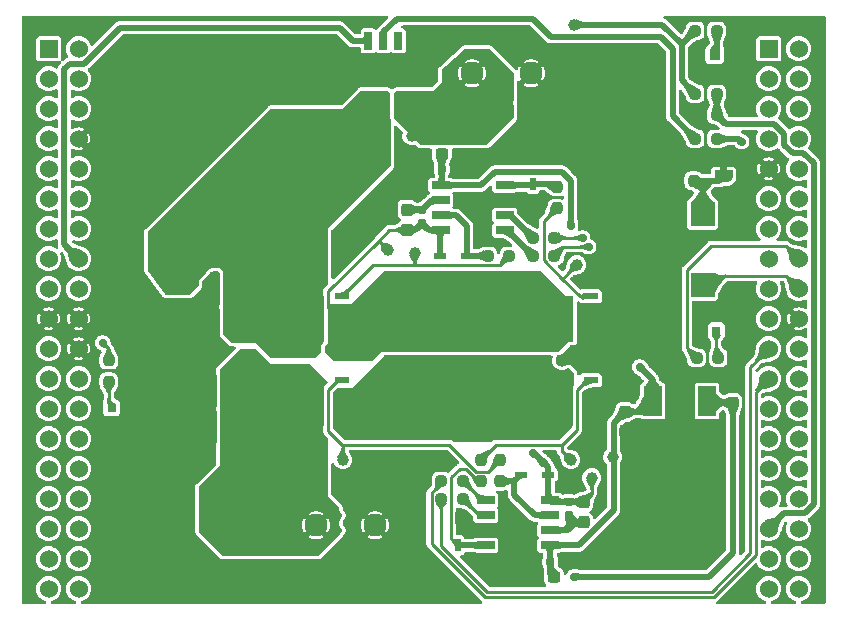
<source format=gtl>
%TF.GenerationSoftware,KiCad,Pcbnew,7.0.2*%
%TF.CreationDate,2023-06-10T17:52:00+02:00*%
%TF.ProjectId,USBCPD_PCB,55534243-5044-45f5-9043-422e6b696361,rev?*%
%TF.SameCoordinates,Original*%
%TF.FileFunction,Copper,L1,Top*%
%TF.FilePolarity,Positive*%
%FSLAX46Y46*%
G04 Gerber Fmt 4.6, Leading zero omitted, Abs format (unit mm)*
G04 Created by KiCad (PCBNEW 7.0.2) date 2023-06-10 17:52:00*
%MOMM*%
%LPD*%
G01*
G04 APERTURE LIST*
G04 Aperture macros list*
%AMRoundRect*
0 Rectangle with rounded corners*
0 $1 Rounding radius*
0 $2 $3 $4 $5 $6 $7 $8 $9 X,Y pos of 4 corners*
0 Add a 4 corners polygon primitive as box body*
4,1,4,$2,$3,$4,$5,$6,$7,$8,$9,$2,$3,0*
0 Add four circle primitives for the rounded corners*
1,1,$1+$1,$2,$3*
1,1,$1+$1,$4,$5*
1,1,$1+$1,$6,$7*
1,1,$1+$1,$8,$9*
0 Add four rect primitives between the rounded corners*
20,1,$1+$1,$2,$3,$4,$5,0*
20,1,$1+$1,$4,$5,$6,$7,0*
20,1,$1+$1,$6,$7,$8,$9,0*
20,1,$1+$1,$8,$9,$2,$3,0*%
%AMFreePoly0*
4,1,19,0.500000,-0.750000,0.000000,-0.750000,0.000000,-0.744911,-0.071157,-0.744911,-0.207708,-0.704816,-0.327430,-0.627875,-0.420627,-0.520320,-0.479746,-0.390866,-0.500000,-0.250000,-0.500000,0.250000,-0.479746,0.390866,-0.420627,0.520320,-0.327430,0.627875,-0.207708,0.704816,-0.071157,0.744911,0.000000,0.744911,0.000000,0.750000,0.500000,0.750000,0.500000,-0.750000,0.500000,-0.750000,
$1*%
%AMFreePoly1*
4,1,19,0.000000,0.744911,0.071157,0.744911,0.207708,0.704816,0.327430,0.627875,0.420627,0.520320,0.479746,0.390866,0.500000,0.250000,0.500000,-0.250000,0.479746,-0.390866,0.420627,-0.520320,0.327430,-0.627875,0.207708,-0.704816,0.071157,-0.744911,0.000000,-0.744911,0.000000,-0.750000,-0.500000,-0.750000,-0.500000,0.750000,0.000000,0.750000,0.000000,0.744911,0.000000,0.744911,
$1*%
G04 Aperture macros list end*
%TA.AperFunction,SMDPad,CuDef*%
%ADD10R,1.100000X0.500000*%
%TD*%
%TA.AperFunction,SMDPad,CuDef*%
%ADD11R,0.500000X1.100000*%
%TD*%
%TA.AperFunction,SMDPad,CuDef*%
%ADD12R,2.000000X2.000000*%
%TD*%
%TA.AperFunction,SMDPad,CuDef*%
%ADD13R,0.800000X0.800000*%
%TD*%
%TA.AperFunction,SMDPad,CuDef*%
%ADD14R,0.950000X0.950000*%
%TD*%
%TA.AperFunction,SMDPad,CuDef*%
%ADD15R,5.000000X3.400000*%
%TD*%
%TA.AperFunction,ComponentPad*%
%ADD16C,1.950000*%
%TD*%
%TA.AperFunction,SMDPad,CuDef*%
%ADD17R,1.500000X2.500000*%
%TD*%
%TA.AperFunction,SMDPad,CuDef*%
%ADD18R,7.000000X7.000000*%
%TD*%
%TA.AperFunction,SMDPad,CuDef*%
%ADD19R,1.528000X0.650000*%
%TD*%
%TA.AperFunction,SMDPad,CuDef*%
%ADD20R,0.650000X1.528000*%
%TD*%
%TA.AperFunction,SMDPad,CuDef*%
%ADD21R,2.150000X2.200000*%
%TD*%
%TA.AperFunction,SMDPad,CuDef*%
%ADD22R,1.120000X1.220000*%
%TD*%
%TA.AperFunction,SMDPad,CuDef*%
%ADD23R,6.500000X2.500000*%
%TD*%
%TA.AperFunction,SMDPad,CuDef*%
%ADD24R,0.820000X2.720000*%
%TD*%
%TA.AperFunction,SMDPad,CuDef*%
%ADD25R,4.050000X2.150000*%
%TD*%
%TA.AperFunction,SMDPad,CuDef*%
%ADD26R,1.270000X0.610000*%
%TD*%
%TA.AperFunction,SMDPad,CuDef*%
%ADD27R,0.710000X0.610000*%
%TD*%
%TA.AperFunction,SMDPad,CuDef*%
%ADD28R,3.810000X3.910000*%
%TD*%
%TA.AperFunction,SMDPad,CuDef*%
%ADD29R,0.310000X0.255000*%
%TD*%
%TA.AperFunction,SMDPad,CuDef*%
%ADD30RoundRect,0.237500X-0.250000X-0.237500X0.250000X-0.237500X0.250000X0.237500X-0.250000X0.237500X0*%
%TD*%
%TA.AperFunction,SMDPad,CuDef*%
%ADD31RoundRect,0.155000X-0.212500X-0.155000X0.212500X-0.155000X0.212500X0.155000X-0.212500X0.155000X0*%
%TD*%
%TA.AperFunction,SMDPad,CuDef*%
%ADD32C,1.000000*%
%TD*%
%TA.AperFunction,SMDPad,CuDef*%
%ADD33RoundRect,0.237500X-0.237500X0.250000X-0.237500X-0.250000X0.237500X-0.250000X0.237500X0.250000X0*%
%TD*%
%TA.AperFunction,ComponentPad*%
%ADD34R,1.530000X1.530000*%
%TD*%
%TA.AperFunction,ComponentPad*%
%ADD35C,1.530000*%
%TD*%
%TA.AperFunction,SMDPad,CuDef*%
%ADD36RoundRect,0.237500X-0.237500X0.300000X-0.237500X-0.300000X0.237500X-0.300000X0.237500X0.300000X0*%
%TD*%
%TA.AperFunction,SMDPad,CuDef*%
%ADD37RoundRect,0.155000X0.155000X-0.212500X0.155000X0.212500X-0.155000X0.212500X-0.155000X-0.212500X0*%
%TD*%
%TA.AperFunction,SMDPad,CuDef*%
%ADD38RoundRect,0.237500X0.237500X-0.300000X0.237500X0.300000X-0.237500X0.300000X-0.237500X-0.300000X0*%
%TD*%
%TA.AperFunction,SMDPad,CuDef*%
%ADD39RoundRect,0.237500X0.237500X-0.250000X0.237500X0.250000X-0.237500X0.250000X-0.237500X-0.250000X0*%
%TD*%
%TA.AperFunction,SMDPad,CuDef*%
%ADD40RoundRect,0.237500X-0.300000X-0.237500X0.300000X-0.237500X0.300000X0.237500X-0.300000X0.237500X0*%
%TD*%
%TA.AperFunction,SMDPad,CuDef*%
%ADD41RoundRect,0.237500X0.250000X0.237500X-0.250000X0.237500X-0.250000X-0.237500X0.250000X-0.237500X0*%
%TD*%
%TA.AperFunction,SMDPad,CuDef*%
%ADD42RoundRect,0.155000X-0.155000X0.212500X-0.155000X-0.212500X0.155000X-0.212500X0.155000X0.212500X0*%
%TD*%
%TA.AperFunction,SMDPad,CuDef*%
%ADD43FreePoly0,270.000000*%
%TD*%
%TA.AperFunction,SMDPad,CuDef*%
%ADD44FreePoly1,270.000000*%
%TD*%
%TA.AperFunction,SMDPad,CuDef*%
%ADD45RoundRect,0.155000X0.212500X0.155000X-0.212500X0.155000X-0.212500X-0.155000X0.212500X-0.155000X0*%
%TD*%
%TA.AperFunction,SMDPad,CuDef*%
%ADD46RoundRect,0.237500X0.300000X0.237500X-0.300000X0.237500X-0.300000X-0.237500X0.300000X-0.237500X0*%
%TD*%
%TA.AperFunction,ViaPad*%
%ADD47C,0.700000*%
%TD*%
%TA.AperFunction,ViaPad*%
%ADD48C,1.000000*%
%TD*%
%TA.AperFunction,Conductor*%
%ADD49C,0.500000*%
%TD*%
%TA.AperFunction,Conductor*%
%ADD50C,1.250000*%
%TD*%
%TA.AperFunction,Conductor*%
%ADD51C,0.250000*%
%TD*%
G04 APERTURE END LIST*
%TA.AperFunction,EtchedComponent*%
%TO.C,JP1*%
G36*
X166670000Y-89150000D02*
G01*
X166070000Y-89150000D01*
X166070000Y-88650000D01*
X166670000Y-88650000D01*
X166670000Y-89150000D01*
G37*
%TD.AperFunction*%
%TD*%
D10*
%TO.P,Z4,1,K*%
%TO.N,Net-(IC3-HO)*%
X144626000Y-96266000D03*
%TO.P,Z4,2,A*%
%TO.N,Q3_S*%
X142326000Y-96266000D03*
%TD*%
D11*
%TO.P,Z3,1,K*%
%TO.N,Net-(IC3-LO)*%
X150214000Y-90170000D03*
%TO.P,Z3,2,A*%
%TO.N,GND*%
X150214000Y-92470000D03*
%TD*%
D10*
%TO.P,Z2,1,K*%
%TO.N,Net-(IC2-HO)*%
X149198000Y-114808000D03*
%TO.P,Z2,2,A*%
%TO.N,Q1_S*%
X151498000Y-114808000D03*
%TD*%
D11*
%TO.P,Z1,1,K*%
%TO.N,Net-(IC2-LO)*%
X143864000Y-120784000D03*
%TO.P,Z1,2,A*%
%TO.N,GND*%
X143864000Y-118484000D03*
%TD*%
D12*
%TO.P,S1,A1,COM*%
%TO.N,PB11_BTN*%
X164592000Y-98758000D03*
%TO.P,S1,B1,NO*%
%TO.N,Net-(JP1-B)*%
X164592000Y-92758000D03*
%TD*%
D13*
%TO.P,LED3,1,K*%
%TO.N,GND*%
X164146000Y-102616000D03*
%TO.P,LED3,2,A*%
%TO.N,Net-(LED3-A)*%
X165746000Y-102616000D03*
%TD*%
D14*
%TO.P,LED2,1,K*%
%TO.N,GND*%
X164108000Y-79248000D03*
%TO.P,LED2,2,A*%
%TO.N,Net-(LED2-A)*%
X165608000Y-79248000D03*
%TD*%
D13*
%TO.P,LED1,1,A*%
%TO.N,Net-(LED1-A)*%
X114554000Y-109144000D03*
%TO.P,LED1,2,K*%
%TO.N,GND*%
X114554000Y-110744000D03*
%TD*%
D15*
%TO.P,L1,1,1*%
%TO.N,Q1_S*%
X141832000Y-109352000D03*
%TO.P,L1,2,2*%
%TO.N,Q3_S*%
X141832000Y-100452000D03*
%TD*%
D16*
%TO.P,J2,1,1*%
%TO.N,Net-(IC1-IN-_1)*%
X145074000Y-80818000D03*
%TO.P,J2,2,2*%
%TO.N,GND*%
X150074000Y-80818000D03*
%TD*%
%TO.P,J1,1,1*%
%TO.N,GND*%
X136866000Y-119080000D03*
%TO.P,J1,2,2*%
%TO.N,VBUS*%
X131866000Y-119080000D03*
%TD*%
D17*
%TO.P,IC4,1,VCC*%
%TO.N,VBUS*%
X164960000Y-108567000D03*
%TO.P,IC4,3,OUT*%
%TO.N,+12V*%
X160360000Y-108567000D03*
D18*
%TO.P,IC4,4,GND*%
%TO.N,GND*%
X162660000Y-114797000D03*
%TD*%
D19*
%TO.P,IC3,1,VDD*%
%TO.N,+12V*%
X142423000Y-90297000D03*
%TO.P,IC3,2,HB*%
%TO.N,Net-(IC3-HB)*%
X142423000Y-91567000D03*
%TO.P,IC3,3,HO*%
%TO.N,Net-(IC3-HO)*%
X142423000Y-92837000D03*
%TO.P,IC3,4,HS*%
%TO.N,Q3_S*%
X142423000Y-94107000D03*
%TO.P,IC3,5,HI*%
%TO.N,Net-(IC3-HI)*%
X147845000Y-94107000D03*
%TO.P,IC3,6,LI*%
%TO.N,Net-(IC3-LI)*%
X147845000Y-92837000D03*
%TO.P,IC3,7,VSS*%
%TO.N,GND*%
X147845000Y-91567000D03*
%TO.P,IC3,8,LO*%
%TO.N,Net-(IC3-LO)*%
X147845000Y-90297000D03*
%TD*%
%TO.P,IC2,1,VDD*%
%TO.N,+12V*%
X151655000Y-120777000D03*
%TO.P,IC2,2,HB*%
%TO.N,Net-(IC2-HB)*%
X151655000Y-119507000D03*
%TO.P,IC2,3,HO*%
%TO.N,Net-(IC2-HO)*%
X151655000Y-118237000D03*
%TO.P,IC2,4,HS*%
%TO.N,Q1_S*%
X151655000Y-116967000D03*
%TO.P,IC2,5,HI*%
%TO.N,Net-(IC2-HI)*%
X146233000Y-116967000D03*
%TO.P,IC2,6,LI*%
%TO.N,Net-(IC2-LI)*%
X146233000Y-118237000D03*
%TO.P,IC2,7,VSS*%
%TO.N,GND*%
X146233000Y-119507000D03*
%TO.P,IC2,8,LO*%
%TO.N,Net-(IC2-LO)*%
X146233000Y-120777000D03*
%TD*%
D20*
%TO.P,IC1,1,IN+_1*%
%TO.N,+BATT*%
X136271000Y-83483000D03*
%TO.P,IC1,2,IN+_2*%
X137541000Y-83483000D03*
%TO.P,IC1,3,IN-_1*%
%TO.N,Net-(IC1-IN-_1)*%
X138811000Y-83483000D03*
%TO.P,IC1,4,IN-_2*%
X140081000Y-83483000D03*
%TO.P,IC1,5,GND*%
%TO.N,GND*%
X140081000Y-78061000D03*
%TO.P,IC1,6,NC*%
%TO.N,unconnected-(IC1-NC-Pad6)*%
X138811000Y-78061000D03*
%TO.P,IC1,7,VOUT*%
%TO.N,Net-(IC1-VOUT)*%
X137541000Y-78061000D03*
%TO.P,IC1,8,VS*%
%TO.N,+3.3V*%
X136271000Y-78061000D03*
%TD*%
D21*
%TO.P,D2,1,1*%
%TO.N,GND*%
X120242000Y-102276000D03*
%TO.P,D2,2,2*%
%TO.N,+BATT*%
X120242000Y-97876000D03*
%TD*%
D22*
%TO.P,D1,1,K*%
%TO.N,VBUS*%
X126160000Y-104902000D03*
%TO.P,D1,2,A*%
%TO.N,GND*%
X122960000Y-104902000D03*
%TD*%
D23*
%TO.P,C8,1,+*%
%TO.N,+BATT*%
X130456000Y-86868000D03*
%TO.P,C8,2,-*%
%TO.N,GND*%
X117956000Y-86868000D03*
%TD*%
D24*
%TO.P,C7,1,1*%
%TO.N,GND*%
X123264000Y-99060000D03*
%TO.P,C7,2,2*%
%TO.N,+BATT*%
X126364000Y-99060000D03*
%TD*%
%TO.P,C6,1,1*%
%TO.N,GND*%
X123264000Y-102108000D03*
%TO.P,C6,2,2*%
%TO.N,+BATT*%
X126364000Y-102108000D03*
%TD*%
%TO.P,C5,1,1*%
%TO.N,GND*%
X123010000Y-107696000D03*
%TO.P,C5,2,2*%
%TO.N,VBUS*%
X126110000Y-107696000D03*
%TD*%
%TO.P,C3,1,1*%
%TO.N,GND*%
X123010000Y-110744000D03*
%TO.P,C3,2,2*%
%TO.N,VBUS*%
X126110000Y-110744000D03*
%TD*%
D25*
%TO.P,C2,1,+*%
%TO.N,VBUS*%
X125204000Y-118364000D03*
%TO.P,C2,2,-*%
%TO.N,GND*%
X116604000Y-118364000D03*
%TD*%
D26*
%TO.P,Q3,1,S_1*%
%TO.N,Q3_S*%
X134016000Y-103505000D03*
%TO.P,Q3,2,S_2*%
X134016000Y-102235000D03*
%TO.P,Q3,3,S_3*%
X134016000Y-100965000D03*
%TO.P,Q3,4,G*%
%TO.N,Q3_PWM*%
X134016000Y-99695000D03*
D27*
%TO.P,Q3,5,D_1*%
%TO.N,+BATT*%
X128396000Y-99695000D03*
%TO.P,Q3,6,D_2*%
X128396000Y-100965000D03*
%TO.P,Q3,7,D_3*%
X128396000Y-102235000D03*
%TO.P,Q3,8,D_4*%
X128396000Y-103505000D03*
D28*
%TO.P,Q3,9,D_5*%
X130656000Y-101600000D03*
D29*
%TO.P,Q3,10,D_6*%
X128906000Y-99517000D03*
%TO.P,Q3,11,D_7*%
X128906000Y-103683000D03*
%TD*%
D30*
%TO.P,R1,1*%
%TO.N,PA9_PWM*%
X142447000Y-116840000D03*
%TO.P,R1,2*%
%TO.N,Net-(IC2-LI)*%
X144272000Y-116840000D03*
%TD*%
%TO.P,R13,1*%
%TO.N,+BATT*%
X163945500Y-82550000D03*
%TO.P,R13,2*%
%TO.N,PA10_ADC_Vout*%
X165770500Y-82550000D03*
%TD*%
D31*
%TO.P,C13,1*%
%TO.N,+12V*%
X142494000Y-88900000D03*
%TO.P,C13,2*%
%TO.N,GND*%
X143629000Y-88900000D03*
%TD*%
D32*
%TO.P,TP6,1,1*%
%TO.N,Q1_PWM*%
X134112000Y-113538000D03*
%TD*%
D30*
%TO.P,R10,1*%
%TO.N,+BATT*%
X163945500Y-77216000D03*
%TO.P,R10,2*%
%TO.N,Net-(LED2-A)*%
X165770500Y-77216000D03*
%TD*%
D32*
%TO.P,TP10,1,1*%
%TO.N,Q4_PWM*%
X153924000Y-97028000D03*
%TD*%
D30*
%TO.P,R11,1*%
%TO.N,PB12_LED*%
X164071500Y-104902000D03*
%TO.P,R11,2*%
%TO.N,Net-(LED3-A)*%
X165896500Y-104902000D03*
%TD*%
D33*
%TO.P,R12,1*%
%TO.N,Net-(IC3-LO)*%
X152246000Y-90424000D03*
%TO.P,R12,2*%
%TO.N,Q4_PWM*%
X152246000Y-92249000D03*
%TD*%
D30*
%TO.P,R5,1*%
%TO.N,Net-(IC1-VOUT)*%
X163945500Y-86360000D03*
%TO.P,R5,2*%
%TO.N,PB3_ADC_Iout*%
X165770500Y-86360000D03*
%TD*%
D34*
%TO.P,U1,CN7_1,PC10*%
%TO.N,unconnected-(U1A-PC10-PadCN7_1)*%
X109220000Y-78740000D03*
D35*
%TO.P,U1,CN7_2,PC11*%
%TO.N,unconnected-(U1A-PC11-PadCN7_2)*%
X111760000Y-78740000D03*
%TO.P,U1,CN7_3,PC12*%
%TO.N,unconnected-(U1A-PC12-PadCN7_3)*%
X109220000Y-81280000D03*
%TO.P,U1,CN7_4,PD2*%
%TO.N,unconnected-(U1A-PD2-PadCN7_4)*%
X111760000Y-81280000D03*
%TO.P,U1,CN7_5,VDD*%
%TO.N,unconnected-(U1A-VDD-PadCN7_5)*%
X109220000Y-83820000D03*
%TO.P,U1,CN7_6,E5V*%
%TO.N,unconnected-(U1A-E5V-PadCN7_6)*%
X111760000Y-83820000D03*
%TO.P,U1,CN7_7,PB8-BOOT0*%
%TO.N,unconnected-(U1A-PB8-BOOT0-PadCN7_7)*%
X109220000Y-86360000D03*
%TO.P,U1,CN7_8,GND*%
%TO.N,GND*%
X111760000Y-86360000D03*
%TO.P,U1,CN7_9,NC*%
%TO.N,unconnected-(U1A-NC-PadCN7_9)*%
X109220000Y-88900000D03*
%TO.P,U1,CN7_10,NC*%
%TO.N,unconnected-(U1A-NC-PadCN7_10)*%
X111760000Y-88900000D03*
%TO.P,U1,CN7_11,NC*%
%TO.N,unconnected-(U1A-NC-PadCN7_11)*%
X109220000Y-91440000D03*
%TO.P,U1,CN7_12,IOREF*%
%TO.N,unconnected-(U1A-IOREF-PadCN7_12)*%
X111760000Y-91440000D03*
%TO.P,U1,CN7_13,PA13*%
%TO.N,unconnected-(U1A-PA13-PadCN7_13)*%
X109220000Y-93980000D03*
%TO.P,U1,CN7_14,NRST*%
%TO.N,unconnected-(U1A-NRST-PadCN7_14)*%
X111760000Y-93980000D03*
%TO.P,U1,CN7_15,PA14*%
%TO.N,unconnected-(U1A-PA14-PadCN7_15)*%
X109220000Y-96520000D03*
%TO.P,U1,CN7_16,+3V3*%
%TO.N,+3.3V*%
X111760000Y-96520000D03*
%TO.P,U1,CN7_17,PA15*%
%TO.N,unconnected-(U1A-PA15-PadCN7_17)*%
X109220000Y-99060000D03*
%TO.P,U1,CN7_18,+5V*%
%TO.N,unconnected-(U1A-+5V-PadCN7_18)*%
X111760000Y-99060000D03*
%TO.P,U1,CN7_19,GND*%
%TO.N,GND*%
X109220000Y-101600000D03*
%TO.P,U1,CN7_20,GND*%
X111760000Y-101600000D03*
%TO.P,U1,CN7_21,PB7*%
%TO.N,unconnected-(U1A-PB7-PadCN7_21)*%
X109220000Y-104140000D03*
%TO.P,U1,CN7_22,GND*%
%TO.N,GND*%
X111760000Y-104140000D03*
%TO.P,U1,CN7_23,PC13*%
%TO.N,unconnected-(U1A-PC13-PadCN7_23)*%
X109220000Y-106680000D03*
%TO.P,U1,CN7_24,VIN*%
%TO.N,unconnected-(U1A-VIN-PadCN7_24)*%
X111760000Y-106680000D03*
%TO.P,U1,CN7_25,PC14*%
%TO.N,unconnected-(U1A-PC14-PadCN7_25)*%
X109220000Y-109220000D03*
%TO.P,U1,CN7_26,NC*%
%TO.N,unconnected-(U1A-NC-PadCN7_26)*%
X111760000Y-109220000D03*
%TO.P,U1,CN7_27,PC15*%
%TO.N,unconnected-(U1A-PC15-PadCN7_27)*%
X109220000Y-111760000D03*
%TO.P,U1,CN7_28,PA0*%
%TO.N,unconnected-(U1A-PA0-PadCN7_28)*%
X111760000Y-111760000D03*
%TO.P,U1,CN7_29,PF0*%
%TO.N,unconnected-(U1A-PF0-PadCN7_29)*%
X109220000Y-114300000D03*
%TO.P,U1,CN7_30,PA1*%
%TO.N,unconnected-(U1A-PA1-PadCN7_30)*%
X111760000Y-114300000D03*
%TO.P,U1,CN7_31,PF1*%
%TO.N,unconnected-(U1A-PF1-PadCN7_31)*%
X109220000Y-116840000D03*
%TO.P,U1,CN7_32,PA4*%
%TO.N,unconnected-(U1A-PA4-PadCN7_32)*%
X111760000Y-116840000D03*
%TO.P,U1,CN7_33,VBAT*%
%TO.N,unconnected-(U1A-VBAT-PadCN7_33)*%
X109220000Y-119380000D03*
%TO.P,U1,CN7_34,PB0*%
%TO.N,unconnected-(U1A-PB0-PadCN7_34)*%
X111760000Y-119380000D03*
%TO.P,U1,CN7_35,PC2*%
%TO.N,unconnected-(U1A-PC2-PadCN7_35)*%
X109220000Y-121920000D03*
%TO.P,U1,CN7_36,PC1/PB9*%
%TO.N,unconnected-(U1A-PC1{slash}PB9-PadCN7_36)*%
X111760000Y-121920000D03*
%TO.P,U1,CN7_37,PC3*%
%TO.N,unconnected-(U1A-PC3-PadCN7_37)*%
X109220000Y-124460000D03*
%TO.P,U1,CN7_38,PC0/PA15*%
%TO.N,unconnected-(U1A-PC0{slash}PA15-PadCN7_38)*%
X111760000Y-124460000D03*
D34*
%TO.P,U1,CN10_1,PC9*%
%TO.N,unconnected-(U1B-PC9-PadCN10_1)*%
X170180000Y-78740000D03*
D35*
%TO.P,U1,CN10_2,PC8*%
%TO.N,unconnected-(U1B-PC8-PadCN10_2)*%
X172720000Y-78740000D03*
%TO.P,U1,CN10_3,PB8*%
%TO.N,unconnected-(U1B-PB8-PadCN10_3)*%
X170180000Y-81280000D03*
%TO.P,U1,CN10_4,PC6*%
%TO.N,unconnected-(U1B-PC6-PadCN10_4)*%
X172720000Y-81280000D03*
%TO.P,U1,CN10_5,PB9*%
%TO.N,unconnected-(U1B-PB9-PadCN10_5)*%
X170180000Y-83820000D03*
%TO.P,U1,CN10_6,PC5*%
%TO.N,unconnected-(U1B-PC5-PadCN10_6)*%
X172720000Y-83820000D03*
%TO.P,U1,CN10_7,AVDD*%
%TO.N,unconnected-(U1B-AVDD-PadCN10_7)*%
X170180000Y-86360000D03*
%TO.P,U1,CN10_8,5V_USB_CHGR*%
%TO.N,unconnected-(U1B-5V_USB_CHGR-PadCN10_8)*%
X172720000Y-86360000D03*
%TO.P,U1,CN10_9,GND*%
%TO.N,GND*%
X170180000Y-88900000D03*
%TO.P,U1,CN10_10,NC*%
%TO.N,unconnected-(U1B-NC-PadCN10_10)*%
X172720000Y-88900000D03*
%TO.P,U1,CN10_11,PA5*%
%TO.N,unconnected-(U1B-PA5-PadCN10_11)*%
X170180000Y-91440000D03*
%TO.P,U1,CN10_12,PA12*%
%TO.N,unconnected-(U1B-PA12-PadCN10_12)*%
X172720000Y-91440000D03*
%TO.P,U1,CN10_13,PA6*%
%TO.N,unconnected-(U1B-PA6-PadCN10_13)*%
X170180000Y-93980000D03*
%TO.P,U1,CN10_14,PA11*%
%TO.N,unconnected-(U1B-PA11-PadCN10_14)*%
X172720000Y-93980000D03*
%TO.P,U1,CN10_15,PA7*%
%TO.N,unconnected-(U1B-PA7-PadCN10_15)*%
X170180000Y-96520000D03*
%TO.P,U1,CN10_16,PB12*%
%TO.N,PB12_LED*%
X172720000Y-96520000D03*
%TO.P,U1,CN10_17,PB6*%
%TO.N,unconnected-(U1B-PB6-PadCN10_17)*%
X170180000Y-99060000D03*
%TO.P,U1,CN10_18,PB11*%
%TO.N,PB11_BTN*%
X172720000Y-99060000D03*
%TO.P,U1,CN10_19,PC7*%
%TO.N,unconnected-(U1B-PC7-PadCN10_19)*%
X170180000Y-101600000D03*
%TO.P,U1,CN10_20,GND*%
%TO.N,GND*%
X172720000Y-101600000D03*
%TO.P,U1,CN10_21,PA9*%
%TO.N,PA9_PWM*%
X170180000Y-104140000D03*
%TO.P,U1,CN10_22,PB2*%
%TO.N,unconnected-(U1B-PB2-PadCN10_22)*%
X172720000Y-104140000D03*
%TO.P,U1,CN10_23,PA8*%
%TO.N,PA8_PWM*%
X170180000Y-106680000D03*
%TO.P,U1,CN10_24,PB1*%
%TO.N,unconnected-(U1B-PB1-PadCN10_24)*%
X172720000Y-106680000D03*
%TO.P,U1,CN10_25,PB10*%
%TO.N,unconnected-(U1B-PB10-PadCN10_25)*%
X170180000Y-109220000D03*
%TO.P,U1,CN10_26,PB15*%
%TO.N,unconnected-(U1B-PB15-PadCN10_26)*%
X172720000Y-109220000D03*
%TO.P,U1,CN10_27,PB4*%
%TO.N,unconnected-(U1B-PB4-PadCN10_27)*%
X170180000Y-111760000D03*
%TO.P,U1,CN10_28,PB14*%
%TO.N,PB14_PWM*%
X172720000Y-111760000D03*
%TO.P,U1,CN10_29,PB5*%
%TO.N,unconnected-(U1B-PB5-PadCN10_29)*%
X170180000Y-114300000D03*
%TO.P,U1,CN10_30,PB13*%
%TO.N,PB13_PWM*%
X172720000Y-114300000D03*
%TO.P,U1,CN10_31,PB3*%
%TO.N,PB3_ADC_Iout*%
X170180000Y-116840000D03*
%TO.P,U1,CN10_32,AGND*%
%TO.N,unconnected-(U1B-AGND-PadCN10_32)*%
X172720000Y-116840000D03*
%TO.P,U1,CN10_33,PA10*%
%TO.N,PA10_ADC_Vout*%
X170180000Y-119380000D03*
%TO.P,U1,CN10_34,PC4*%
%TO.N,unconnected-(U1B-PC4-PadCN10_34)*%
X172720000Y-119380000D03*
%TO.P,U1,CN10_35,PC4/PA2*%
%TO.N,unconnected-(U1B-PC4{slash}PA2-PadCN10_35)*%
X170180000Y-121920000D03*
%TO.P,U1,CN10_36,NC*%
%TO.N,unconnected-(U1B-NC-PadCN10_36)*%
X172720000Y-121920000D03*
%TO.P,U1,CN10_37,PC5/PA3*%
%TO.N,unconnected-(U1B-PC5{slash}PA3-PadCN10_37)*%
X170180000Y-124460000D03*
%TO.P,U1,CN10_38,NC*%
%TO.N,unconnected-(U1B-NC-PadCN10_38)*%
X172720000Y-124460000D03*
%TD*%
D32*
%TO.P,TP3,1,1*%
%TO.N,Q1_S*%
X155194000Y-115062000D03*
%TD*%
%TO.P,TP1,1,1*%
%TO.N,+12V*%
X156972000Y-113284000D03*
%TD*%
D36*
%TO.P,C11,1*%
%TO.N,Q1_S*%
X154532000Y-117094000D03*
%TO.P,C11,2*%
%TO.N,Net-(IC2-HB)*%
X154532000Y-118819000D03*
%TD*%
D30*
%TO.P,R2,1*%
%TO.N,PA8_PWM*%
X142447000Y-115316000D03*
%TO.P,R2,2*%
%TO.N,Net-(IC2-HI)*%
X144272000Y-115316000D03*
%TD*%
D32*
%TO.P,TP9,1,1*%
%TO.N,Q3_PWM*%
X140208000Y-96012000D03*
%TD*%
D37*
%TO.P,C12,1*%
%TO.N,Net-(IC2-HB)*%
X153262000Y-118229000D03*
%TO.P,C12,2*%
%TO.N,Q1_S*%
X153262000Y-117094000D03*
%TD*%
D38*
%TO.P,C15,1*%
%TO.N,Q3_S*%
X139546000Y-94080500D03*
%TO.P,C15,2*%
%TO.N,Net-(IC3-HB)*%
X139546000Y-92355500D03*
%TD*%
D39*
%TO.P,R3,1*%
%TO.N,Net-(IC2-LO)*%
X145796000Y-115363000D03*
%TO.P,R3,2*%
%TO.N,Q2_PWM*%
X145796000Y-113538000D03*
%TD*%
D26*
%TO.P,Q4,1,S_1*%
%TO.N,GND*%
X155098000Y-103505000D03*
%TO.P,Q4,2,S_2*%
X155098000Y-102235000D03*
%TO.P,Q4,3,S_3*%
X155098000Y-100965000D03*
%TO.P,Q4,4,G*%
%TO.N,Q4_PWM*%
X155098000Y-99695000D03*
D27*
%TO.P,Q4,5,D_1*%
%TO.N,Q3_S*%
X149478000Y-99695000D03*
%TO.P,Q4,6,D_2*%
X149478000Y-100965000D03*
%TO.P,Q4,7,D_3*%
X149478000Y-102235000D03*
%TO.P,Q4,8,D_4*%
X149478000Y-103505000D03*
D28*
%TO.P,Q4,9,D_5*%
X151738000Y-101600000D03*
D29*
%TO.P,Q4,10,D_6*%
X149988000Y-99517000D03*
%TO.P,Q4,11,D_7*%
X149988000Y-103683000D03*
%TD*%
D30*
%TO.P,R15,1*%
%TO.N,Net-(IC3-HO)*%
X146404000Y-96266000D03*
%TO.P,R15,2*%
%TO.N,Q3_PWM*%
X148229000Y-96266000D03*
%TD*%
D32*
%TO.P,TP8,1,1*%
%TO.N,Net-(IC1-IN-_1)*%
X139954000Y-86106000D03*
%TD*%
D40*
%TO.P,C14,1*%
%TO.N,+12V*%
X142494000Y-87630000D03*
%TO.P,C14,2*%
%TO.N,GND*%
X144219000Y-87630000D03*
%TD*%
D41*
%TO.P,R14,1*%
%TO.N,PA10_ADC_Vout*%
X165770500Y-84328000D03*
%TO.P,R14,2*%
%TO.N,GND*%
X163945500Y-84328000D03*
%TD*%
D39*
%TO.P,R8,1*%
%TO.N,Net-(JP1-B)*%
X163830000Y-89916000D03*
%TO.P,R8,2*%
%TO.N,GND*%
X163830000Y-88091000D03*
%TD*%
D32*
%TO.P,TP5,1,1*%
%TO.N,+BATT*%
X137414000Y-86106000D03*
%TD*%
D38*
%TO.P,C1,1*%
%TO.N,VBUS*%
X167132000Y-108712000D03*
%TO.P,C1,2*%
%TO.N,GND*%
X167132000Y-106987000D03*
%TD*%
D36*
%TO.P,C4,1*%
%TO.N,+12V*%
X157988000Y-109474000D03*
%TO.P,C4,2*%
%TO.N,GND*%
X157988000Y-111199000D03*
%TD*%
D42*
%TO.P,C16,1*%
%TO.N,Net-(IC3-HB)*%
X140816000Y-92396500D03*
%TO.P,C16,2*%
%TO.N,Q3_S*%
X140816000Y-93531500D03*
%TD*%
D26*
%TO.P,Q2,1,S_1*%
%TO.N,GND*%
X155098000Y-110617000D03*
%TO.P,Q2,2,S_2*%
X155098000Y-109347000D03*
%TO.P,Q2,3,S_3*%
X155098000Y-108077000D03*
%TO.P,Q2,4,G*%
%TO.N,Q2_PWM*%
X155098000Y-106807000D03*
D27*
%TO.P,Q2,5,D_1*%
%TO.N,Q1_S*%
X149478000Y-106807000D03*
%TO.P,Q2,6,D_2*%
X149478000Y-108077000D03*
%TO.P,Q2,7,D_3*%
X149478000Y-109347000D03*
%TO.P,Q2,8,D_4*%
X149478000Y-110617000D03*
D28*
%TO.P,Q2,9,D_5*%
X151738000Y-108712000D03*
D29*
%TO.P,Q2,10,D_6*%
X149988000Y-106629000D03*
%TO.P,Q2,11,D_7*%
X149988000Y-110795000D03*
%TD*%
D43*
%TO.P,JP1,1,A*%
%TO.N,GND*%
X166370000Y-88250000D03*
D44*
%TO.P,JP1,2,B*%
%TO.N,Net-(JP1-B)*%
X166370000Y-89550000D03*
%TD*%
D32*
%TO.P,TP4,1,1*%
%TO.N,Q3_S*%
X137922000Y-95758000D03*
%TD*%
D45*
%TO.P,C9,1*%
%TO.N,+12V*%
X151697500Y-122174000D03*
%TO.P,C9,2*%
%TO.N,GND*%
X150562500Y-122174000D03*
%TD*%
D46*
%TO.P,C10,1*%
%TO.N,+12V*%
X151992500Y-123444000D03*
%TO.P,C10,2*%
%TO.N,GND*%
X150267500Y-123444000D03*
%TD*%
D26*
%TO.P,Q1,1,S_1*%
%TO.N,Q1_S*%
X134016000Y-110617000D03*
%TO.P,Q1,2,S_2*%
X134016000Y-109347000D03*
%TO.P,Q1,3,S_3*%
X134016000Y-108077000D03*
%TO.P,Q1,4,G*%
%TO.N,Q1_PWM*%
X134016000Y-106807000D03*
D27*
%TO.P,Q1,5,D_1*%
%TO.N,VBUS*%
X128396000Y-106807000D03*
%TO.P,Q1,6,D_2*%
X128396000Y-108077000D03*
%TO.P,Q1,7,D_3*%
X128396000Y-109347000D03*
%TO.P,Q1,8,D_4*%
X128396000Y-110617000D03*
D28*
%TO.P,Q1,9,D_5*%
X130656000Y-108712000D03*
D29*
%TO.P,Q1,10,D_6*%
X128906000Y-106629000D03*
%TO.P,Q1,11,D_7*%
X128906000Y-110795000D03*
%TD*%
D33*
%TO.P,R9,1*%
%TO.N,VBUS*%
X114300000Y-105109000D03*
%TO.P,R9,2*%
%TO.N,Net-(LED1-A)*%
X114300000Y-106934000D03*
%TD*%
D32*
%TO.P,TP2,1,1*%
%TO.N,VBUS*%
X129032000Y-113538000D03*
%TD*%
D41*
%TO.P,R7,1*%
%TO.N,PB13_PWM*%
X152039000Y-96266000D03*
%TO.P,R7,2*%
%TO.N,Net-(IC3-HI)*%
X150214000Y-96266000D03*
%TD*%
D39*
%TO.P,R4,1*%
%TO.N,Net-(IC2-HO)*%
X147420000Y-115363000D03*
%TO.P,R4,2*%
%TO.N,Q1_PWM*%
X147420000Y-113538000D03*
%TD*%
D41*
%TO.P,R6,1*%
%TO.N,PB14_PWM*%
X152039000Y-94742000D03*
%TO.P,R6,2*%
%TO.N,Net-(IC3-LI)*%
X150214000Y-94742000D03*
%TD*%
D32*
%TO.P,TP7,1,1*%
%TO.N,Q2_PWM*%
X153416000Y-113538000D03*
%TD*%
D47*
%TO.N,VBUS*%
X113792000Y-103632000D03*
X153670000Y-123444000D03*
D48*
X124206000Y-120904000D03*
%TO.N,GND*%
X134620000Y-122682000D03*
X159258000Y-101346000D03*
X118618000Y-116078000D03*
X116078000Y-116078000D03*
X137160000Y-115062000D03*
X134620000Y-115062000D03*
X156210000Y-98298000D03*
X139700000Y-118872000D03*
X152400000Y-83312000D03*
X116078000Y-90678000D03*
X134620000Y-120142000D03*
X161036000Y-119634000D03*
X139700000Y-115062000D03*
X138430000Y-122682000D03*
X137414000Y-91440000D03*
X158242000Y-100330000D03*
X118110000Y-104394000D03*
X152400000Y-79756000D03*
X137160000Y-122682000D03*
X121412000Y-105410000D03*
X150876000Y-83312000D03*
X139700000Y-120142000D03*
X135382000Y-93472000D03*
X119380000Y-104394000D03*
X137414000Y-80772000D03*
X116840000Y-101854000D03*
X165354000Y-81280000D03*
X138430000Y-116332000D03*
X116078000Y-89408000D03*
X119888000Y-116078000D03*
X167894000Y-81280000D03*
X121412000Y-106680000D03*
X134620000Y-117602000D03*
X156972000Y-108204000D03*
X149098000Y-118872000D03*
X114808000Y-116078000D03*
X118618000Y-89408000D03*
X117348000Y-116078000D03*
X152654000Y-105156000D03*
X139700000Y-117602000D03*
X138430000Y-115062000D03*
X156972000Y-106934000D03*
X135890000Y-115062000D03*
X139700000Y-121412000D03*
X166624000Y-81280000D03*
X149098000Y-120142000D03*
X160274000Y-102362000D03*
X121412000Y-107950000D03*
X149352000Y-83312000D03*
X156972000Y-105664000D03*
X145796000Y-93218000D03*
X134620000Y-116332000D03*
X156972000Y-104394000D03*
X164084000Y-119634000D03*
X116840000Y-103378000D03*
X154178000Y-105156000D03*
X159512000Y-119634000D03*
X149098000Y-121412000D03*
X121412000Y-109220000D03*
X114808000Y-90678000D03*
X117348000Y-90678000D03*
X162560000Y-119634000D03*
X165608000Y-119634000D03*
X118618000Y-90678000D03*
X114808000Y-89408000D03*
X157226000Y-99314000D03*
X145288000Y-91948000D03*
X137160000Y-116332000D03*
X139700000Y-116332000D03*
X139700000Y-122682000D03*
X134620000Y-118872000D03*
X120650000Y-104394000D03*
X119888000Y-89408000D03*
X117348000Y-89408000D03*
X135890000Y-122682000D03*
X138938000Y-80772000D03*
X134620000Y-121412000D03*
X152400000Y-81534000D03*
X135890000Y-116332000D03*
X155702000Y-105156000D03*
D47*
%TO.N,+12V*%
X153416000Y-93726000D03*
X159258000Y-105664000D03*
D48*
%TO.N,+BATT*%
X153670000Y-76708000D03*
X134620000Y-84074000D03*
D47*
%TO.N,Q1_S*%
X148082000Y-110744000D03*
X151130000Y-113792000D03*
X148844000Y-111506000D03*
X150241000Y-112942500D03*
X147066000Y-110744000D03*
%TO.N,PB3_ADC_Iout*%
X167894000Y-86614000D03*
%TO.N,PB14_PWM*%
X154432000Y-94742000D03*
%TO.N,PB13_PWM*%
X154940000Y-95504000D03*
%TD*%
D49*
%TO.N,VBUS*%
X165100000Y-123444000D02*
X153670000Y-123444000D01*
X165608000Y-122936000D02*
X165100000Y-123444000D01*
X167132000Y-121412000D02*
X165608000Y-122936000D01*
X167132000Y-108712000D02*
X167132000Y-121412000D01*
X165105000Y-108712000D02*
X164960000Y-108567000D01*
D50*
X131866000Y-109922000D02*
X130656000Y-108712000D01*
D51*
X114300000Y-104140000D02*
X114300000Y-105109000D01*
D49*
X167132000Y-108712000D02*
X165105000Y-108712000D01*
D51*
X113792000Y-103632000D02*
X114300000Y-104140000D01*
D49*
%TO.N,+12V*%
X151697500Y-122174000D02*
X151697500Y-123149000D01*
X142494000Y-87630000D02*
X142494000Y-88900000D01*
X146983000Y-89170000D02*
X145856000Y-90297000D01*
X157063000Y-117797772D02*
X157063000Y-110399000D01*
X151655000Y-120777000D02*
X151655000Y-122131500D01*
X157063000Y-110399000D02*
X157988000Y-109474000D01*
X160360000Y-108567000D02*
X160360000Y-106766000D01*
X157988000Y-109474000D02*
X159453000Y-109474000D01*
X151655000Y-122131500D02*
X151697500Y-122174000D01*
X145856000Y-90297000D02*
X142423000Y-90297000D01*
X153416000Y-89916000D02*
X152670000Y-89170000D01*
X151655000Y-120777000D02*
X154083772Y-120777000D01*
X142494000Y-88900000D02*
X142494000Y-90226000D01*
X152670000Y-89170000D02*
X146983000Y-89170000D01*
X160360000Y-106766000D02*
X159258000Y-105664000D01*
X154083772Y-120777000D02*
X157063000Y-117797772D01*
X142494000Y-90226000D02*
X142423000Y-90297000D01*
X159453000Y-109474000D02*
X160360000Y-108567000D01*
X151697500Y-123149000D02*
X151992500Y-123444000D01*
X153416000Y-93726000D02*
X153416000Y-89916000D01*
%TO.N,+BATT*%
X162814000Y-81418500D02*
X162814000Y-78347500D01*
X153670000Y-76708000D02*
X161174500Y-76708000D01*
X161174500Y-76708000D02*
X162814000Y-78347500D01*
X162814000Y-78347500D02*
X163945500Y-77216000D01*
X163945500Y-82550000D02*
X162814000Y-81418500D01*
%TO.N,Q1_S*%
X153262000Y-117094000D02*
X151782000Y-117094000D01*
X151498000Y-114808000D02*
X151498000Y-116810000D01*
X150280500Y-112942500D02*
X150241000Y-112942500D01*
X151782000Y-117094000D02*
X151655000Y-116967000D01*
D51*
X155194000Y-115062000D02*
X155194000Y-116432000D01*
X155194000Y-116432000D02*
X154532000Y-117094000D01*
D49*
X151130000Y-113792000D02*
X151498000Y-114160000D01*
X151498000Y-116810000D02*
X151655000Y-116967000D01*
X151498000Y-114160000D02*
X151498000Y-114808000D01*
X151130000Y-113792000D02*
X150280500Y-112942500D01*
X154532000Y-117094000D02*
X153262000Y-117094000D01*
%TO.N,Net-(IC2-HB)*%
X153852000Y-118819000D02*
X153262000Y-118229000D01*
X153262000Y-119164000D02*
X153507000Y-119164000D01*
X151655000Y-119507000D02*
X152919000Y-119507000D01*
X153507000Y-119164000D02*
X153852000Y-118819000D01*
X152919000Y-119507000D02*
X153164000Y-119507000D01*
X153164000Y-119507000D02*
X153852000Y-118819000D01*
X153262000Y-119164000D02*
X153262000Y-118229000D01*
X152919000Y-119507000D02*
X153262000Y-119164000D01*
X154532000Y-118819000D02*
X153852000Y-118819000D01*
%TO.N,Q3_S*%
X142326000Y-94204000D02*
X142423000Y-94107000D01*
X140816000Y-93531500D02*
X141391500Y-94107000D01*
D51*
X132886000Y-100720000D02*
X132886000Y-99270000D01*
X137160000Y-94996000D02*
X137922000Y-95758000D01*
D49*
X140267000Y-94080500D02*
X140816000Y-93531500D01*
X141391500Y-94107000D02*
X142423000Y-94107000D01*
D51*
X134016000Y-100965000D02*
X133131000Y-100965000D01*
X133131000Y-100965000D02*
X132886000Y-100720000D01*
X132886000Y-99270000D02*
X137160000Y-94996000D01*
X138075500Y-94080500D02*
X139546000Y-94080500D01*
X137160000Y-94996000D02*
X138075500Y-94080500D01*
D49*
X139546000Y-94080500D02*
X140267000Y-94080500D01*
X142326000Y-96266000D02*
X142326000Y-94204000D01*
%TO.N,Net-(IC3-HB)*%
X141645500Y-91567000D02*
X142423000Y-91567000D01*
X140816000Y-92396500D02*
X141645500Y-91567000D01*
X140775000Y-92355500D02*
X140816000Y-92396500D01*
X139546000Y-92355500D02*
X140775000Y-92355500D01*
%TO.N,Net-(IC1-VOUT)*%
X151711503Y-77724000D02*
X150187503Y-76200000D01*
X137541000Y-77342000D02*
X137541000Y-78061000D01*
X163945500Y-86360000D02*
X162052000Y-84466500D01*
X161036000Y-77724000D02*
X151711503Y-77724000D01*
X162052000Y-84466500D02*
X162052000Y-78740000D01*
X138683000Y-76200000D02*
X137541000Y-77342000D01*
X162052000Y-78740000D02*
X161036000Y-77724000D01*
X150187503Y-76200000D02*
X138683000Y-76200000D01*
%TO.N,+3.3V*%
X133858000Y-76962000D02*
X134957000Y-78061000D01*
X112208270Y-80010000D02*
X115256270Y-76962000D01*
X115256270Y-76962000D02*
X133858000Y-76962000D01*
X134957000Y-78061000D02*
X136271000Y-78061000D01*
X110545000Y-95305000D02*
X110545000Y-80463000D01*
X110545000Y-80463000D02*
X110998000Y-80010000D01*
X110998000Y-80010000D02*
X112208270Y-80010000D01*
X111760000Y-96520000D02*
X110545000Y-95305000D01*
%TO.N,Net-(IC2-HO)*%
X150391000Y-118237000D02*
X148643000Y-116489000D01*
X147420000Y-115363000D02*
X148643000Y-115363000D01*
X148643000Y-115363000D02*
X149198000Y-114808000D01*
X148643000Y-116489000D02*
X148643000Y-115363000D01*
X151655000Y-118237000D02*
X150391000Y-118237000D01*
D51*
%TO.N,Net-(IC2-HI)*%
X144272000Y-115316000D02*
X145923000Y-116967000D01*
X145923000Y-116967000D02*
X146233000Y-116967000D01*
%TO.N,Net-(IC2-LI)*%
X145669000Y-118237000D02*
X146233000Y-118237000D01*
X144272000Y-116840000D02*
X145669000Y-118237000D01*
%TO.N,Net-(IC2-LO)*%
X144538995Y-114300000D02*
X144005005Y-114300000D01*
D49*
X146226000Y-120784000D02*
X146233000Y-120777000D01*
X143864000Y-120784000D02*
X146226000Y-120784000D01*
D51*
X144005005Y-114300000D02*
X143289000Y-115016005D01*
X145796000Y-115363000D02*
X145601995Y-115363000D01*
X143289000Y-120209000D02*
X143864000Y-120784000D01*
X143289000Y-115016005D02*
X143289000Y-120209000D01*
X145601995Y-115363000D02*
X144538995Y-114300000D01*
D49*
%TO.N,Net-(IC3-HO)*%
X144626000Y-96266000D02*
X144626000Y-93776000D01*
X144626000Y-93776000D02*
X143687000Y-92837000D01*
X146404000Y-96266000D02*
X144626000Y-96266000D01*
X143687000Y-92837000D02*
X142423000Y-92837000D01*
%TO.N,Net-(IC3-HI)*%
X147845000Y-94107000D02*
X148055000Y-94107000D01*
X148055000Y-94107000D02*
X150214000Y-96266000D01*
%TO.N,Net-(IC3-LI)*%
X150214000Y-94742000D02*
X148309000Y-92837000D01*
X148309000Y-92837000D02*
X147845000Y-92837000D01*
%TO.N,Net-(IC3-LO)*%
X147845000Y-90297000D02*
X150087000Y-90297000D01*
X150087000Y-90297000D02*
X150214000Y-90170000D01*
X151992000Y-90170000D02*
X152246000Y-90424000D01*
X150214000Y-90170000D02*
X151992000Y-90170000D01*
%TO.N,Net-(JP1-B)*%
X165100000Y-89916000D02*
X166004000Y-89916000D01*
X164592000Y-90678000D02*
X165100000Y-90170000D01*
X164592000Y-90678000D02*
X163830000Y-89916000D01*
X164592000Y-89916000D02*
X165100000Y-89916000D01*
X164592000Y-92758000D02*
X164592000Y-90678000D01*
X165100000Y-90170000D02*
X165100000Y-89916000D01*
X166004000Y-89916000D02*
X166370000Y-89550000D01*
X163830000Y-89916000D02*
X164592000Y-89916000D01*
X164592000Y-89916000D02*
X164592000Y-90678000D01*
D51*
%TO.N,Net-(LED1-A)*%
X114300000Y-108890000D02*
X114554000Y-109144000D01*
X114300000Y-106934000D02*
X114300000Y-108890000D01*
D49*
%TO.N,Net-(LED2-A)*%
X165770500Y-77216000D02*
X165770500Y-79085500D01*
X165770500Y-79085500D02*
X165608000Y-79248000D01*
D51*
%TO.N,Net-(LED3-A)*%
X165746000Y-102616000D02*
X165746000Y-104751500D01*
X165746000Y-104751500D02*
X165896500Y-104902000D01*
%TO.N,Q1_PWM*%
X132886000Y-111077000D02*
X132886000Y-107617000D01*
X133696000Y-106807000D02*
X134016000Y-106807000D01*
X146407500Y-114550500D02*
X145425891Y-114550500D01*
X147420000Y-113538000D02*
X146407500Y-114550500D01*
X134112000Y-112303000D02*
X134112000Y-113538000D01*
X143143391Y-112268000D02*
X134077000Y-112268000D01*
X134077000Y-112268000D02*
X132886000Y-111077000D01*
X132886000Y-107617000D02*
X133696000Y-106807000D01*
X134077000Y-112268000D02*
X134112000Y-112303000D01*
X145425891Y-114550500D02*
X143143391Y-112268000D01*
%TO.N,Q2_PWM*%
X154778000Y-106807000D02*
X153968000Y-107617000D01*
X153968000Y-110992000D02*
X152692000Y-112268000D01*
X152692000Y-112268000D02*
X147066000Y-112268000D01*
X152692000Y-112814000D02*
X152692000Y-112268000D01*
X153968000Y-107617000D02*
X153968000Y-110992000D01*
X155098000Y-106807000D02*
X154778000Y-106807000D01*
X147066000Y-112268000D02*
X145796000Y-113538000D01*
X153416000Y-113538000D02*
X152692000Y-112814000D01*
%TO.N,Q3_PWM*%
X147429000Y-97066000D02*
X140208000Y-97066000D01*
X140208000Y-97066000D02*
X136645000Y-97066000D01*
X136645000Y-97066000D02*
X134016000Y-99695000D01*
X140208000Y-97066000D02*
X140208000Y-96012000D01*
X148229000Y-96266000D02*
X147429000Y-97066000D01*
%TO.N,Q4_PWM*%
X152721003Y-98230997D02*
X151130000Y-96639995D01*
X155098000Y-99695000D02*
X154185005Y-99695000D01*
X151130000Y-96639995D02*
X151130000Y-93365000D01*
X151130000Y-93365000D02*
X152246000Y-92249000D01*
X152721003Y-98230997D02*
X153924000Y-97028000D01*
X154185005Y-99695000D02*
X152721003Y-98230997D01*
%TO.N,PA9_PWM*%
X146344000Y-124714000D02*
X165354000Y-124714000D01*
X165354000Y-124714000D02*
X168640000Y-121428000D01*
X142447000Y-116840000D02*
X142447000Y-120817000D01*
X168640000Y-105680000D02*
X170180000Y-104140000D01*
X142447000Y-120817000D02*
X146344000Y-124714000D01*
X168640000Y-121428000D02*
X168640000Y-105680000D01*
%TO.N,PA8_PWM*%
X142024000Y-116040000D02*
X141964005Y-116040000D01*
X141634500Y-116369505D02*
X141634500Y-120640896D01*
X142447000Y-115617000D02*
X142024000Y-116040000D01*
X169090000Y-107770000D02*
X170180000Y-106680000D01*
X165540396Y-125164000D02*
X169090000Y-121614396D01*
X169090000Y-121614396D02*
X169090000Y-107770000D01*
X141964005Y-116040000D02*
X141634500Y-116369505D01*
X142447000Y-115316000D02*
X142447000Y-115617000D01*
X146157604Y-125164000D02*
X165540396Y-125164000D01*
X141634500Y-120640896D02*
X146157604Y-125164000D01*
D49*
%TO.N,PB3_ADC_Iout*%
X165770500Y-86360000D02*
X167640000Y-86360000D01*
X167640000Y-86360000D02*
X167894000Y-86614000D01*
D51*
%TO.N,PB14_PWM*%
X152039000Y-94742000D02*
X154432000Y-94742000D01*
%TO.N,PB12_LED*%
X163267000Y-104097500D02*
X163267000Y-97433000D01*
X164071500Y-104902000D02*
X163267000Y-104097500D01*
X165270000Y-95430000D02*
X171630000Y-95430000D01*
X171630000Y-95430000D02*
X172720000Y-96520000D01*
X163267000Y-97433000D02*
X165270000Y-95430000D01*
D49*
%TO.N,PA10_ADC_Vout*%
X171505000Y-86863270D02*
X172216730Y-87575000D01*
X173990000Y-117288270D02*
X173223270Y-118055000D01*
X173223270Y-118055000D02*
X171505000Y-118055000D01*
X170628270Y-85090000D02*
X171505000Y-85966730D01*
X170628270Y-85090000D02*
X166532500Y-85090000D01*
X171505000Y-85966730D02*
X171505000Y-86863270D01*
X173990000Y-88451730D02*
X173990000Y-117288270D01*
X172216730Y-87575000D02*
X173113270Y-87575000D01*
X171505000Y-118055000D02*
X170180000Y-119380000D01*
X165770500Y-82550000D02*
X165770500Y-84328000D01*
X173113270Y-87575000D02*
X173990000Y-88451730D01*
X166532500Y-85090000D02*
X165770500Y-84328000D01*
D51*
%TO.N,PB11_BTN*%
X164592000Y-98758000D02*
X165380000Y-97970000D01*
X171630000Y-97970000D02*
X172720000Y-99060000D01*
X165380000Y-97970000D02*
X171630000Y-97970000D01*
%TO.N,PB13_PWM*%
X152039000Y-96266000D02*
X152801000Y-95504000D01*
X152801000Y-95504000D02*
X154940000Y-95504000D01*
%TD*%
%TA.AperFunction,Conductor*%
%TO.N,VBUS*%
G36*
X126761677Y-104159685D02*
G01*
X126782319Y-104176319D01*
X128016000Y-105410000D01*
X131266638Y-105410000D01*
X131333677Y-105429685D01*
X131354319Y-105446319D01*
X132805681Y-106897681D01*
X132839166Y-106959004D01*
X132842000Y-106985362D01*
X132842000Y-107007888D01*
X132822315Y-107074927D01*
X132805681Y-107095569D01*
X132574192Y-107327059D01*
X132537471Y-107363780D01*
X132526509Y-107385294D01*
X132516347Y-107401877D01*
X132502151Y-107421417D01*
X132494687Y-107444387D01*
X132487244Y-107462356D01*
X132476280Y-107483874D01*
X132472503Y-107507723D01*
X132467962Y-107526639D01*
X132460499Y-107549606D01*
X132460500Y-111144393D01*
X132467962Y-111167359D01*
X132472502Y-111186270D01*
X132476281Y-111210126D01*
X132476281Y-111210127D01*
X132476282Y-111210128D01*
X132487242Y-111231638D01*
X132494689Y-111249616D01*
X132502150Y-111272580D01*
X132502151Y-111272581D01*
X132516344Y-111292116D01*
X132526505Y-111308696D01*
X132537472Y-111330220D01*
X132537473Y-111330221D01*
X132544002Y-111336750D01*
X132544004Y-111336753D01*
X132544005Y-111336753D01*
X132561446Y-111354193D01*
X132561446Y-111354194D01*
X132805683Y-111598431D01*
X132839166Y-111659750D01*
X132842000Y-111686109D01*
X132842000Y-116586000D01*
X133778221Y-117522221D01*
X133811706Y-117583544D01*
X133813760Y-117596018D01*
X133834631Y-117781250D01*
X133834632Y-117781255D01*
X133894211Y-117951522D01*
X133982027Y-118091279D01*
X133990185Y-118104263D01*
X134035240Y-118149318D01*
X134068725Y-118210641D01*
X134063741Y-118280333D01*
X134035241Y-118324679D01*
X133990185Y-118369735D01*
X133934226Y-118458794D01*
X133894211Y-118522478D01*
X133848287Y-118653721D01*
X133834631Y-118692748D01*
X133814434Y-118872000D01*
X133834631Y-119051251D01*
X133834631Y-119051253D01*
X133834632Y-119051255D01*
X133894211Y-119221522D01*
X133894212Y-119221523D01*
X133990185Y-119374264D01*
X134035240Y-119419319D01*
X134068725Y-119480642D01*
X134063741Y-119550334D01*
X134035240Y-119594681D01*
X133990185Y-119639735D01*
X133894210Y-119792479D01*
X133871633Y-119857000D01*
X133842273Y-119903725D01*
X132116319Y-121629681D01*
X132054996Y-121663166D01*
X132028638Y-121666000D01*
X124003362Y-121666000D01*
X123936323Y-121646315D01*
X123915681Y-121629681D01*
X123915680Y-121629680D01*
X121956316Y-119670316D01*
X121922833Y-119608996D01*
X121920000Y-119582647D01*
X121920000Y-119080000D01*
X130685966Y-119080000D01*
X130706057Y-119296831D01*
X130765651Y-119506278D01*
X130862712Y-119701204D01*
X130874987Y-119717459D01*
X131263452Y-119328993D01*
X131273188Y-119358956D01*
X131361186Y-119497619D01*
X131480903Y-119610040D01*
X131615510Y-119684041D01*
X131230831Y-120068719D01*
X131340013Y-120136322D01*
X131543068Y-120214986D01*
X131757122Y-120255000D01*
X131974878Y-120255000D01*
X132188931Y-120214986D01*
X132391988Y-120136322D01*
X132501166Y-120068720D01*
X132501166Y-120068719D01*
X132113534Y-119681086D01*
X132181629Y-119654126D01*
X132314492Y-119557595D01*
X132419175Y-119431055D01*
X132467631Y-119328079D01*
X132857011Y-119717459D01*
X132857012Y-119717459D01*
X132869285Y-119701208D01*
X132966348Y-119506278D01*
X133025942Y-119296831D01*
X133046033Y-119080000D01*
X133025942Y-118863168D01*
X132966348Y-118653721D01*
X132869287Y-118458794D01*
X132857011Y-118442539D01*
X132468546Y-118831004D01*
X132458812Y-118801044D01*
X132370814Y-118662381D01*
X132251097Y-118549960D01*
X132116489Y-118475958D01*
X132501167Y-118091279D01*
X132391986Y-118023677D01*
X132188931Y-117945013D01*
X131974878Y-117905000D01*
X131757122Y-117905000D01*
X131543068Y-117945013D01*
X131340010Y-118023678D01*
X131230832Y-118091278D01*
X131230831Y-118091279D01*
X131618465Y-118478913D01*
X131550371Y-118505874D01*
X131417508Y-118602405D01*
X131312825Y-118728945D01*
X131264368Y-118831920D01*
X130874987Y-118442539D01*
X130862712Y-118458794D01*
X130765651Y-118653721D01*
X130706057Y-118863168D01*
X130685966Y-119080000D01*
X121920000Y-119080000D01*
X121920000Y-115875360D01*
X121939685Y-115808322D01*
X121956314Y-115787685D01*
X123698000Y-114046000D01*
X123698000Y-112244503D01*
X123708565Y-112194419D01*
X123717585Y-112173991D01*
X123720500Y-112148865D01*
X123720499Y-109339136D01*
X123717585Y-109314009D01*
X123708565Y-109293580D01*
X123698000Y-109243495D01*
X123698000Y-109196503D01*
X123708565Y-109146419D01*
X123717585Y-109125991D01*
X123720500Y-109100865D01*
X123720499Y-106291136D01*
X123717585Y-106266009D01*
X123710425Y-106249794D01*
X123708565Y-106245580D01*
X123698000Y-106195495D01*
X123698000Y-105969361D01*
X123717685Y-105902322D01*
X123734314Y-105881685D01*
X125439681Y-104176318D01*
X125501004Y-104142834D01*
X125527362Y-104140000D01*
X126694638Y-104140000D01*
X126761677Y-104159685D01*
G37*
%TD.AperFunction*%
%TD*%
%TA.AperFunction,Conductor*%
%TO.N,Q1_S*%
G36*
X151857922Y-104719185D02*
G01*
X151903677Y-104771989D01*
X151913621Y-104841147D01*
X151907924Y-104864455D01*
X151868631Y-104976744D01*
X151848434Y-105156000D01*
X151868631Y-105335251D01*
X151868631Y-105335253D01*
X151868632Y-105335255D01*
X151928211Y-105505522D01*
X151928212Y-105505523D01*
X152024185Y-105658264D01*
X152151735Y-105785814D01*
X152151737Y-105785815D01*
X152151738Y-105785816D01*
X152304478Y-105881789D01*
X152474745Y-105941368D01*
X152609186Y-105956515D01*
X152653999Y-105961565D01*
X152653999Y-105961564D01*
X152654000Y-105961565D01*
X152833255Y-105941368D01*
X153003522Y-105881789D01*
X153150867Y-105789205D01*
X153218103Y-105770206D01*
X153284938Y-105790574D01*
X153304519Y-105806519D01*
X153633680Y-106135680D01*
X153667165Y-106197003D01*
X153669999Y-106223361D01*
X153670000Y-107261890D01*
X153650316Y-107328929D01*
X153633681Y-107349571D01*
X153619471Y-107363780D01*
X153608509Y-107385294D01*
X153598347Y-107401877D01*
X153584151Y-107421417D01*
X153576687Y-107444387D01*
X153569244Y-107462356D01*
X153558280Y-107483874D01*
X153554503Y-107507723D01*
X153549962Y-107526639D01*
X153542500Y-107549606D01*
X153542500Y-110764389D01*
X153522815Y-110831428D01*
X153506181Y-110852070D01*
X152552071Y-111806181D01*
X152490748Y-111839666D01*
X152464390Y-111842500D01*
X146998606Y-111842500D01*
X146975639Y-111849962D01*
X146956723Y-111854503D01*
X146932874Y-111858280D01*
X146911356Y-111869244D01*
X146893388Y-111876686D01*
X146870420Y-111884149D01*
X146850882Y-111898344D01*
X146834301Y-111908505D01*
X146812779Y-111919471D01*
X146754561Y-111977685D01*
X146693236Y-112011167D01*
X146666884Y-112014000D01*
X143542501Y-112014000D01*
X143475462Y-111994315D01*
X143454820Y-111977681D01*
X143420585Y-111943446D01*
X143396611Y-111919471D01*
X143375094Y-111908508D01*
X143358502Y-111898340D01*
X143338973Y-111884151D01*
X143316007Y-111876689D01*
X143298029Y-111869242D01*
X143276519Y-111858282D01*
X143276518Y-111858281D01*
X143276517Y-111858281D01*
X143252661Y-111854502D01*
X143233750Y-111849962D01*
X143210784Y-111842500D01*
X143176879Y-111842500D01*
X134304610Y-111842500D01*
X134237571Y-111822815D01*
X134216929Y-111806181D01*
X133347819Y-110937071D01*
X133314334Y-110875748D01*
X133311500Y-110849390D01*
X133311500Y-107844609D01*
X133331185Y-107777570D01*
X133347815Y-107756932D01*
X133626428Y-107478318D01*
X133687751Y-107444834D01*
X133714109Y-107442000D01*
X134874000Y-107442000D01*
X135128000Y-107188000D01*
X137580180Y-104735819D01*
X137641504Y-104702334D01*
X137667862Y-104699500D01*
X151790883Y-104699500D01*
X151857922Y-104719185D01*
G37*
%TD.AperFunction*%
%TD*%
%TA.AperFunction,Conductor*%
%TO.N,Q3_S*%
G36*
X150891677Y-97555685D02*
G01*
X150912319Y-97572319D01*
X153125681Y-99785681D01*
X153159166Y-99847004D01*
X153162000Y-99873362D01*
X153162000Y-103580638D01*
X153142315Y-103647677D01*
X153125681Y-103668319D01*
X152436319Y-104357681D01*
X152374996Y-104391166D01*
X152348638Y-104394000D01*
X137413999Y-104394000D01*
X136688319Y-105119681D01*
X136626996Y-105153166D01*
X136600638Y-105156000D01*
X133401362Y-105156000D01*
X133334323Y-105136315D01*
X133313681Y-105119681D01*
X132624319Y-104430319D01*
X132590834Y-104368996D01*
X132588000Y-104342638D01*
X132588000Y-103952365D01*
X132607685Y-103885326D01*
X132660489Y-103839571D01*
X132661818Y-103838973D01*
X132733765Y-103807206D01*
X132813206Y-103727765D01*
X132858585Y-103624991D01*
X132861500Y-103599865D01*
X132861499Y-100615861D01*
X132881184Y-100548823D01*
X132897809Y-100528190D01*
X133059683Y-100366316D01*
X133121004Y-100332834D01*
X133147362Y-100330000D01*
X134874000Y-100330000D01*
X137631681Y-97572319D01*
X137693004Y-97538834D01*
X137719362Y-97536000D01*
X150824638Y-97536000D01*
X150891677Y-97555685D01*
G37*
%TD.AperFunction*%
%TD*%
%TA.AperFunction,Conductor*%
%TO.N,+BATT*%
G36*
X137937677Y-82315685D02*
G01*
X137958319Y-82332319D01*
X138093539Y-82467539D01*
X138127024Y-82528862D01*
X138128596Y-82572864D01*
X138124500Y-82601357D01*
X138124500Y-82601361D01*
X138124500Y-84530638D01*
X138126251Y-84563297D01*
X138126430Y-84564968D01*
X138126431Y-84564972D01*
X138129085Y-84589655D01*
X138129920Y-84596660D01*
X138168263Y-84714333D01*
X138165644Y-84715186D01*
X138176000Y-84755745D01*
X138176000Y-88594638D01*
X138156315Y-88661677D01*
X138139681Y-88682319D01*
X132842000Y-93979999D01*
X132842000Y-98660889D01*
X132822315Y-98727928D01*
X132805681Y-98748570D01*
X132632780Y-98921472D01*
X132537471Y-99016780D01*
X132526509Y-99038294D01*
X132516347Y-99054877D01*
X132502151Y-99074417D01*
X132494687Y-99097387D01*
X132487244Y-99115356D01*
X132476280Y-99136874D01*
X132472503Y-99160723D01*
X132467962Y-99179639D01*
X132460500Y-99202606D01*
X132460499Y-100787393D01*
X132467962Y-100810359D01*
X132472502Y-100829270D01*
X132476281Y-100853126D01*
X132476281Y-100853127D01*
X132476282Y-100853128D01*
X132487242Y-100874638D01*
X132494689Y-100892616D01*
X132502151Y-100915582D01*
X132516340Y-100935111D01*
X132526507Y-100951701D01*
X132542483Y-100983055D01*
X132555999Y-101039351D01*
X132555999Y-103479713D01*
X132536314Y-103546752D01*
X132498748Y-103584214D01*
X132460428Y-103608689D01*
X132409994Y-103652390D01*
X132409969Y-103652413D01*
X132407625Y-103654445D01*
X132405499Y-103656699D01*
X132405481Y-103656717D01*
X132365447Y-103699177D01*
X132314560Y-103799255D01*
X132294875Y-103866292D01*
X132283881Y-103942753D01*
X132282500Y-103952365D01*
X132282500Y-104342638D01*
X132284251Y-104375297D01*
X132284428Y-104376951D01*
X132284429Y-104376953D01*
X132284555Y-104378120D01*
X132284533Y-104378240D01*
X132284562Y-104378597D01*
X132284530Y-104378257D01*
X132272147Y-104446879D01*
X132248946Y-104479053D01*
X131862319Y-104865681D01*
X131800996Y-104899166D01*
X131774638Y-104902000D01*
X128067362Y-104902000D01*
X128000323Y-104882315D01*
X127979681Y-104865681D01*
X126746000Y-103632000D01*
X124765362Y-103632000D01*
X124698323Y-103612315D01*
X124677681Y-103595681D01*
X124010818Y-102928818D01*
X123977333Y-102867495D01*
X123974499Y-102841144D01*
X123974499Y-100703136D01*
X123971585Y-100678009D01*
X123971584Y-100678007D01*
X123971584Y-100678005D01*
X123962565Y-100657579D01*
X123952000Y-100607497D01*
X123952000Y-100560499D01*
X123962564Y-100510420D01*
X123971585Y-100489991D01*
X123974500Y-100464865D01*
X123974499Y-97655136D01*
X123971585Y-97630009D01*
X123962565Y-97609580D01*
X123952000Y-97559495D01*
X123952000Y-97536000D01*
X123698000Y-97282000D01*
X122936000Y-97282000D01*
X122850245Y-97367753D01*
X122801069Y-97394603D01*
X122801173Y-97394837D01*
X122798399Y-97396061D01*
X122788921Y-97401237D01*
X122785323Y-97401835D01*
X122681232Y-97447795D01*
X122601795Y-97527232D01*
X122601793Y-97527235D01*
X122601794Y-97527235D01*
X122556417Y-97630006D01*
X122548838Y-97647170D01*
X122547233Y-97646461D01*
X122529958Y-97687188D01*
X122521751Y-97696247D01*
X121920000Y-98297999D01*
X121920000Y-98754637D01*
X121900315Y-98821676D01*
X121883681Y-98842318D01*
X121194319Y-99531681D01*
X121132996Y-99565166D01*
X121106638Y-99568000D01*
X119188000Y-99568000D01*
X119120961Y-99548315D01*
X119088800Y-99518400D01*
X117626800Y-97569066D01*
X117602324Y-97503624D01*
X117602000Y-97494666D01*
X117602000Y-94285362D01*
X117621685Y-94218323D01*
X117638319Y-94197681D01*
X127979681Y-83856319D01*
X128041004Y-83822834D01*
X128067362Y-83820000D01*
X134112000Y-83820000D01*
X135599680Y-82332318D01*
X135661004Y-82298834D01*
X135687362Y-82296000D01*
X137870638Y-82296000D01*
X137937677Y-82315685D01*
G37*
%TD.AperFunction*%
%TD*%
%TA.AperFunction,Conductor*%
%TO.N,Net-(IC1-IN-_1)*%
G36*
X146573677Y-78759685D02*
G01*
X146594319Y-78776319D01*
X148553681Y-80735681D01*
X148587166Y-80797004D01*
X148590000Y-80823362D01*
X148590000Y-83044893D01*
X148583042Y-83085846D01*
X148566631Y-83132745D01*
X148546434Y-83312000D01*
X148566631Y-83491253D01*
X148566632Y-83491255D01*
X148583041Y-83538151D01*
X148590000Y-83579103D01*
X148590000Y-84530638D01*
X148570315Y-84597677D01*
X148553681Y-84618319D01*
X146340319Y-86831681D01*
X146278996Y-86865166D01*
X146252638Y-86868000D01*
X144679049Y-86868000D01*
X144663637Y-86865069D01*
X144663431Y-86866787D01*
X144647577Y-86864883D01*
X144561118Y-86854500D01*
X143876882Y-86854500D01*
X143873218Y-86854939D01*
X143873218Y-86854940D01*
X143774569Y-86866787D01*
X143774362Y-86865069D01*
X143758951Y-86868000D01*
X142954049Y-86868000D01*
X142938637Y-86865069D01*
X142938431Y-86866787D01*
X142922577Y-86864883D01*
X142836118Y-86854500D01*
X142151882Y-86854500D01*
X142148218Y-86854939D01*
X142148218Y-86854940D01*
X142049569Y-86866787D01*
X142049362Y-86865069D01*
X142033951Y-86868000D01*
X140767362Y-86868000D01*
X140700323Y-86848315D01*
X140679681Y-86831681D01*
X138466319Y-84618319D01*
X138432834Y-84556996D01*
X138430000Y-84530638D01*
X138430000Y-82601361D01*
X138449685Y-82534322D01*
X138466314Y-82513685D01*
X138647681Y-82332318D01*
X138709004Y-82298834D01*
X138735362Y-82296000D01*
X141732000Y-82296000D01*
X142494000Y-81534000D01*
X142494000Y-80817999D01*
X143893966Y-80817999D01*
X143914057Y-81034831D01*
X143973651Y-81244278D01*
X144070712Y-81439204D01*
X144082987Y-81455459D01*
X144471452Y-81066993D01*
X144481188Y-81096956D01*
X144569186Y-81235619D01*
X144688903Y-81348040D01*
X144823510Y-81422041D01*
X144438831Y-81806719D01*
X144548013Y-81874322D01*
X144751068Y-81952986D01*
X144965122Y-81993000D01*
X145182878Y-81993000D01*
X145396931Y-81952986D01*
X145599988Y-81874322D01*
X145709166Y-81806720D01*
X145709166Y-81806719D01*
X145321534Y-81419086D01*
X145389629Y-81392126D01*
X145522492Y-81295595D01*
X145627175Y-81169055D01*
X145675631Y-81066079D01*
X146065011Y-81455459D01*
X146065012Y-81455459D01*
X146077285Y-81439208D01*
X146174348Y-81244278D01*
X146233942Y-81034831D01*
X146254033Y-80818000D01*
X146233942Y-80601168D01*
X146174348Y-80391721D01*
X146077287Y-80196794D01*
X146065011Y-80180539D01*
X145676546Y-80569004D01*
X145666812Y-80539044D01*
X145578814Y-80400381D01*
X145459097Y-80287960D01*
X145324489Y-80213958D01*
X145709167Y-79829279D01*
X145599986Y-79761677D01*
X145396931Y-79683013D01*
X145182878Y-79643000D01*
X144965122Y-79643000D01*
X144751068Y-79683013D01*
X144548010Y-79761678D01*
X144438832Y-79829278D01*
X144438831Y-79829279D01*
X144826465Y-80216913D01*
X144758371Y-80243874D01*
X144625508Y-80340405D01*
X144520825Y-80466945D01*
X144472368Y-80569920D01*
X144082987Y-80180539D01*
X144070712Y-80196794D01*
X143973651Y-80391721D01*
X143914057Y-80601168D01*
X143893966Y-80817999D01*
X142494000Y-80817999D01*
X142494000Y-80574267D01*
X142513685Y-80507229D01*
X142536345Y-80480948D01*
X142861093Y-80196794D01*
X144490937Y-78770679D01*
X144554352Y-78741349D01*
X144572592Y-78740000D01*
X146506638Y-78740000D01*
X146573677Y-78759685D01*
G37*
%TD.AperFunction*%
%TD*%
%TA.AperFunction,Conductor*%
%TO.N,GND*%
G36*
X137926151Y-75965685D02*
G01*
X137971906Y-76018489D01*
X137981850Y-76087647D01*
X137952825Y-76151203D01*
X137946793Y-76157681D01*
X137159894Y-76944579D01*
X137156852Y-76947519D01*
X137097503Y-77002950D01*
X137097258Y-77002688D01*
X137058567Y-77037929D01*
X137054370Y-77039876D01*
X137043237Y-77044791D01*
X136993681Y-77094348D01*
X136932357Y-77127832D01*
X136862666Y-77122847D01*
X136818319Y-77094347D01*
X136768767Y-77044795D01*
X136665990Y-76999414D01*
X136644414Y-76996911D01*
X136644401Y-76996910D01*
X136640865Y-76996500D01*
X136637290Y-76996500D01*
X135904714Y-76996500D01*
X135904696Y-76996500D01*
X135901136Y-76996501D01*
X135897592Y-76996911D01*
X135897592Y-76996912D01*
X135876008Y-76999415D01*
X135773232Y-77044795D01*
X135693795Y-77124232D01*
X135648414Y-77227009D01*
X135645911Y-77248585D01*
X135645911Y-77248592D01*
X135645500Y-77252135D01*
X135645500Y-77255709D01*
X135645500Y-77386500D01*
X135625815Y-77453539D01*
X135573011Y-77499294D01*
X135521500Y-77510500D01*
X135236387Y-77510500D01*
X135169348Y-77490815D01*
X135148706Y-77474181D01*
X134255406Y-76580881D01*
X134252492Y-76577867D01*
X134208680Y-76530956D01*
X134208679Y-76530955D01*
X134208678Y-76530954D01*
X134173574Y-76509607D01*
X134163079Y-76502464D01*
X134157910Y-76498544D01*
X134130342Y-76477639D01*
X134130340Y-76477638D01*
X134113644Y-76471053D01*
X134094714Y-76461650D01*
X134079384Y-76452328D01*
X134048924Y-76443793D01*
X134039814Y-76441240D01*
X134027795Y-76437199D01*
X133989564Y-76422124D01*
X133989563Y-76422123D01*
X133989561Y-76422123D01*
X133971715Y-76420288D01*
X133950952Y-76416342D01*
X133933668Y-76411500D01*
X133933665Y-76411500D01*
X133892582Y-76411500D01*
X133879901Y-76410850D01*
X133839027Y-76406647D01*
X133821344Y-76409697D01*
X133800275Y-76411500D01*
X115267792Y-76411500D01*
X115263559Y-76411428D01*
X115199443Y-76409237D01*
X115159525Y-76418965D01*
X115147054Y-76421335D01*
X115106348Y-76426930D01*
X115089882Y-76434082D01*
X115069848Y-76440818D01*
X115052419Y-76445065D01*
X115016603Y-76465203D01*
X115005237Y-76470849D01*
X114967550Y-76487219D01*
X114953630Y-76498544D01*
X114936153Y-76510438D01*
X114920509Y-76519234D01*
X114891449Y-76548293D01*
X114882027Y-76556797D01*
X114850159Y-76582723D01*
X114839813Y-76597381D01*
X114826192Y-76613551D01*
X112979303Y-78460440D01*
X112917980Y-78493925D01*
X112848288Y-78488941D01*
X112792355Y-78447069D01*
X112772962Y-78408755D01*
X112749156Y-78330278D01*
X112720878Y-78277373D01*
X112650217Y-78145176D01*
X112517067Y-77982933D01*
X112354824Y-77849783D01*
X112265868Y-77802235D01*
X112169721Y-77750843D01*
X111968875Y-77689917D01*
X111760000Y-77669345D01*
X111551124Y-77689917D01*
X111350278Y-77750843D01*
X111165177Y-77849782D01*
X111002933Y-77982933D01*
X110869782Y-78145177D01*
X110770843Y-78330278D01*
X110709917Y-78531124D01*
X110689345Y-78739999D01*
X110709917Y-78948875D01*
X110770843Y-79149721D01*
X110860504Y-79317465D01*
X110874746Y-79385868D01*
X110849746Y-79451112D01*
X110807542Y-79482121D01*
X110809001Y-79484716D01*
X110758334Y-79513203D01*
X110746967Y-79518849D01*
X110709280Y-79535219D01*
X110695360Y-79546544D01*
X110677883Y-79558438D01*
X110662239Y-79567234D01*
X110633179Y-79596293D01*
X110623757Y-79604797D01*
X110591889Y-79630723D01*
X110581543Y-79645381D01*
X110567922Y-79661551D01*
X110457597Y-79771876D01*
X110396274Y-79805361D01*
X110326582Y-79800377D01*
X110270649Y-79758505D01*
X110246232Y-79693041D01*
X110256482Y-79634108D01*
X110269424Y-79604797D01*
X110282585Y-79574991D01*
X110285500Y-79549865D01*
X110285499Y-77930136D01*
X110282585Y-77905009D01*
X110237206Y-77802235D01*
X110237204Y-77802233D01*
X110237204Y-77802232D01*
X110157767Y-77722795D01*
X110150662Y-77719658D01*
X110139974Y-77714938D01*
X110054990Y-77677414D01*
X110033414Y-77674911D01*
X110033401Y-77674910D01*
X110029865Y-77674500D01*
X110026290Y-77674500D01*
X108413714Y-77674500D01*
X108413696Y-77674500D01*
X108410136Y-77674501D01*
X108406592Y-77674911D01*
X108406592Y-77674912D01*
X108385008Y-77677415D01*
X108282232Y-77722795D01*
X108202795Y-77802232D01*
X108157414Y-77905009D01*
X108154911Y-77926585D01*
X108154911Y-77926592D01*
X108154500Y-77930135D01*
X108154500Y-77933708D01*
X108154500Y-77933709D01*
X108154500Y-79546285D01*
X108154500Y-79546302D01*
X108154501Y-79549864D01*
X108154912Y-79553407D01*
X108157415Y-79574991D01*
X108202795Y-79677767D01*
X108282232Y-79757204D01*
X108282233Y-79757204D01*
X108282235Y-79757206D01*
X108385009Y-79802585D01*
X108410135Y-79805500D01*
X110029864Y-79805499D01*
X110054991Y-79802585D01*
X110114108Y-79776482D01*
X110183387Y-79767410D01*
X110246572Y-79797233D01*
X110283603Y-79856483D01*
X110282723Y-79926347D01*
X110251876Y-79977597D01*
X110163894Y-80065579D01*
X110160852Y-80068519D01*
X110113956Y-80112318D01*
X110092605Y-80147427D01*
X110085466Y-80157916D01*
X110060638Y-80190658D01*
X110054054Y-80207354D01*
X110044654Y-80226280D01*
X110042443Y-80229917D01*
X110035328Y-80241618D01*
X110027065Y-80271105D01*
X110024242Y-80281181D01*
X110020197Y-80293208D01*
X110003656Y-80335157D01*
X109960752Y-80390303D01*
X109894845Y-80413498D01*
X109826860Y-80397379D01*
X109819292Y-80392171D01*
X109629721Y-80290843D01*
X109428875Y-80229917D01*
X109324436Y-80219631D01*
X109220000Y-80209345D01*
X109219999Y-80209345D01*
X109011124Y-80229917D01*
X108810278Y-80290843D01*
X108625177Y-80389782D01*
X108462933Y-80522933D01*
X108329782Y-80685177D01*
X108230843Y-80870278D01*
X108169917Y-81071124D01*
X108149345Y-81280000D01*
X108169917Y-81488875D01*
X108230843Y-81689721D01*
X108293380Y-81806719D01*
X108329783Y-81874824D01*
X108462933Y-82037067D01*
X108625176Y-82170217D01*
X108810278Y-82269156D01*
X109011126Y-82330083D01*
X109220000Y-82350655D01*
X109428874Y-82330083D01*
X109629722Y-82269156D01*
X109812048Y-82171700D01*
X109880450Y-82157459D01*
X109945693Y-82182459D01*
X109987064Y-82238764D01*
X109994500Y-82281059D01*
X109994500Y-82818940D01*
X109974815Y-82885979D01*
X109922011Y-82931734D01*
X109852853Y-82941678D01*
X109812047Y-82928298D01*
X109629721Y-82830843D01*
X109428875Y-82769917D01*
X109324437Y-82759631D01*
X109220000Y-82749345D01*
X109219999Y-82749345D01*
X109011124Y-82769917D01*
X108810278Y-82830843D01*
X108625177Y-82929782D01*
X108462933Y-83062933D01*
X108329782Y-83225177D01*
X108230843Y-83410278D01*
X108169917Y-83611124D01*
X108149345Y-83819999D01*
X108169917Y-84028875D01*
X108230843Y-84229721D01*
X108317006Y-84390919D01*
X108329783Y-84414824D01*
X108462933Y-84577067D01*
X108625176Y-84710217D01*
X108810278Y-84809156D01*
X109011126Y-84870083D01*
X109220000Y-84890655D01*
X109428874Y-84870083D01*
X109629722Y-84809156D01*
X109812048Y-84711700D01*
X109880450Y-84697459D01*
X109945693Y-84722459D01*
X109987064Y-84778764D01*
X109994500Y-84821059D01*
X109994500Y-85358940D01*
X109974815Y-85425979D01*
X109922011Y-85471734D01*
X109852853Y-85481678D01*
X109812047Y-85468298D01*
X109629721Y-85370843D01*
X109428875Y-85309917D01*
X109306506Y-85297865D01*
X109220000Y-85289345D01*
X109219999Y-85289345D01*
X109011124Y-85309917D01*
X108810278Y-85370843D01*
X108625177Y-85469782D01*
X108462933Y-85602933D01*
X108329782Y-85765177D01*
X108230843Y-85950278D01*
X108169917Y-86151124D01*
X108149345Y-86360000D01*
X108169917Y-86568875D01*
X108230843Y-86769721D01*
X108285502Y-86871980D01*
X108329783Y-86954824D01*
X108462933Y-87117067D01*
X108625176Y-87250217D01*
X108810278Y-87349156D01*
X109011126Y-87410083D01*
X109220000Y-87430655D01*
X109428874Y-87410083D01*
X109629722Y-87349156D01*
X109812048Y-87251700D01*
X109880450Y-87237459D01*
X109945693Y-87262459D01*
X109987064Y-87318764D01*
X109994500Y-87361059D01*
X109994500Y-87898940D01*
X109974815Y-87965979D01*
X109922011Y-88011734D01*
X109852853Y-88021678D01*
X109812047Y-88008298D01*
X109629721Y-87910843D01*
X109428875Y-87849917D01*
X109324437Y-87839631D01*
X109220000Y-87829345D01*
X109219999Y-87829345D01*
X109011124Y-87849917D01*
X108810278Y-87910843D01*
X108625177Y-88009782D01*
X108462933Y-88142933D01*
X108329782Y-88305177D01*
X108230843Y-88490278D01*
X108169917Y-88691124D01*
X108149345Y-88899999D01*
X108169917Y-89108875D01*
X108230843Y-89309721D01*
X108289675Y-89419788D01*
X108329783Y-89494824D01*
X108462933Y-89657067D01*
X108625176Y-89790217D01*
X108810278Y-89889156D01*
X109011126Y-89950083D01*
X109220000Y-89970655D01*
X109428874Y-89950083D01*
X109629722Y-89889156D01*
X109812048Y-89791700D01*
X109880450Y-89777459D01*
X109945693Y-89802459D01*
X109987064Y-89858764D01*
X109994500Y-89901059D01*
X109994500Y-90438940D01*
X109974815Y-90505979D01*
X109922011Y-90551734D01*
X109852853Y-90561678D01*
X109812047Y-90548298D01*
X109629721Y-90450843D01*
X109428875Y-90389917D01*
X109220000Y-90369345D01*
X109011124Y-90389917D01*
X108810278Y-90450843D01*
X108625177Y-90549782D01*
X108462933Y-90682933D01*
X108329782Y-90845177D01*
X108230843Y-91030278D01*
X108169917Y-91231124D01*
X108149345Y-91440000D01*
X108169917Y-91648875D01*
X108230843Y-91849721D01*
X108316355Y-92009702D01*
X108329783Y-92034824D01*
X108462933Y-92197067D01*
X108625176Y-92330217D01*
X108810278Y-92429156D01*
X109011126Y-92490083D01*
X109220000Y-92510655D01*
X109428874Y-92490083D01*
X109629722Y-92429156D01*
X109812048Y-92331700D01*
X109880450Y-92317459D01*
X109945693Y-92342459D01*
X109987064Y-92398764D01*
X109994500Y-92441059D01*
X109994500Y-92978940D01*
X109974815Y-93045979D01*
X109922011Y-93091734D01*
X109852853Y-93101678D01*
X109812047Y-93088298D01*
X109629721Y-92990843D01*
X109428875Y-92929917D01*
X109220000Y-92909345D01*
X109011124Y-92929917D01*
X108810278Y-92990843D01*
X108625177Y-93089782D01*
X108462933Y-93222933D01*
X108329782Y-93385177D01*
X108230843Y-93570278D01*
X108169917Y-93771124D01*
X108149345Y-93980000D01*
X108169917Y-94188875D01*
X108230843Y-94389721D01*
X108275509Y-94473285D01*
X108329783Y-94574824D01*
X108462933Y-94737067D01*
X108625176Y-94870217D01*
X108810278Y-94969156D01*
X109011126Y-95030083D01*
X109220000Y-95050655D01*
X109428874Y-95030083D01*
X109629722Y-94969156D01*
X109812048Y-94871700D01*
X109880450Y-94857459D01*
X109945693Y-94882459D01*
X109987064Y-94938764D01*
X109994500Y-94981059D01*
X109994500Y-95293476D01*
X109994428Y-95297709D01*
X109992237Y-95361826D01*
X110001963Y-95401733D01*
X110004334Y-95414207D01*
X110009930Y-95454922D01*
X110017079Y-95471380D01*
X110023820Y-95491424D01*
X110030289Y-95517971D01*
X110027036Y-95587765D01*
X109986565Y-95644720D01*
X109921727Y-95670754D01*
X109853107Y-95657602D01*
X109831155Y-95643185D01*
X109814824Y-95629783D01*
X109814820Y-95629780D01*
X109814819Y-95629780D01*
X109629721Y-95530843D01*
X109428875Y-95469917D01*
X109220000Y-95449345D01*
X109011124Y-95469917D01*
X108810278Y-95530843D01*
X108625177Y-95629782D01*
X108462933Y-95762933D01*
X108329782Y-95925177D01*
X108230843Y-96110278D01*
X108169917Y-96311124D01*
X108159873Y-96413104D01*
X108149345Y-96520000D01*
X108152270Y-96549698D01*
X108169917Y-96728875D01*
X108230843Y-96929721D01*
X108292158Y-97044432D01*
X108329783Y-97114824D01*
X108462933Y-97277067D01*
X108625176Y-97410217D01*
X108810278Y-97509156D01*
X109011126Y-97570083D01*
X109220000Y-97590655D01*
X109428874Y-97570083D01*
X109629722Y-97509156D01*
X109814824Y-97410217D01*
X109977067Y-97277067D01*
X110110217Y-97114824D01*
X110209156Y-96929722D01*
X110270083Y-96728874D01*
X110290655Y-96520000D01*
X110270083Y-96311126D01*
X110209156Y-96110278D01*
X110209155Y-96110277D01*
X110207464Y-96104701D01*
X110206840Y-96034834D01*
X110244088Y-95975721D01*
X110307382Y-95946130D01*
X110376626Y-95955455D01*
X110419873Y-95987544D01*
X110452572Y-96025315D01*
X110467602Y-96046951D01*
X110534705Y-96169579D01*
X110544702Y-96193492D01*
X110588816Y-96340625D01*
X110590307Y-96346039D01*
X110612719Y-96435297D01*
X110647089Y-96572184D01*
X110647265Y-96572882D01*
X110647635Y-96574258D01*
X110650944Y-96586244D01*
X110651337Y-96587583D01*
X110651246Y-96587251D01*
X110651660Y-96588551D01*
X110655441Y-96600186D01*
X110655894Y-96601508D01*
X110760734Y-96901791D01*
X110763647Y-96909781D01*
X110764047Y-96910833D01*
X110764409Y-96911694D01*
X110765789Y-96915036D01*
X110765879Y-96915254D01*
X110769794Y-96926263D01*
X110770843Y-96929720D01*
X110770844Y-96929722D01*
X110869783Y-97114824D01*
X111002933Y-97277067D01*
X111165176Y-97410217D01*
X111350278Y-97509156D01*
X111551126Y-97570083D01*
X111760000Y-97590655D01*
X111968874Y-97570083D01*
X112169722Y-97509156D01*
X112354824Y-97410217D01*
X112517067Y-97277067D01*
X112650217Y-97114824D01*
X112749156Y-96929722D01*
X112810083Y-96728874D01*
X112830655Y-96520000D01*
X112810083Y-96311126D01*
X112749156Y-96110278D01*
X112650217Y-95925176D01*
X112517067Y-95762933D01*
X112354824Y-95629783D01*
X112303474Y-95602336D01*
X112169721Y-95530843D01*
X112161298Y-95528288D01*
X112152292Y-95524400D01*
X111840187Y-95415441D01*
X111838878Y-95415009D01*
X111827172Y-95411222D01*
X111825860Y-95410822D01*
X111826164Y-95410920D01*
X111824813Y-95410540D01*
X111812883Y-95407265D01*
X111811516Y-95406914D01*
X111586039Y-95350307D01*
X111580625Y-95348816D01*
X111433492Y-95304702D01*
X111409579Y-95294705D01*
X111286950Y-95227601D01*
X111265315Y-95212572D01*
X111227545Y-95179874D01*
X111189744Y-95121113D01*
X111189712Y-95051243D01*
X111227460Y-94992448D01*
X111291002Y-94963394D01*
X111344701Y-94967464D01*
X111350277Y-94969155D01*
X111350278Y-94969156D01*
X111551126Y-95030083D01*
X111760000Y-95050655D01*
X111968874Y-95030083D01*
X112169722Y-94969156D01*
X112354824Y-94870217D01*
X112517067Y-94737067D01*
X112650217Y-94574824D01*
X112749156Y-94389722D01*
X112810083Y-94188874D01*
X112830655Y-93980000D01*
X112810083Y-93771126D01*
X112749156Y-93570278D01*
X112650217Y-93385176D01*
X112517067Y-93222933D01*
X112354824Y-93089783D01*
X112307684Y-93064586D01*
X112169721Y-92990843D01*
X111968875Y-92929917D01*
X111760000Y-92909345D01*
X111551124Y-92929917D01*
X111350280Y-92990843D01*
X111277952Y-93029503D01*
X111209550Y-93043744D01*
X111144306Y-93018743D01*
X111102936Y-92962438D01*
X111095500Y-92920144D01*
X111095500Y-92499855D01*
X111115185Y-92432816D01*
X111167989Y-92387061D01*
X111237147Y-92377117D01*
X111277950Y-92390496D01*
X111350278Y-92429156D01*
X111551126Y-92490083D01*
X111760000Y-92510655D01*
X111968874Y-92490083D01*
X112169722Y-92429156D01*
X112354824Y-92330217D01*
X112517067Y-92197067D01*
X112650217Y-92034824D01*
X112749156Y-91849722D01*
X112810083Y-91648874D01*
X112830655Y-91440000D01*
X112810083Y-91231126D01*
X112749156Y-91030278D01*
X112650217Y-90845176D01*
X112517067Y-90682933D01*
X112354824Y-90549783D01*
X112278609Y-90509045D01*
X112169721Y-90450843D01*
X111968875Y-90389917D01*
X111864436Y-90379631D01*
X111760000Y-90369345D01*
X111759999Y-90369345D01*
X111551124Y-90389917D01*
X111350280Y-90450843D01*
X111277952Y-90489503D01*
X111209550Y-90503744D01*
X111144306Y-90478743D01*
X111102936Y-90422438D01*
X111095500Y-90380144D01*
X111095500Y-89959855D01*
X111115185Y-89892816D01*
X111167989Y-89847061D01*
X111237147Y-89837117D01*
X111277950Y-89850496D01*
X111350278Y-89889156D01*
X111551126Y-89950083D01*
X111760000Y-89970655D01*
X111968874Y-89950083D01*
X112169722Y-89889156D01*
X112354824Y-89790217D01*
X112517067Y-89657067D01*
X112650217Y-89494824D01*
X112749156Y-89309722D01*
X112810083Y-89108874D01*
X112830655Y-88900000D01*
X112810083Y-88691126D01*
X112749156Y-88490278D01*
X112650217Y-88305176D01*
X112517067Y-88142933D01*
X112354824Y-88009783D01*
X112329174Y-87996073D01*
X112169721Y-87910843D01*
X111968875Y-87849917D01*
X111864436Y-87839631D01*
X111760000Y-87829345D01*
X111759999Y-87829345D01*
X111551124Y-87849917D01*
X111350280Y-87910843D01*
X111277952Y-87949503D01*
X111209550Y-87963744D01*
X111144306Y-87938743D01*
X111102936Y-87882438D01*
X111095500Y-87840144D01*
X111095500Y-87305899D01*
X111115185Y-87238860D01*
X111167989Y-87193105D01*
X111237147Y-87183161D01*
X111277954Y-87196541D01*
X111388927Y-87255857D01*
X111570825Y-87311036D01*
X111760000Y-87329668D01*
X111949170Y-87311037D01*
X112131077Y-87255855D01*
X112242660Y-87196213D01*
X111901365Y-86854918D01*
X111905161Y-86854373D01*
X112038562Y-86793451D01*
X112149395Y-86697413D01*
X112228682Y-86574040D01*
X112251133Y-86497580D01*
X112596213Y-86842660D01*
X112655855Y-86731077D01*
X112711037Y-86549170D01*
X112729668Y-86360000D01*
X112711037Y-86170829D01*
X112655855Y-85988921D01*
X112596212Y-85877338D01*
X112251132Y-86222416D01*
X112228682Y-86145960D01*
X112149395Y-86022587D01*
X112038562Y-85926549D01*
X111905161Y-85865627D01*
X111901365Y-85865081D01*
X112242660Y-85523786D01*
X112242660Y-85523785D01*
X112131075Y-85464142D01*
X111949174Y-85408963D01*
X111760000Y-85390331D01*
X111570825Y-85408963D01*
X111388924Y-85464142D01*
X111277953Y-85523458D01*
X111209550Y-85537700D01*
X111144306Y-85512700D01*
X111102936Y-85456395D01*
X111095500Y-85414100D01*
X111095500Y-84879855D01*
X111115185Y-84812816D01*
X111167989Y-84767061D01*
X111237147Y-84757117D01*
X111277950Y-84770496D01*
X111350278Y-84809156D01*
X111551126Y-84870083D01*
X111760000Y-84890655D01*
X111968874Y-84870083D01*
X112169722Y-84809156D01*
X112354824Y-84710217D01*
X112517067Y-84577067D01*
X112650217Y-84414824D01*
X112749156Y-84229722D01*
X112810083Y-84028874D01*
X112830655Y-83820000D01*
X112810083Y-83611126D01*
X112749156Y-83410278D01*
X112650217Y-83225176D01*
X112517067Y-83062933D01*
X112354824Y-82929783D01*
X112329178Y-82916075D01*
X112169721Y-82830843D01*
X111968875Y-82769917D01*
X111760000Y-82749345D01*
X111551124Y-82769917D01*
X111350280Y-82830843D01*
X111277952Y-82869503D01*
X111209550Y-82883744D01*
X111144306Y-82858743D01*
X111102936Y-82802438D01*
X111095500Y-82760144D01*
X111095500Y-82339855D01*
X111115185Y-82272816D01*
X111167989Y-82227061D01*
X111237147Y-82217117D01*
X111277950Y-82230496D01*
X111350278Y-82269156D01*
X111551126Y-82330083D01*
X111760000Y-82350655D01*
X111968874Y-82330083D01*
X112169722Y-82269156D01*
X112354824Y-82170217D01*
X112517067Y-82037067D01*
X112650217Y-81874824D01*
X112749156Y-81689722D01*
X112810083Y-81488874D01*
X112830655Y-81280000D01*
X112810083Y-81071126D01*
X112749156Y-80870278D01*
X112650217Y-80685176D01*
X112569253Y-80586522D01*
X112541941Y-80522213D01*
X112553732Y-80453346D01*
X112586850Y-80411672D01*
X112614378Y-80389278D01*
X112624731Y-80374610D01*
X112638343Y-80358450D01*
X115447975Y-77548819D01*
X115509299Y-77515334D01*
X115535657Y-77512500D01*
X133578613Y-77512500D01*
X133645652Y-77532185D01*
X133666294Y-77548819D01*
X134559592Y-78442117D01*
X134562534Y-78445161D01*
X134603865Y-78489416D01*
X134606320Y-78492044D01*
X134641434Y-78513397D01*
X134651914Y-78520530D01*
X134684658Y-78545361D01*
X134701354Y-78551945D01*
X134720281Y-78561345D01*
X134735618Y-78570672D01*
X134735620Y-78570672D01*
X134735621Y-78570673D01*
X134775181Y-78581757D01*
X134787213Y-78585803D01*
X134825436Y-78600876D01*
X134843285Y-78602711D01*
X134864046Y-78606656D01*
X134881335Y-78611500D01*
X134922418Y-78611500D01*
X134935098Y-78612149D01*
X134975972Y-78616352D01*
X134993656Y-78613303D01*
X135014725Y-78611500D01*
X135521500Y-78611500D01*
X135588539Y-78631185D01*
X135634294Y-78683989D01*
X135645500Y-78735499D01*
X135645500Y-78866285D01*
X135645500Y-78866302D01*
X135645501Y-78869864D01*
X135645912Y-78873407D01*
X135648415Y-78894991D01*
X135693795Y-78997767D01*
X135773232Y-79077204D01*
X135773233Y-79077204D01*
X135773235Y-79077206D01*
X135876009Y-79122585D01*
X135901135Y-79125500D01*
X136640864Y-79125499D01*
X136665991Y-79122585D01*
X136768765Y-79077206D01*
X136768766Y-79077203D01*
X136818319Y-79027653D01*
X136879642Y-78994168D01*
X136949334Y-78999152D01*
X136993681Y-79027653D01*
X137043232Y-79077204D01*
X137043233Y-79077204D01*
X137043235Y-79077206D01*
X137146009Y-79122585D01*
X137171135Y-79125500D01*
X137910864Y-79125499D01*
X137935991Y-79122585D01*
X138038765Y-79077206D01*
X138038766Y-79077203D01*
X138088319Y-79027653D01*
X138149642Y-78994168D01*
X138219334Y-78999152D01*
X138263681Y-79027653D01*
X138313232Y-79077204D01*
X138313233Y-79077204D01*
X138313235Y-79077206D01*
X138416009Y-79122585D01*
X138441135Y-79125500D01*
X139180864Y-79125499D01*
X139205991Y-79122585D01*
X139308765Y-79077206D01*
X139388206Y-78997765D01*
X139433585Y-78894991D01*
X139436500Y-78869865D01*
X139436499Y-77252136D01*
X139433585Y-77227009D01*
X139388206Y-77124235D01*
X139388204Y-77124233D01*
X139388204Y-77124232D01*
X139308767Y-77044795D01*
X139205990Y-76999414D01*
X139190984Y-76997674D01*
X139126660Y-76970395D01*
X139087295Y-76912670D01*
X139085388Y-76842826D01*
X139121543Y-76783039D01*
X139184283Y-76752290D01*
X139205274Y-76750500D01*
X149908116Y-76750500D01*
X149975155Y-76770185D01*
X149995797Y-76786819D01*
X151314082Y-78105103D01*
X151316995Y-78108116D01*
X151360823Y-78155044D01*
X151395937Y-78176397D01*
X151406415Y-78183529D01*
X151439160Y-78208361D01*
X151455854Y-78214944D01*
X151474790Y-78224349D01*
X151490121Y-78233672D01*
X151504857Y-78237801D01*
X151529682Y-78244757D01*
X151541712Y-78248802D01*
X151579938Y-78263876D01*
X151597790Y-78265710D01*
X151618559Y-78269658D01*
X151635838Y-78274500D01*
X151676928Y-78274500D01*
X151689606Y-78275149D01*
X151730474Y-78279351D01*
X151748153Y-78276302D01*
X151769222Y-78274500D01*
X160756613Y-78274500D01*
X160823652Y-78294185D01*
X160844294Y-78310819D01*
X161465181Y-78931706D01*
X161498666Y-78993029D01*
X161501500Y-79019387D01*
X161501500Y-84454976D01*
X161501428Y-84459209D01*
X161499237Y-84523326D01*
X161508963Y-84563233D01*
X161511334Y-84575707D01*
X161516930Y-84616422D01*
X161524079Y-84632880D01*
X161530819Y-84652921D01*
X161535067Y-84670353D01*
X161555206Y-84706172D01*
X161560852Y-84717539D01*
X161577220Y-84755220D01*
X161585009Y-84764794D01*
X161588542Y-84769137D01*
X161600437Y-84786616D01*
X161609232Y-84802257D01*
X161638285Y-84831310D01*
X161646793Y-84840737D01*
X161672721Y-84872607D01*
X161687378Y-84882953D01*
X161703552Y-84896577D01*
X162763379Y-85956404D01*
X162777094Y-85972707D01*
X162853793Y-86081662D01*
X162857079Y-86086575D01*
X162898049Y-86151124D01*
X162933934Y-86207662D01*
X162936579Y-86212026D01*
X162971429Y-86272319D01*
X163015110Y-86347890D01*
X163017299Y-86351842D01*
X163097782Y-86503588D01*
X163099582Y-86507118D01*
X163145960Y-86601747D01*
X163157729Y-86641533D01*
X163167882Y-86726076D01*
X163222137Y-86863657D01*
X163311499Y-86981500D01*
X163400271Y-87048817D01*
X163429342Y-87070862D01*
X163566923Y-87125117D01*
X163653382Y-87135500D01*
X163657082Y-87135500D01*
X164233918Y-87135500D01*
X164237618Y-87135500D01*
X164324077Y-87125117D01*
X164461658Y-87070862D01*
X164579500Y-86981500D01*
X164668862Y-86863658D01*
X164723117Y-86726077D01*
X164733500Y-86639618D01*
X164733500Y-86080382D01*
X164723117Y-85993923D01*
X164668862Y-85856342D01*
X164654154Y-85836946D01*
X164579500Y-85738499D01*
X164461657Y-85649137D01*
X164324076Y-85594882D01*
X164241298Y-85584941D01*
X164241282Y-85584940D01*
X164237618Y-85584500D01*
X164233923Y-85584500D01*
X164231648Y-85584364D01*
X164192158Y-85575374D01*
X164119069Y-85545511D01*
X164110811Y-85541779D01*
X163984743Y-85479164D01*
X163977308Y-85475150D01*
X163848397Y-85399768D01*
X163841769Y-85395606D01*
X163710116Y-85307024D01*
X163704250Y-85302824D01*
X163561042Y-85193853D01*
X163561523Y-85193219D01*
X163545103Y-85181078D01*
X162638819Y-84274794D01*
X162605334Y-84213471D01*
X162602500Y-84187113D01*
X162602500Y-82306252D01*
X162622185Y-82239213D01*
X162674989Y-82193458D01*
X162744147Y-82183514D01*
X162807703Y-82212539D01*
X162827895Y-82234873D01*
X162834994Y-82244957D01*
X162853794Y-82271664D01*
X162857089Y-82276592D01*
X162933933Y-82397662D01*
X162936579Y-82402027D01*
X163007734Y-82525129D01*
X163015110Y-82537890D01*
X163017299Y-82541842D01*
X163097782Y-82693588D01*
X163099582Y-82697118D01*
X163145960Y-82791747D01*
X163157729Y-82831533D01*
X163167882Y-82916076D01*
X163222137Y-83053657D01*
X163311499Y-83171500D01*
X163382284Y-83225177D01*
X163429342Y-83260862D01*
X163566923Y-83315117D01*
X163653382Y-83325500D01*
X163657082Y-83325500D01*
X164233918Y-83325500D01*
X164237618Y-83325500D01*
X164324077Y-83315117D01*
X164461658Y-83260862D01*
X164579500Y-83171500D01*
X164668862Y-83053658D01*
X164723117Y-82916077D01*
X164733500Y-82829618D01*
X164733500Y-82270382D01*
X164723117Y-82183923D01*
X164668862Y-82046342D01*
X164657000Y-82030700D01*
X164579500Y-81928499D01*
X164461657Y-81839137D01*
X164324076Y-81784882D01*
X164241298Y-81774941D01*
X164241282Y-81774940D01*
X164237618Y-81774500D01*
X164233923Y-81774500D01*
X164231648Y-81774364D01*
X164192158Y-81765374D01*
X164119069Y-81735511D01*
X164110811Y-81731779D01*
X163984743Y-81669164D01*
X163977308Y-81665150D01*
X163848397Y-81589768D01*
X163841769Y-81585606D01*
X163710116Y-81497024D01*
X163704250Y-81492824D01*
X163561040Y-81383852D01*
X163561522Y-81383217D01*
X163545104Y-81371079D01*
X163454024Y-81279999D01*
X169109345Y-81279999D01*
X169129917Y-81488875D01*
X169190843Y-81689721D01*
X169253380Y-81806719D01*
X169289783Y-81874824D01*
X169422933Y-82037067D01*
X169585176Y-82170217D01*
X169770278Y-82269156D01*
X169971126Y-82330083D01*
X170180000Y-82350655D01*
X170388874Y-82330083D01*
X170589722Y-82269156D01*
X170774824Y-82170217D01*
X170937067Y-82037067D01*
X171070217Y-81874824D01*
X171169156Y-81689722D01*
X171230083Y-81488874D01*
X171250655Y-81280000D01*
X171250655Y-81279999D01*
X171649345Y-81279999D01*
X171669917Y-81488875D01*
X171730843Y-81689721D01*
X171793380Y-81806719D01*
X171829783Y-81874824D01*
X171962933Y-82037067D01*
X172125176Y-82170217D01*
X172310278Y-82269156D01*
X172511126Y-82330083D01*
X172720000Y-82350655D01*
X172928874Y-82330083D01*
X173129722Y-82269156D01*
X173314824Y-82170217D01*
X173477067Y-82037067D01*
X173610217Y-81874824D01*
X173709156Y-81689722D01*
X173770083Y-81488874D01*
X173790655Y-81280000D01*
X173770083Y-81071126D01*
X173709156Y-80870278D01*
X173610217Y-80685176D01*
X173477067Y-80522933D01*
X173314824Y-80389783D01*
X173256193Y-80358444D01*
X173129721Y-80290843D01*
X172928875Y-80229917D01*
X172720000Y-80209345D01*
X172511124Y-80229917D01*
X172310278Y-80290843D01*
X172125177Y-80389782D01*
X171962933Y-80522933D01*
X171829782Y-80685177D01*
X171730843Y-80870278D01*
X171669917Y-81071124D01*
X171649345Y-81279999D01*
X171250655Y-81279999D01*
X171230083Y-81071126D01*
X171169156Y-80870278D01*
X171070217Y-80685176D01*
X170937067Y-80522933D01*
X170774824Y-80389783D01*
X170716193Y-80358444D01*
X170589721Y-80290843D01*
X170388875Y-80229917D01*
X170284436Y-80219630D01*
X170180000Y-80209345D01*
X170179999Y-80209345D01*
X169971124Y-80229917D01*
X169770278Y-80290843D01*
X169585177Y-80389782D01*
X169422933Y-80522933D01*
X169289782Y-80685177D01*
X169190843Y-80870278D01*
X169129917Y-81071124D01*
X169109345Y-81279999D01*
X163454024Y-81279999D01*
X163400819Y-81226794D01*
X163367334Y-81165471D01*
X163364500Y-81139113D01*
X163364500Y-79764302D01*
X164832500Y-79764302D01*
X164832501Y-79767864D01*
X164835078Y-79790082D01*
X164835415Y-79792991D01*
X164880795Y-79895767D01*
X164960232Y-79975204D01*
X164960233Y-79975204D01*
X164960235Y-79975206D01*
X165063009Y-80020585D01*
X165088135Y-80023500D01*
X166127864Y-80023499D01*
X166152991Y-80020585D01*
X166255765Y-79975206D01*
X166335206Y-79895765D01*
X166380585Y-79792991D01*
X166383500Y-79767865D01*
X166383500Y-79546302D01*
X169114500Y-79546302D01*
X169114501Y-79549864D01*
X169114912Y-79553407D01*
X169117415Y-79574991D01*
X169162795Y-79677767D01*
X169242232Y-79757204D01*
X169242233Y-79757204D01*
X169242235Y-79757206D01*
X169345009Y-79802585D01*
X169370135Y-79805500D01*
X170989864Y-79805499D01*
X171014991Y-79802585D01*
X171117765Y-79757206D01*
X171197206Y-79677765D01*
X171242585Y-79574991D01*
X171245500Y-79549865D01*
X171245499Y-78740000D01*
X171649345Y-78740000D01*
X171669917Y-78948875D01*
X171730843Y-79149721D01*
X171730844Y-79149722D01*
X171829783Y-79334824D01*
X171962933Y-79497067D01*
X172125176Y-79630217D01*
X172310278Y-79729156D01*
X172511126Y-79790083D01*
X172720000Y-79810655D01*
X172928874Y-79790083D01*
X173129722Y-79729156D01*
X173314824Y-79630217D01*
X173477067Y-79497067D01*
X173610217Y-79334824D01*
X173709156Y-79149722D01*
X173770083Y-78948874D01*
X173790655Y-78740000D01*
X173770083Y-78531126D01*
X173709156Y-78330278D01*
X173610217Y-78145176D01*
X173477067Y-77982933D01*
X173314824Y-77849783D01*
X173225868Y-77802235D01*
X173129721Y-77750843D01*
X172928875Y-77689917D01*
X172720000Y-77669345D01*
X172511124Y-77689917D01*
X172310278Y-77750843D01*
X172125177Y-77849782D01*
X171962933Y-77982933D01*
X171829782Y-78145177D01*
X171730843Y-78330278D01*
X171669917Y-78531124D01*
X171649345Y-78740000D01*
X171245499Y-78740000D01*
X171245499Y-77930136D01*
X171242585Y-77905009D01*
X171197206Y-77802235D01*
X171197204Y-77802233D01*
X171197204Y-77802232D01*
X171117767Y-77722795D01*
X171110662Y-77719658D01*
X171099974Y-77714938D01*
X171014990Y-77677414D01*
X170993414Y-77674911D01*
X170993401Y-77674910D01*
X170989865Y-77674500D01*
X170986290Y-77674500D01*
X169373714Y-77674500D01*
X169373696Y-77674500D01*
X169370136Y-77674501D01*
X169366592Y-77674911D01*
X169366592Y-77674912D01*
X169345008Y-77677415D01*
X169242232Y-77722795D01*
X169162795Y-77802232D01*
X169117414Y-77905009D01*
X169114911Y-77926585D01*
X169114911Y-77926592D01*
X169114500Y-77930135D01*
X169114500Y-77933708D01*
X169114500Y-77933709D01*
X169114500Y-79546285D01*
X169114500Y-79546302D01*
X166383500Y-79546302D01*
X166383499Y-78728136D01*
X166383085Y-78724572D01*
X166382879Y-78721004D01*
X166383038Y-78722844D01*
X166382440Y-78712195D01*
X166382355Y-78711737D01*
X166382356Y-78711733D01*
X166372107Y-78655978D01*
X166371508Y-78652430D01*
X166360659Y-78581699D01*
X166360299Y-78579170D01*
X166357946Y-78561351D01*
X166348992Y-78493534D01*
X166348462Y-78488941D01*
X166336906Y-78388844D01*
X166334439Y-78364765D01*
X166325486Y-78277373D01*
X166325484Y-78277367D01*
X166325332Y-78275880D01*
X166321000Y-78244320D01*
X166321000Y-78244261D01*
X166325905Y-78209730D01*
X166356272Y-78105015D01*
X166357144Y-78102147D01*
X166397376Y-77975796D01*
X166398554Y-77972283D01*
X166437342Y-77862343D01*
X166438959Y-77858022D01*
X166476408Y-77763447D01*
X166478629Y-77758200D01*
X166514438Y-77678789D01*
X166523845Y-77645354D01*
X166527850Y-77633467D01*
X166548117Y-77582077D01*
X166558500Y-77495618D01*
X166558500Y-76936382D01*
X166548117Y-76849923D01*
X166493862Y-76712342D01*
X166418947Y-76613551D01*
X166404500Y-76594499D01*
X166286657Y-76505137D01*
X166149076Y-76450882D01*
X166066297Y-76440941D01*
X166066283Y-76440940D01*
X166062618Y-76440500D01*
X165478382Y-76440500D01*
X165474717Y-76440940D01*
X165474702Y-76440941D01*
X165391923Y-76450882D01*
X165254342Y-76505137D01*
X165136499Y-76594499D01*
X165047137Y-76712342D01*
X164992882Y-76849923D01*
X164982941Y-76932702D01*
X164982940Y-76932717D01*
X164982500Y-76936382D01*
X164982500Y-77495618D01*
X164982940Y-77499281D01*
X164982941Y-77499297D01*
X164992882Y-77582075D01*
X165016249Y-77641331D01*
X165021374Y-77657486D01*
X165026560Y-77678788D01*
X165046404Y-77722795D01*
X165062359Y-77758179D01*
X165062369Y-77758200D01*
X165064612Y-77763500D01*
X165101650Y-77856988D01*
X165103297Y-77861385D01*
X165142421Y-77972221D01*
X165143647Y-77975875D01*
X165183824Y-78102058D01*
X165184751Y-78105103D01*
X165204014Y-78171526D01*
X165203782Y-78241394D01*
X165195241Y-78262683D01*
X165190915Y-78271112D01*
X165187997Y-78276469D01*
X165137046Y-78364765D01*
X165133181Y-78371025D01*
X165086133Y-78442412D01*
X165080941Y-78449704D01*
X165079554Y-78451510D01*
X165031297Y-78489416D01*
X164960234Y-78520793D01*
X164880795Y-78600232D01*
X164835414Y-78703009D01*
X164832911Y-78724585D01*
X164832910Y-78724599D01*
X164832500Y-78728135D01*
X164832500Y-78731708D01*
X164832500Y-78731709D01*
X164832500Y-79764285D01*
X164832500Y-79764302D01*
X163364500Y-79764302D01*
X163364500Y-78626886D01*
X163384185Y-78559847D01*
X163400810Y-78539214D01*
X163544723Y-78395300D01*
X163560589Y-78383845D01*
X163559937Y-78382988D01*
X163575658Y-78371025D01*
X163704275Y-78273155D01*
X163710121Y-78268970D01*
X163717692Y-78263876D01*
X163841784Y-78180381D01*
X163848381Y-78176239D01*
X163977328Y-78100836D01*
X163984713Y-78096848D01*
X164110847Y-78034202D01*
X164119047Y-78030495D01*
X164192158Y-78000624D01*
X164231645Y-77991636D01*
X164233916Y-77991500D01*
X164237618Y-77991500D01*
X164324077Y-77981117D01*
X164461658Y-77926862D01*
X164579500Y-77837500D01*
X164668862Y-77719658D01*
X164723117Y-77582077D01*
X164733500Y-77495618D01*
X164733500Y-76936382D01*
X164723117Y-76849923D01*
X164668862Y-76712342D01*
X164593947Y-76613551D01*
X164579500Y-76594499D01*
X164461657Y-76505137D01*
X164324076Y-76450882D01*
X164241297Y-76440941D01*
X164241283Y-76440940D01*
X164237618Y-76440500D01*
X163653382Y-76440500D01*
X163649717Y-76440940D01*
X163649702Y-76440941D01*
X163566923Y-76450882D01*
X163429342Y-76505137D01*
X163311499Y-76594499D01*
X163222137Y-76712342D01*
X163167882Y-76849923D01*
X163157730Y-76934465D01*
X163145961Y-76974252D01*
X163099569Y-77068909D01*
X163097774Y-77072428D01*
X163017771Y-77223304D01*
X163015582Y-77227257D01*
X162936593Y-77363944D01*
X162933924Y-77368350D01*
X162892401Y-77433771D01*
X162839856Y-77479823D01*
X162770755Y-77490158D01*
X162707036Y-77461492D01*
X162700027Y-77455003D01*
X162185106Y-76940082D01*
X161571907Y-76326882D01*
X161568993Y-76323868D01*
X161525180Y-76276956D01*
X161525179Y-76276955D01*
X161525178Y-76276954D01*
X161490074Y-76255607D01*
X161479579Y-76248464D01*
X161446842Y-76223639D01*
X161446840Y-76223638D01*
X161430144Y-76217053D01*
X161411214Y-76207650D01*
X161395884Y-76198328D01*
X161364023Y-76189401D01*
X161304781Y-76152359D01*
X161274969Y-76089168D01*
X161284054Y-76019892D01*
X161329151Y-75966524D01*
X161395941Y-75946010D01*
X161397479Y-75946000D01*
X174882000Y-75946000D01*
X174949039Y-75965685D01*
X174994794Y-76018489D01*
X175006000Y-76070000D01*
X175006000Y-125606000D01*
X174986315Y-125673039D01*
X174933511Y-125718794D01*
X174882000Y-125730000D01*
X173039844Y-125730000D01*
X172972805Y-125710315D01*
X172927050Y-125657511D01*
X172917106Y-125588353D01*
X172946131Y-125524797D01*
X173003848Y-125487340D01*
X173063471Y-125469252D01*
X173129722Y-125449156D01*
X173314824Y-125350217D01*
X173477067Y-125217067D01*
X173610217Y-125054824D01*
X173709156Y-124869722D01*
X173770083Y-124668874D01*
X173790655Y-124460000D01*
X173770083Y-124251126D01*
X173709156Y-124050278D01*
X173610217Y-123865176D01*
X173477067Y-123702933D01*
X173314824Y-123569783D01*
X173290919Y-123557006D01*
X173129721Y-123470843D01*
X172928875Y-123409917D01*
X172720000Y-123389345D01*
X172511124Y-123409917D01*
X172310278Y-123470843D01*
X172125177Y-123569782D01*
X171962933Y-123702933D01*
X171829782Y-123865177D01*
X171730843Y-124050278D01*
X171669917Y-124251124D01*
X171649345Y-124460000D01*
X171669917Y-124668875D01*
X171730843Y-124869721D01*
X171730844Y-124869722D01*
X171829783Y-125054824D01*
X171962933Y-125217067D01*
X172125176Y-125350217D01*
X172250528Y-125417219D01*
X172310278Y-125449156D01*
X172436152Y-125487340D01*
X172494590Y-125525637D01*
X172523047Y-125589450D01*
X172512486Y-125658517D01*
X172466261Y-125710910D01*
X172400156Y-125730000D01*
X170499844Y-125730000D01*
X170432805Y-125710315D01*
X170387050Y-125657511D01*
X170377106Y-125588353D01*
X170406131Y-125524797D01*
X170463848Y-125487340D01*
X170523471Y-125469252D01*
X170589722Y-125449156D01*
X170774824Y-125350217D01*
X170937067Y-125217067D01*
X171070217Y-125054824D01*
X171169156Y-124869722D01*
X171230083Y-124668874D01*
X171250655Y-124460000D01*
X171230083Y-124251126D01*
X171169156Y-124050278D01*
X171070217Y-123865176D01*
X170937067Y-123702933D01*
X170774824Y-123569783D01*
X170750919Y-123557005D01*
X170589721Y-123470843D01*
X170388875Y-123409917D01*
X170284436Y-123399631D01*
X170180000Y-123389345D01*
X170179999Y-123389345D01*
X169971124Y-123409917D01*
X169770278Y-123470843D01*
X169585177Y-123569782D01*
X169422933Y-123702933D01*
X169289782Y-123865177D01*
X169190843Y-124050278D01*
X169129917Y-124251124D01*
X169109345Y-124459999D01*
X169129917Y-124668875D01*
X169190843Y-124869721D01*
X169190844Y-124869722D01*
X169289783Y-125054824D01*
X169422933Y-125217067D01*
X169585176Y-125350217D01*
X169710528Y-125417219D01*
X169770278Y-125449156D01*
X169896152Y-125487340D01*
X169954590Y-125525637D01*
X169983047Y-125589450D01*
X169972486Y-125658517D01*
X169926261Y-125710910D01*
X169860156Y-125730000D01*
X165875506Y-125730000D01*
X165808467Y-125710315D01*
X165762712Y-125657511D01*
X165752768Y-125588353D01*
X165781793Y-125524797D01*
X165787825Y-125518319D01*
X165818804Y-125487340D01*
X165888924Y-125417220D01*
X165888924Y-125417219D01*
X168997930Y-122308211D01*
X169059253Y-122274727D01*
X169128945Y-122279711D01*
X169184878Y-122321583D01*
X169194969Y-122337440D01*
X169236231Y-122414636D01*
X169289783Y-122514824D01*
X169422933Y-122677067D01*
X169585176Y-122810217D01*
X169770278Y-122909156D01*
X169971126Y-122970083D01*
X170180000Y-122990655D01*
X170388874Y-122970083D01*
X170589722Y-122909156D01*
X170774824Y-122810217D01*
X170937067Y-122677067D01*
X171070217Y-122514824D01*
X171169156Y-122329722D01*
X171230083Y-122128874D01*
X171250655Y-121920000D01*
X171649345Y-121920000D01*
X171654417Y-121971500D01*
X171669917Y-122128875D01*
X171730843Y-122329721D01*
X171776231Y-122414636D01*
X171829783Y-122514824D01*
X171962933Y-122677067D01*
X172125176Y-122810217D01*
X172310278Y-122909156D01*
X172511126Y-122970083D01*
X172720000Y-122990655D01*
X172928874Y-122970083D01*
X173129722Y-122909156D01*
X173314824Y-122810217D01*
X173477067Y-122677067D01*
X173610217Y-122514824D01*
X173709156Y-122329722D01*
X173770083Y-122128874D01*
X173790655Y-121920000D01*
X173770083Y-121711126D01*
X173709156Y-121510278D01*
X173610217Y-121325176D01*
X173477067Y-121162933D01*
X173314824Y-121029783D01*
X173202048Y-120969503D01*
X173129721Y-120930843D01*
X172928875Y-120869917D01*
X172720000Y-120849345D01*
X172511124Y-120869917D01*
X172310278Y-120930843D01*
X172125177Y-121029782D01*
X171962933Y-121162933D01*
X171829782Y-121325177D01*
X171730843Y-121510278D01*
X171669917Y-121711124D01*
X171654510Y-121867556D01*
X171649345Y-121920000D01*
X171250655Y-121920000D01*
X171230083Y-121711126D01*
X171169156Y-121510278D01*
X171070217Y-121325176D01*
X170937067Y-121162933D01*
X170774824Y-121029783D01*
X170662048Y-120969503D01*
X170589721Y-120930843D01*
X170388875Y-120869917D01*
X170247621Y-120856005D01*
X170180000Y-120849345D01*
X170179999Y-120849345D01*
X169971124Y-120869917D01*
X169770280Y-120930843D01*
X169697952Y-120969503D01*
X169629550Y-120983744D01*
X169564306Y-120958743D01*
X169522936Y-120902438D01*
X169515500Y-120860144D01*
X169515500Y-120439855D01*
X169535185Y-120372816D01*
X169587989Y-120327061D01*
X169657147Y-120317117D01*
X169697950Y-120330496D01*
X169770278Y-120369156D01*
X169971126Y-120430083D01*
X170180000Y-120450655D01*
X170388874Y-120430083D01*
X170589722Y-120369156D01*
X170774824Y-120270217D01*
X170937067Y-120137067D01*
X171070217Y-119974824D01*
X171169156Y-119789722D01*
X171171707Y-119781311D01*
X171175593Y-119772313D01*
X171284557Y-119460185D01*
X171284995Y-119458859D01*
X171288751Y-119447251D01*
X171289154Y-119445934D01*
X171289053Y-119446244D01*
X171289431Y-119444901D01*
X171292732Y-119432884D01*
X171293083Y-119431517D01*
X171349692Y-119206029D01*
X171351183Y-119200614D01*
X171360136Y-119170755D01*
X171395294Y-119053488D01*
X171405292Y-119029577D01*
X171437742Y-118970278D01*
X171472394Y-118906953D01*
X171487417Y-118885324D01*
X171520128Y-118847539D01*
X171578886Y-118809740D01*
X171648756Y-118809708D01*
X171707551Y-118847455D01*
X171736606Y-118910997D01*
X171732537Y-118964696D01*
X171669916Y-119171127D01*
X171649345Y-119380000D01*
X171669917Y-119588875D01*
X171730843Y-119789721D01*
X171807695Y-119933500D01*
X171829783Y-119974824D01*
X171962933Y-120137067D01*
X172125176Y-120270217D01*
X172310278Y-120369156D01*
X172511126Y-120430083D01*
X172720000Y-120450655D01*
X172928874Y-120430083D01*
X173129722Y-120369156D01*
X173314824Y-120270217D01*
X173477067Y-120137067D01*
X173610217Y-119974824D01*
X173709156Y-119789722D01*
X173770083Y-119588874D01*
X173790655Y-119380000D01*
X173770083Y-119171126D01*
X173709156Y-118970278D01*
X173610217Y-118785176D01*
X173526451Y-118683108D01*
X173499139Y-118618799D01*
X173510930Y-118549932D01*
X173547307Y-118510153D01*
X173546975Y-118509821D01*
X173554417Y-118502377D01*
X173558082Y-118498371D01*
X173558903Y-118497891D01*
X173559026Y-118497767D01*
X173559029Y-118497766D01*
X173588083Y-118468710D01*
X173597500Y-118460211D01*
X173629378Y-118434278D01*
X173639731Y-118419610D01*
X173653343Y-118403450D01*
X174371145Y-117685648D01*
X174374129Y-117682764D01*
X174421044Y-117638950D01*
X174442398Y-117603832D01*
X174449532Y-117593352D01*
X174474361Y-117560612D01*
X174480945Y-117543913D01*
X174490344Y-117524989D01*
X174499672Y-117509652D01*
X174510760Y-117470075D01*
X174514800Y-117458062D01*
X174529876Y-117419834D01*
X174531711Y-117401981D01*
X174535658Y-117381214D01*
X174540500Y-117363935D01*
X174540500Y-117322833D01*
X174541147Y-117310193D01*
X174545352Y-117269298D01*
X174542302Y-117251613D01*
X174540500Y-117230545D01*
X174540500Y-88463251D01*
X174540572Y-88459018D01*
X174542762Y-88394904D01*
X174533035Y-88354992D01*
X174530665Y-88342524D01*
X174525070Y-88301810D01*
X174517920Y-88285350D01*
X174511180Y-88265308D01*
X174506933Y-88247878D01*
X174505384Y-88245123D01*
X174486796Y-88212063D01*
X174481148Y-88200693D01*
X174475406Y-88187474D01*
X174464780Y-88163010D01*
X174453458Y-88149094D01*
X174441554Y-88131604D01*
X174432764Y-88115969D01*
X174403718Y-88086924D01*
X174395209Y-88077496D01*
X174384055Y-88063786D01*
X174369278Y-88045622D01*
X174369277Y-88045621D01*
X174354612Y-88035269D01*
X174338441Y-88021647D01*
X173537061Y-87220266D01*
X173503576Y-87158943D01*
X173508560Y-87089251D01*
X173528886Y-87053924D01*
X173610217Y-86954824D01*
X173709156Y-86769722D01*
X173770083Y-86568874D01*
X173790655Y-86360000D01*
X173770083Y-86151126D01*
X173709156Y-85950278D01*
X173610217Y-85765176D01*
X173477067Y-85602933D01*
X173314824Y-85469783D01*
X173289777Y-85456395D01*
X173129721Y-85370843D01*
X172928875Y-85309917D01*
X172720000Y-85289345D01*
X172511124Y-85309917D01*
X172310278Y-85370843D01*
X172125177Y-85469782D01*
X172027289Y-85550116D01*
X171962979Y-85577428D01*
X171894112Y-85565637D01*
X171877118Y-85555568D01*
X171869612Y-85550269D01*
X171853441Y-85536647D01*
X171025677Y-84708882D01*
X171022734Y-84705837D01*
X170995003Y-84676144D01*
X170963631Y-84613713D01*
X170970993Y-84544232D01*
X170989772Y-84512845D01*
X171070217Y-84414824D01*
X171169156Y-84229722D01*
X171230083Y-84028874D01*
X171250655Y-83820000D01*
X171649345Y-83820000D01*
X171669917Y-84028875D01*
X171730843Y-84229721D01*
X171817005Y-84390919D01*
X171829783Y-84414824D01*
X171962933Y-84577067D01*
X172125176Y-84710217D01*
X172310278Y-84809156D01*
X172511126Y-84870083D01*
X172720000Y-84890655D01*
X172928874Y-84870083D01*
X173129722Y-84809156D01*
X173314824Y-84710217D01*
X173477067Y-84577067D01*
X173610217Y-84414824D01*
X173709156Y-84229722D01*
X173770083Y-84028874D01*
X173790655Y-83820000D01*
X173770083Y-83611126D01*
X173709156Y-83410278D01*
X173610217Y-83225176D01*
X173477067Y-83062933D01*
X173314824Y-82929783D01*
X173289178Y-82916075D01*
X173129721Y-82830843D01*
X172928875Y-82769917D01*
X172720000Y-82749345D01*
X172511124Y-82769917D01*
X172310278Y-82830843D01*
X172125177Y-82929782D01*
X171962933Y-83062933D01*
X171829782Y-83225177D01*
X171730843Y-83410278D01*
X171669917Y-83611124D01*
X171649345Y-83820000D01*
X171250655Y-83820000D01*
X171230083Y-83611126D01*
X171169156Y-83410278D01*
X171070217Y-83225176D01*
X170937067Y-83062933D01*
X170774824Y-82929783D01*
X170749178Y-82916075D01*
X170589721Y-82830843D01*
X170388875Y-82769917D01*
X170284437Y-82759630D01*
X170180000Y-82749345D01*
X170179999Y-82749345D01*
X169971124Y-82769917D01*
X169770278Y-82830843D01*
X169585177Y-82929782D01*
X169422933Y-83062933D01*
X169289782Y-83225177D01*
X169190843Y-83410278D01*
X169129917Y-83611124D01*
X169109345Y-83819999D01*
X169129917Y-84028875D01*
X169190843Y-84229721D01*
X169258901Y-84357047D01*
X169273143Y-84425449D01*
X169248143Y-84490693D01*
X169191838Y-84532064D01*
X169149543Y-84539500D01*
X166887781Y-84539500D01*
X166820742Y-84519815D01*
X166783104Y-84481973D01*
X166782067Y-84480340D01*
X166779419Y-84475973D01*
X166700874Y-84340085D01*
X166698705Y-84336168D01*
X166618222Y-84184421D01*
X166616422Y-84180891D01*
X166570038Y-84086249D01*
X166558270Y-84046470D01*
X166548117Y-83961923D01*
X166524746Y-83902659D01*
X166519624Y-83886514D01*
X166514438Y-83865210D01*
X166494051Y-83819999D01*
X166478625Y-83785788D01*
X166476382Y-83780489D01*
X166439347Y-83687010D01*
X166437700Y-83682612D01*
X166422763Y-83640296D01*
X166398561Y-83571733D01*
X166397364Y-83568165D01*
X166368214Y-83476617D01*
X166366632Y-83406769D01*
X166368200Y-83401426D01*
X166397376Y-83309796D01*
X166398554Y-83306283D01*
X166437342Y-83196343D01*
X166438959Y-83192022D01*
X166476408Y-83097447D01*
X166478629Y-83092200D01*
X166514438Y-83012789D01*
X166523845Y-82979354D01*
X166527850Y-82967467D01*
X166548117Y-82916077D01*
X166558500Y-82829618D01*
X166558500Y-82270382D01*
X166548117Y-82183923D01*
X166493862Y-82046342D01*
X166482000Y-82030700D01*
X166404500Y-81928499D01*
X166286657Y-81839137D01*
X166149076Y-81784882D01*
X166066297Y-81774941D01*
X166066283Y-81774940D01*
X166062618Y-81774500D01*
X165478382Y-81774500D01*
X165474717Y-81774940D01*
X165474702Y-81774941D01*
X165391923Y-81784882D01*
X165254342Y-81839137D01*
X165136499Y-81928499D01*
X165047137Y-82046342D01*
X164992882Y-82183923D01*
X164982941Y-82266702D01*
X164982940Y-82266717D01*
X164982500Y-82270382D01*
X164982500Y-82829618D01*
X164982940Y-82833281D01*
X164982941Y-82833297D01*
X164992882Y-82916075D01*
X165016249Y-82975331D01*
X165021374Y-82991486D01*
X165026560Y-83012788D01*
X165049172Y-83062933D01*
X165062359Y-83092179D01*
X165062369Y-83092200D01*
X165064612Y-83097500D01*
X165101650Y-83190988D01*
X165103297Y-83195385D01*
X165142421Y-83306221D01*
X165143647Y-83309876D01*
X165172781Y-83401378D01*
X165174364Y-83471229D01*
X165172781Y-83476619D01*
X165143641Y-83568139D01*
X165142422Y-83571774D01*
X165103660Y-83681640D01*
X165102015Y-83686035D01*
X165064615Y-83780487D01*
X165062365Y-83785805D01*
X165026560Y-83865212D01*
X165017151Y-83898648D01*
X165013143Y-83910543D01*
X164992882Y-83961923D01*
X164982941Y-84044702D01*
X164982940Y-84044717D01*
X164982500Y-84048382D01*
X164982500Y-84607618D01*
X164982940Y-84611283D01*
X164982941Y-84611297D01*
X164992882Y-84694076D01*
X165047137Y-84831657D01*
X165136499Y-84949500D01*
X165254341Y-85038862D01*
X165254342Y-85038862D01*
X165391923Y-85093117D01*
X165478382Y-85103500D01*
X165482106Y-85103500D01*
X165484344Y-85103634D01*
X165523838Y-85112624D01*
X165596934Y-85142489D01*
X165605169Y-85146210D01*
X165701831Y-85194220D01*
X165731253Y-85208833D01*
X165738688Y-85212847D01*
X165867600Y-85288230D01*
X165874228Y-85292392D01*
X165971172Y-85357620D01*
X166015804Y-85411376D01*
X166024289Y-85480729D01*
X165993932Y-85543659D01*
X165934371Y-85580187D01*
X165901950Y-85584500D01*
X165478382Y-85584500D01*
X165474717Y-85584940D01*
X165474702Y-85584941D01*
X165391923Y-85594882D01*
X165254342Y-85649137D01*
X165136499Y-85738499D01*
X165047137Y-85856342D01*
X164992882Y-85993923D01*
X164982941Y-86076702D01*
X164982940Y-86076717D01*
X164982500Y-86080382D01*
X164982500Y-86639618D01*
X164982940Y-86643283D01*
X164982941Y-86643297D01*
X164992882Y-86726076D01*
X165047137Y-86863657D01*
X165136499Y-86981500D01*
X165225271Y-87048817D01*
X165254342Y-87070862D01*
X165391923Y-87125117D01*
X165478382Y-87135500D01*
X165482082Y-87135500D01*
X166058918Y-87135500D01*
X166062618Y-87135500D01*
X166149077Y-87125117D01*
X166244368Y-87087538D01*
X166251010Y-87085137D01*
X166267537Y-87079696D01*
X166268924Y-87078932D01*
X166283192Y-87072228D01*
X166286658Y-87070862D01*
X166287528Y-87070202D01*
X166302675Y-87060366D01*
X166366569Y-87025221D01*
X166376196Y-87020460D01*
X166464873Y-86981312D01*
X166475755Y-86977110D01*
X166560319Y-86948960D01*
X166572323Y-86945626D01*
X166653429Y-86927435D01*
X166666273Y-86925257D01*
X166757757Y-86914674D01*
X166757758Y-86914673D01*
X166768103Y-86913477D01*
X166768115Y-86913582D01*
X166789772Y-86910500D01*
X167228923Y-86910500D01*
X167295962Y-86930185D01*
X167326833Y-86958411D01*
X167327481Y-86959245D01*
X167328112Y-86960086D01*
X167335105Y-86969055D01*
X167335655Y-86969734D01*
X167343038Y-86978507D01*
X167396133Y-87039245D01*
X167403573Y-87048809D01*
X167411197Y-87056371D01*
X167414970Y-87060548D01*
X167414993Y-87060572D01*
X167415087Y-87060677D01*
X167415983Y-87061636D01*
X167416690Y-87062338D01*
X167427358Y-87073141D01*
X167434878Y-87078063D01*
X167449198Y-87089000D01*
X167480879Y-87117066D01*
X167521760Y-87153283D01*
X167661635Y-87226696D01*
X167815015Y-87264500D01*
X167972985Y-87264500D01*
X168126365Y-87226696D01*
X168266240Y-87153283D01*
X168384483Y-87048530D01*
X168474220Y-86918523D01*
X168530237Y-86770818D01*
X168549278Y-86614000D01*
X168530237Y-86457182D01*
X168474220Y-86309477D01*
X168384483Y-86179470D01*
X168266240Y-86074717D01*
X168266239Y-86074716D01*
X168156603Y-86017173D01*
X168145361Y-86010494D01*
X168137452Y-86005212D01*
X168035727Y-85961726D01*
X167993846Y-85932346D01*
X167990679Y-85928955D01*
X167955574Y-85907607D01*
X167945079Y-85900464D01*
X167898762Y-85865341D01*
X167900846Y-85862592D01*
X167867886Y-85836946D01*
X167844694Y-85771037D01*
X167860817Y-85703053D01*
X167911136Y-85654578D01*
X167968522Y-85640500D01*
X169149543Y-85640500D01*
X169216582Y-85660185D01*
X169262337Y-85712989D01*
X169272281Y-85782147D01*
X169258901Y-85822953D01*
X169190843Y-85950278D01*
X169129917Y-86151124D01*
X169109345Y-86360000D01*
X169129917Y-86568875D01*
X169190843Y-86769721D01*
X169245502Y-86871980D01*
X169289783Y-86954824D01*
X169422933Y-87117067D01*
X169585176Y-87250217D01*
X169770278Y-87349156D01*
X169971126Y-87410083D01*
X170180000Y-87430655D01*
X170388874Y-87410083D01*
X170589722Y-87349156D01*
X170774824Y-87250217D01*
X170876894Y-87166449D01*
X170941199Y-87139139D01*
X171010067Y-87150930D01*
X171049848Y-87187309D01*
X171050181Y-87186977D01*
X171057629Y-87194425D01*
X171061627Y-87198081D01*
X171062106Y-87198901D01*
X171091285Y-87228080D01*
X171099793Y-87237507D01*
X171125721Y-87269377D01*
X171140378Y-87279723D01*
X171156552Y-87293347D01*
X171819309Y-87956103D01*
X171822222Y-87959116D01*
X171866050Y-88006044D01*
X171883587Y-88016708D01*
X171930640Y-88068359D01*
X171942298Y-88137250D01*
X171915014Y-88201321D01*
X171829782Y-88305177D01*
X171730843Y-88490278D01*
X171669917Y-88691124D01*
X171649345Y-88899999D01*
X171669917Y-89108875D01*
X171730843Y-89309721D01*
X171789675Y-89419788D01*
X171829783Y-89494824D01*
X171962933Y-89657067D01*
X172125176Y-89790217D01*
X172310278Y-89889156D01*
X172511126Y-89950083D01*
X172720000Y-89970655D01*
X172928874Y-89950083D01*
X173129722Y-89889156D01*
X173257048Y-89821098D01*
X173325449Y-89806857D01*
X173390693Y-89831857D01*
X173432064Y-89888162D01*
X173439500Y-89930457D01*
X173439500Y-90409542D01*
X173419815Y-90476581D01*
X173367011Y-90522336D01*
X173297853Y-90532280D01*
X173257049Y-90518901D01*
X173129722Y-90450844D01*
X173129719Y-90450843D01*
X173129717Y-90450842D01*
X172928875Y-90389917D01*
X172824436Y-90379631D01*
X172720000Y-90369345D01*
X172719999Y-90369345D01*
X172511124Y-90389917D01*
X172310278Y-90450843D01*
X172125177Y-90549782D01*
X171962933Y-90682933D01*
X171829782Y-90845177D01*
X171730843Y-91030278D01*
X171669917Y-91231124D01*
X171649345Y-91440000D01*
X171669917Y-91648875D01*
X171730843Y-91849721D01*
X171816355Y-92009702D01*
X171829783Y-92034824D01*
X171962933Y-92197067D01*
X172125176Y-92330217D01*
X172310278Y-92429156D01*
X172511126Y-92490083D01*
X172720000Y-92510655D01*
X172928874Y-92490083D01*
X173129722Y-92429156D01*
X173257048Y-92361098D01*
X173325449Y-92346857D01*
X173390693Y-92371857D01*
X173432064Y-92428162D01*
X173439500Y-92470457D01*
X173439500Y-92949542D01*
X173419815Y-93016581D01*
X173367011Y-93062336D01*
X173297853Y-93072280D01*
X173257049Y-93058901D01*
X173129722Y-92990844D01*
X173129719Y-92990843D01*
X173129717Y-92990842D01*
X172928875Y-92929917D01*
X172720000Y-92909345D01*
X172511124Y-92929917D01*
X172310278Y-92990843D01*
X172125177Y-93089782D01*
X171962933Y-93222933D01*
X171829782Y-93385177D01*
X171730843Y-93570278D01*
X171669917Y-93771124D01*
X171649345Y-93980000D01*
X171669917Y-94188875D01*
X171730843Y-94389721D01*
X171775509Y-94473285D01*
X171829783Y-94574824D01*
X171962933Y-94737067D01*
X172125176Y-94870217D01*
X172310278Y-94969156D01*
X172511126Y-95030083D01*
X172720000Y-95050655D01*
X172928874Y-95030083D01*
X173129722Y-94969156D01*
X173257048Y-94901098D01*
X173325449Y-94886857D01*
X173390693Y-94911857D01*
X173432064Y-94968162D01*
X173439500Y-95010457D01*
X173439500Y-95489542D01*
X173419815Y-95556581D01*
X173367011Y-95602336D01*
X173297853Y-95612280D01*
X173257049Y-95598901D01*
X173129722Y-95530844D01*
X173129718Y-95530843D01*
X173129715Y-95530841D01*
X173108793Y-95524494D01*
X173095605Y-95519074D01*
X173065486Y-95509738D01*
X172774243Y-95419461D01*
X172773053Y-95419145D01*
X172773020Y-95419136D01*
X172751059Y-95413314D01*
X172751044Y-95413310D01*
X172749798Y-95412980D01*
X172747909Y-95412562D01*
X172746683Y-95412343D01*
X172746659Y-95412339D01*
X172724112Y-95408326D01*
X172724071Y-95408319D01*
X172722854Y-95408103D01*
X172721611Y-95407934D01*
X172721580Y-95407930D01*
X172467506Y-95373564D01*
X172299450Y-95350729D01*
X172270296Y-95343070D01*
X172158539Y-95298595D01*
X172126540Y-95279900D01*
X172096580Y-95255735D01*
X171926494Y-95118547D01*
X171926493Y-95118546D01*
X171922477Y-95115307D01*
X171900277Y-95098529D01*
X171883220Y-95081472D01*
X171861702Y-95070508D01*
X171845111Y-95060340D01*
X171825582Y-95046151D01*
X171802616Y-95038689D01*
X171784638Y-95031242D01*
X171763128Y-95020282D01*
X171763127Y-95020281D01*
X171763126Y-95020281D01*
X171739270Y-95016502D01*
X171720359Y-95011962D01*
X171697393Y-95004500D01*
X171663488Y-95004500D01*
X170957755Y-95004500D01*
X170890716Y-94984815D01*
X170844961Y-94932011D01*
X170835017Y-94862853D01*
X170864042Y-94799297D01*
X170879085Y-94784651D01*
X170937067Y-94737067D01*
X171070217Y-94574824D01*
X171169156Y-94389722D01*
X171230083Y-94188874D01*
X171250655Y-93980000D01*
X171230083Y-93771126D01*
X171169156Y-93570278D01*
X171070217Y-93385176D01*
X170937067Y-93222933D01*
X170774824Y-93089783D01*
X170727684Y-93064586D01*
X170589721Y-92990843D01*
X170388875Y-92929917D01*
X170180000Y-92909345D01*
X169971124Y-92929917D01*
X169770278Y-92990843D01*
X169585177Y-93089782D01*
X169422933Y-93222933D01*
X169289782Y-93385177D01*
X169190843Y-93570278D01*
X169129917Y-93771124D01*
X169109345Y-93980000D01*
X169129917Y-94188875D01*
X169190843Y-94389721D01*
X169235509Y-94473285D01*
X169289783Y-94574824D01*
X169422933Y-94737067D01*
X169480911Y-94784648D01*
X169520244Y-94842393D01*
X169522115Y-94912237D01*
X169485927Y-94972006D01*
X169423171Y-95002721D01*
X169402245Y-95004500D01*
X165202606Y-95004500D01*
X165179633Y-95011963D01*
X165160722Y-95016503D01*
X165136873Y-95020280D01*
X165115362Y-95031241D01*
X165097386Y-95038687D01*
X165074419Y-95046149D01*
X165054881Y-95060344D01*
X165038298Y-95070506D01*
X165016780Y-95081471D01*
X164934245Y-95164002D01*
X164934219Y-95164032D01*
X162996338Y-97101913D01*
X162918470Y-97179782D01*
X162907509Y-97201294D01*
X162897347Y-97217877D01*
X162883151Y-97237417D01*
X162875687Y-97260387D01*
X162868244Y-97278356D01*
X162857280Y-97299874D01*
X162853503Y-97323723D01*
X162848962Y-97342639D01*
X162841500Y-97365606D01*
X162841500Y-104164893D01*
X162848962Y-104187859D01*
X162853502Y-104206770D01*
X162857281Y-104230626D01*
X162857281Y-104230627D01*
X162857282Y-104230628D01*
X162868242Y-104252138D01*
X162875689Y-104270116D01*
X162883151Y-104293082D01*
X162897340Y-104312611D01*
X162907508Y-104329203D01*
X162918471Y-104350720D01*
X162942445Y-104374693D01*
X162968865Y-104401113D01*
X162989867Y-104429096D01*
X163025269Y-104493553D01*
X163032040Y-104505881D01*
X163035533Y-104512738D01*
X163094807Y-104638586D01*
X163097266Y-104644159D01*
X163159423Y-104794925D01*
X163161208Y-104799511D01*
X163225313Y-104974390D01*
X163226643Y-104978209D01*
X163263876Y-105091037D01*
X163274990Y-105124718D01*
X163277254Y-105131577D01*
X163283500Y-105170434D01*
X163283500Y-105181618D01*
X163283940Y-105185283D01*
X163283941Y-105185297D01*
X163293882Y-105268076D01*
X163348137Y-105405657D01*
X163437499Y-105523500D01*
X163527102Y-105591447D01*
X163555342Y-105612862D01*
X163692923Y-105667117D01*
X163779382Y-105677500D01*
X163783082Y-105677500D01*
X164359918Y-105677500D01*
X164363618Y-105677500D01*
X164450077Y-105667117D01*
X164587658Y-105612862D01*
X164705500Y-105523500D01*
X164794862Y-105405658D01*
X164849117Y-105268077D01*
X164859500Y-105181618D01*
X164859500Y-104622382D01*
X164849117Y-104535923D01*
X164794862Y-104398342D01*
X164776929Y-104374694D01*
X164705500Y-104280499D01*
X164587657Y-104191137D01*
X164450076Y-104136882D01*
X164367297Y-104126941D01*
X164367283Y-104126940D01*
X164363618Y-104126500D01*
X164359918Y-104126500D01*
X164334135Y-104126500D01*
X164312740Y-104124640D01*
X164174630Y-104100448D01*
X164160611Y-104097143D01*
X164036035Y-104060018D01*
X164023347Y-104055473D01*
X163893689Y-104000903D01*
X163882559Y-103995551D01*
X163757268Y-103927428D01*
X163707774Y-103878112D01*
X163692500Y-103818490D01*
X163692500Y-103057302D01*
X165045500Y-103057302D01*
X165045501Y-103060864D01*
X165048415Y-103085991D01*
X165048415Y-103085993D01*
X165048416Y-103085994D01*
X165069049Y-103132726D01*
X165070570Y-103137144D01*
X165073684Y-103143907D01*
X165073685Y-103143908D01*
X165077431Y-103152042D01*
X165078920Y-103155180D01*
X165080205Y-103157988D01*
X165093794Y-103188766D01*
X165123420Y-103218391D01*
X165135233Y-103232065D01*
X165147470Y-103248516D01*
X165173756Y-103272830D01*
X165184482Y-103284078D01*
X165208767Y-103312973D01*
X165216023Y-103322505D01*
X165250062Y-103372017D01*
X165255068Y-103379923D01*
X165295446Y-103449346D01*
X165298984Y-103455870D01*
X165307227Y-103472225D01*
X165320500Y-103528039D01*
X165320500Y-103880661D01*
X165317147Y-103909299D01*
X165301156Y-103976663D01*
X165286481Y-104038485D01*
X165285559Y-104042123D01*
X165250648Y-104171615D01*
X165249296Y-104176266D01*
X165216340Y-104281904D01*
X165214258Y-104288014D01*
X165184758Y-104367723D01*
X165181336Y-104376031D01*
X165153022Y-104438268D01*
X165143436Y-104472008D01*
X165139514Y-104483603D01*
X165118882Y-104535925D01*
X165108941Y-104618702D01*
X165108940Y-104618717D01*
X165108500Y-104622382D01*
X165108500Y-105181618D01*
X165108940Y-105185283D01*
X165108941Y-105185297D01*
X165118882Y-105268076D01*
X165173137Y-105405657D01*
X165262499Y-105523500D01*
X165352102Y-105591447D01*
X165380342Y-105612862D01*
X165517923Y-105667117D01*
X165604382Y-105677500D01*
X165608082Y-105677500D01*
X166184918Y-105677500D01*
X166188618Y-105677500D01*
X166275077Y-105667117D01*
X166412658Y-105612862D01*
X166530500Y-105523500D01*
X166619862Y-105405658D01*
X166674117Y-105268077D01*
X166684500Y-105181618D01*
X166684500Y-104622382D01*
X166674117Y-104535923D01*
X166619862Y-104398342D01*
X166530500Y-104280500D01*
X166530499Y-104280499D01*
X166504992Y-104261156D01*
X166488305Y-104245917D01*
X166486124Y-104243526D01*
X166437440Y-104206780D01*
X166431768Y-104202499D01*
X166419131Y-104191547D01*
X166367611Y-104140421D01*
X166358742Y-104130629D01*
X166343819Y-104112275D01*
X166296263Y-104053783D01*
X166290005Y-104045384D01*
X166263764Y-104006874D01*
X166220027Y-103942688D01*
X166215554Y-103935620D01*
X166188536Y-103889550D01*
X166171500Y-103826822D01*
X166171500Y-103528038D01*
X166184766Y-103472235D01*
X166184773Y-103472222D01*
X166193029Y-103455838D01*
X166196533Y-103449375D01*
X166236938Y-103379906D01*
X166241924Y-103372032D01*
X166275984Y-103322490D01*
X166283229Y-103312973D01*
X166307633Y-103283937D01*
X166318273Y-103272769D01*
X166348909Y-103244384D01*
X166348917Y-103244375D01*
X166349943Y-103243394D01*
X166350124Y-103243188D01*
X166358071Y-103235215D01*
X166358078Y-103235203D01*
X166358085Y-103235197D01*
X166362952Y-103227747D01*
X166379067Y-103207903D01*
X166398206Y-103188765D01*
X166414491Y-103151880D01*
X166416914Y-103147421D01*
X166422935Y-103132939D01*
X166422925Y-103132961D01*
X166422933Y-103132942D01*
X166423003Y-103132760D01*
X166424459Y-103129306D01*
X166443585Y-103085991D01*
X166446500Y-103060865D01*
X166446499Y-102171136D01*
X166443585Y-102146009D01*
X166398206Y-102043235D01*
X166398204Y-102043233D01*
X166398204Y-102043232D01*
X166318767Y-101963795D01*
X166215990Y-101918414D01*
X166194414Y-101915911D01*
X166194401Y-101915910D01*
X166190865Y-101915500D01*
X166187290Y-101915500D01*
X165304714Y-101915500D01*
X165304696Y-101915500D01*
X165301136Y-101915501D01*
X165297592Y-101915911D01*
X165297592Y-101915912D01*
X165276008Y-101918415D01*
X165173232Y-101963795D01*
X165093795Y-102043232D01*
X165048414Y-102146009D01*
X165045911Y-102167585D01*
X165045911Y-102167592D01*
X165045500Y-102171135D01*
X165045500Y-102174708D01*
X165045500Y-102174709D01*
X165045500Y-103057285D01*
X165045500Y-103057302D01*
X163692500Y-103057302D01*
X163692500Y-101600000D01*
X169109345Y-101600000D01*
X169129917Y-101808875D01*
X169190843Y-102009721D01*
X169263690Y-102146008D01*
X169289783Y-102194824D01*
X169422933Y-102357067D01*
X169585176Y-102490217D01*
X169770278Y-102589156D01*
X169971126Y-102650083D01*
X170180000Y-102670655D01*
X170388874Y-102650083D01*
X170589722Y-102589156D01*
X170774824Y-102490217D01*
X170937067Y-102357067D01*
X171070217Y-102194824D01*
X171169156Y-102009722D01*
X171230083Y-101808874D01*
X171250655Y-101600000D01*
X171230083Y-101391126D01*
X171169156Y-101190278D01*
X171070217Y-101005176D01*
X170937067Y-100842933D01*
X170774824Y-100709783D01*
X170707308Y-100673695D01*
X170589721Y-100610843D01*
X170388875Y-100549917D01*
X170284436Y-100539631D01*
X170180000Y-100529345D01*
X170179999Y-100529345D01*
X169971124Y-100549917D01*
X169770278Y-100610843D01*
X169585177Y-100709782D01*
X169422933Y-100842933D01*
X169289782Y-101005177D01*
X169190843Y-101190278D01*
X169129917Y-101391124D01*
X169109345Y-101600000D01*
X163692500Y-101600000D01*
X163692500Y-100182499D01*
X163712185Y-100115460D01*
X163764989Y-100069705D01*
X163816500Y-100058499D01*
X165633286Y-100058499D01*
X165636864Y-100058499D01*
X165661991Y-100055585D01*
X165764765Y-100010206D01*
X165844206Y-99930765D01*
X165889585Y-99827991D01*
X165892500Y-99802865D01*
X165892499Y-99556637D01*
X165907469Y-99497575D01*
X166054103Y-99226886D01*
X166058078Y-99220074D01*
X166059860Y-99217232D01*
X166241725Y-98927198D01*
X166247291Y-98919061D01*
X166424055Y-98681571D01*
X166432054Y-98671890D01*
X166598433Y-98490152D01*
X166610062Y-98479000D01*
X166674737Y-98424603D01*
X166738714Y-98396516D01*
X166754554Y-98395500D01*
X169120145Y-98395500D01*
X169187184Y-98415185D01*
X169232939Y-98467989D01*
X169242883Y-98537147D01*
X169229503Y-98577950D01*
X169216387Y-98602490D01*
X169190843Y-98650278D01*
X169129917Y-98851124D01*
X169109392Y-99059523D01*
X169109345Y-99060000D01*
X169112538Y-99092415D01*
X169129917Y-99268875D01*
X169190843Y-99469721D01*
X169258023Y-99595406D01*
X169289783Y-99654824D01*
X169422933Y-99817067D01*
X169585176Y-99950217D01*
X169770278Y-100049156D01*
X169971126Y-100110083D01*
X170180000Y-100130655D01*
X170388874Y-100110083D01*
X170589722Y-100049156D01*
X170774824Y-99950217D01*
X170937067Y-99817067D01*
X171070217Y-99654824D01*
X171169156Y-99469722D01*
X171230083Y-99268874D01*
X171250655Y-99060000D01*
X171230083Y-98851126D01*
X171169156Y-98650278D01*
X171130496Y-98577951D01*
X171116255Y-98509551D01*
X171141255Y-98444307D01*
X171197560Y-98402936D01*
X171239855Y-98395500D01*
X171363308Y-98395500D01*
X171430347Y-98415185D01*
X171459823Y-98441649D01*
X171479900Y-98466540D01*
X171498594Y-98498538D01*
X171502436Y-98508191D01*
X171543070Y-98610296D01*
X171550729Y-98639451D01*
X171573539Y-98807325D01*
X171607933Y-99061602D01*
X171607939Y-99061645D01*
X171608103Y-99062852D01*
X171608315Y-99064046D01*
X171608322Y-99064089D01*
X171612310Y-99086521D01*
X171612315Y-99086547D01*
X171612539Y-99087806D01*
X171612957Y-99089698D01*
X171613290Y-99090956D01*
X171613294Y-99090971D01*
X171619125Y-99112977D01*
X171619131Y-99113000D01*
X171619461Y-99114243D01*
X171619842Y-99115473D01*
X171619844Y-99115479D01*
X171717638Y-99430974D01*
X171718066Y-99432276D01*
X171722030Y-99444085D01*
X171722504Y-99445425D01*
X171722386Y-99445073D01*
X171723154Y-99447043D01*
X171724485Y-99450326D01*
X171727995Y-99460333D01*
X171730843Y-99469721D01*
X171798023Y-99595406D01*
X171829783Y-99654824D01*
X171962933Y-99817067D01*
X172125176Y-99950217D01*
X172310278Y-100049156D01*
X172511126Y-100110083D01*
X172720000Y-100130655D01*
X172928874Y-100110083D01*
X173129722Y-100049156D01*
X173257048Y-99981098D01*
X173325449Y-99966857D01*
X173390693Y-99991857D01*
X173432064Y-100048162D01*
X173439500Y-100090457D01*
X173439500Y-100683498D01*
X173419815Y-100750537D01*
X173367011Y-100796292D01*
X173297853Y-100806236D01*
X173257047Y-100792856D01*
X173091075Y-100704142D01*
X172909174Y-100648963D01*
X172720000Y-100630331D01*
X172530825Y-100648963D01*
X172348928Y-100704141D01*
X172237339Y-100763786D01*
X172578634Y-101105081D01*
X172574839Y-101105627D01*
X172441438Y-101166549D01*
X172330605Y-101262587D01*
X172251318Y-101385960D01*
X172228866Y-101462419D01*
X171883786Y-101117339D01*
X171824141Y-101228928D01*
X171768963Y-101410825D01*
X171750331Y-101600000D01*
X171768963Y-101789174D01*
X171824142Y-101971075D01*
X171883785Y-102082660D01*
X171883786Y-102082660D01*
X172228866Y-101737579D01*
X172251318Y-101814040D01*
X172330605Y-101937413D01*
X172441438Y-102033451D01*
X172574839Y-102094373D01*
X172578632Y-102094918D01*
X172237339Y-102436212D01*
X172348921Y-102495855D01*
X172530829Y-102551037D01*
X172720000Y-102569668D01*
X172909174Y-102551036D01*
X173091075Y-102495857D01*
X173257047Y-102407143D01*
X173325449Y-102392901D01*
X173390693Y-102417901D01*
X173432064Y-102474206D01*
X173439500Y-102516501D01*
X173439500Y-103109542D01*
X173419815Y-103176581D01*
X173367011Y-103222336D01*
X173297853Y-103232280D01*
X173257049Y-103218901D01*
X173129722Y-103150844D01*
X173129719Y-103150843D01*
X173129717Y-103150842D01*
X172928875Y-103089917D01*
X172720000Y-103069345D01*
X172511124Y-103089917D01*
X172310278Y-103150843D01*
X172125177Y-103249782D01*
X171962933Y-103382933D01*
X171829782Y-103545177D01*
X171730843Y-103730278D01*
X171669917Y-103931124D01*
X171649345Y-104140000D01*
X171669917Y-104348875D01*
X171730843Y-104549721D01*
X171792478Y-104665032D01*
X171829783Y-104734824D01*
X171962933Y-104897067D01*
X172125176Y-105030217D01*
X172310278Y-105129156D01*
X172511126Y-105190083D01*
X172720000Y-105210655D01*
X172928874Y-105190083D01*
X173129722Y-105129156D01*
X173257048Y-105061098D01*
X173325449Y-105046857D01*
X173390693Y-105071857D01*
X173432064Y-105128162D01*
X173439500Y-105170457D01*
X173439500Y-105649542D01*
X173419815Y-105716581D01*
X173367011Y-105762336D01*
X173297853Y-105772280D01*
X173257049Y-105758901D01*
X173129722Y-105690844D01*
X173129719Y-105690843D01*
X173129717Y-105690842D01*
X172928875Y-105629917D01*
X172720000Y-105609345D01*
X172511124Y-105629917D01*
X172310278Y-105690843D01*
X172125177Y-105789782D01*
X171962933Y-105922933D01*
X171829782Y-106085177D01*
X171730843Y-106270278D01*
X171669917Y-106471124D01*
X171653965Y-106633095D01*
X171649345Y-106680000D01*
X171650959Y-106696389D01*
X171669917Y-106888875D01*
X171730843Y-107089721D01*
X171780162Y-107181990D01*
X171829783Y-107274824D01*
X171962933Y-107437067D01*
X172125176Y-107570217D01*
X172310278Y-107669156D01*
X172511126Y-107730083D01*
X172720000Y-107750655D01*
X172928874Y-107730083D01*
X173129722Y-107669156D01*
X173257048Y-107601098D01*
X173325449Y-107586857D01*
X173390693Y-107611857D01*
X173432064Y-107668162D01*
X173439500Y-107710457D01*
X173439500Y-108189542D01*
X173419815Y-108256581D01*
X173367011Y-108302336D01*
X173297853Y-108312280D01*
X173257049Y-108298901D01*
X173129722Y-108230844D01*
X173129719Y-108230843D01*
X173129717Y-108230842D01*
X172928875Y-108169917D01*
X172720000Y-108149345D01*
X172511124Y-108169917D01*
X172310278Y-108230843D01*
X172125177Y-108329782D01*
X171962933Y-108462933D01*
X171829782Y-108625177D01*
X171730843Y-108810278D01*
X171669917Y-109011124D01*
X171649345Y-109219999D01*
X171669917Y-109428875D01*
X171730843Y-109629721D01*
X171730844Y-109629722D01*
X171829783Y-109814824D01*
X171962933Y-109977067D01*
X172125176Y-110110217D01*
X172310278Y-110209156D01*
X172511126Y-110270083D01*
X172720000Y-110290655D01*
X172928874Y-110270083D01*
X173129722Y-110209156D01*
X173257048Y-110141098D01*
X173325449Y-110126857D01*
X173390693Y-110151857D01*
X173432064Y-110208162D01*
X173439500Y-110250457D01*
X173439500Y-110729542D01*
X173419815Y-110796581D01*
X173367011Y-110842336D01*
X173297853Y-110852280D01*
X173257049Y-110838901D01*
X173129722Y-110770844D01*
X173129719Y-110770843D01*
X173129717Y-110770842D01*
X172928875Y-110709917D01*
X172720000Y-110689345D01*
X172511124Y-110709917D01*
X172310278Y-110770843D01*
X172125177Y-110869782D01*
X171962933Y-111002933D01*
X171829782Y-111165177D01*
X171730843Y-111350278D01*
X171669917Y-111551124D01*
X171649345Y-111760000D01*
X171669917Y-111968875D01*
X171730843Y-112169721D01*
X171770815Y-112244503D01*
X171829783Y-112354824D01*
X171962933Y-112517067D01*
X172125176Y-112650217D01*
X172310278Y-112749156D01*
X172511126Y-112810083D01*
X172720000Y-112830655D01*
X172928874Y-112810083D01*
X173129722Y-112749156D01*
X173257048Y-112681098D01*
X173325449Y-112666857D01*
X173390693Y-112691857D01*
X173432064Y-112748162D01*
X173439500Y-112790457D01*
X173439500Y-113269542D01*
X173419815Y-113336581D01*
X173367011Y-113382336D01*
X173297853Y-113392280D01*
X173257049Y-113378901D01*
X173129722Y-113310844D01*
X173129719Y-113310843D01*
X173129717Y-113310842D01*
X172928875Y-113249917D01*
X172720000Y-113229345D01*
X172511124Y-113249917D01*
X172310278Y-113310843D01*
X172125177Y-113409782D01*
X171962933Y-113542933D01*
X171829782Y-113705177D01*
X171730843Y-113890278D01*
X171669917Y-114091124D01*
X171650744Y-114285791D01*
X171649345Y-114300000D01*
X171657740Y-114385235D01*
X171669917Y-114508875D01*
X171730843Y-114709721D01*
X171776719Y-114795548D01*
X171829783Y-114894824D01*
X171962933Y-115057067D01*
X172125176Y-115190217D01*
X172310278Y-115289156D01*
X172511126Y-115350083D01*
X172720000Y-115370655D01*
X172928874Y-115350083D01*
X173129722Y-115289156D01*
X173257048Y-115221098D01*
X173325449Y-115206857D01*
X173390693Y-115231857D01*
X173432064Y-115288162D01*
X173439500Y-115330457D01*
X173439500Y-115809542D01*
X173419815Y-115876581D01*
X173367011Y-115922336D01*
X173297853Y-115932280D01*
X173257049Y-115918901D01*
X173129722Y-115850844D01*
X173129719Y-115850843D01*
X173129717Y-115850842D01*
X172928875Y-115789917D01*
X172720000Y-115769345D01*
X172511124Y-115789917D01*
X172310278Y-115850843D01*
X172125177Y-115949782D01*
X171962933Y-116082933D01*
X171829782Y-116245177D01*
X171730843Y-116430278D01*
X171669917Y-116631124D01*
X171662228Y-116709195D01*
X171649345Y-116840000D01*
X171656394Y-116911574D01*
X171669917Y-117048875D01*
X171730843Y-117249721D01*
X171749225Y-117284111D01*
X171769503Y-117322048D01*
X171783745Y-117390449D01*
X171758745Y-117455693D01*
X171702440Y-117497064D01*
X171660145Y-117504500D01*
X171516522Y-117504500D01*
X171512289Y-117504428D01*
X171448173Y-117502237D01*
X171408255Y-117511965D01*
X171395784Y-117514335D01*
X171355078Y-117519930D01*
X171338612Y-117527082D01*
X171318578Y-117533818D01*
X171301149Y-117538065D01*
X171265333Y-117558203D01*
X171253979Y-117563843D01*
X171251480Y-117564929D01*
X171182152Y-117573592D01*
X171119143Y-117543396D01*
X171082462Y-117483930D01*
X171083754Y-117414072D01*
X171092707Y-117392748D01*
X171169156Y-117249722D01*
X171230083Y-117048874D01*
X171250655Y-116840000D01*
X171230083Y-116631126D01*
X171169156Y-116430278D01*
X171070217Y-116245176D01*
X170937067Y-116082933D01*
X170774824Y-115949783D01*
X170680854Y-115899555D01*
X170589721Y-115850843D01*
X170388875Y-115789917D01*
X170180000Y-115769345D01*
X169971124Y-115789917D01*
X169770280Y-115850843D01*
X169697952Y-115889503D01*
X169629550Y-115903744D01*
X169564306Y-115878743D01*
X169522936Y-115822438D01*
X169515500Y-115780144D01*
X169515500Y-115359855D01*
X169535185Y-115292816D01*
X169587989Y-115247061D01*
X169657147Y-115237117D01*
X169697950Y-115250496D01*
X169770278Y-115289156D01*
X169971126Y-115350083D01*
X170180000Y-115370655D01*
X170388874Y-115350083D01*
X170589722Y-115289156D01*
X170774824Y-115190217D01*
X170937067Y-115057067D01*
X171070217Y-114894824D01*
X171169156Y-114709722D01*
X171230083Y-114508874D01*
X171250655Y-114300000D01*
X171230083Y-114091126D01*
X171169156Y-113890278D01*
X171070217Y-113705176D01*
X170937067Y-113542933D01*
X170774824Y-113409783D01*
X170717048Y-113378901D01*
X170589721Y-113310843D01*
X170388875Y-113249917D01*
X170263308Y-113237550D01*
X170180000Y-113229345D01*
X170179999Y-113229345D01*
X169971124Y-113249917D01*
X169770280Y-113310843D01*
X169770278Y-113310843D01*
X169770278Y-113310844D01*
X169758026Y-113317393D01*
X169697952Y-113349503D01*
X169629550Y-113363744D01*
X169564306Y-113338743D01*
X169522936Y-113282438D01*
X169515500Y-113240144D01*
X169515500Y-112819855D01*
X169535185Y-112752816D01*
X169587989Y-112707061D01*
X169657147Y-112697117D01*
X169697950Y-112710496D01*
X169770278Y-112749156D01*
X169971126Y-112810083D01*
X170180000Y-112830655D01*
X170388874Y-112810083D01*
X170589722Y-112749156D01*
X170774824Y-112650217D01*
X170937067Y-112517067D01*
X171070217Y-112354824D01*
X171169156Y-112169722D01*
X171230083Y-111968874D01*
X171250655Y-111760000D01*
X171230083Y-111551126D01*
X171169156Y-111350278D01*
X171070217Y-111165176D01*
X170937067Y-111002933D01*
X170774824Y-110869783D01*
X170662048Y-110809503D01*
X170589721Y-110770843D01*
X170388875Y-110709917D01*
X170284436Y-110699631D01*
X170180000Y-110689345D01*
X170179999Y-110689345D01*
X169971124Y-110709917D01*
X169770280Y-110770843D01*
X169697952Y-110809503D01*
X169629550Y-110823744D01*
X169564306Y-110798743D01*
X169522936Y-110742438D01*
X169515500Y-110700144D01*
X169515500Y-110279855D01*
X169535185Y-110212816D01*
X169587989Y-110167061D01*
X169657147Y-110157117D01*
X169697950Y-110170496D01*
X169770278Y-110209156D01*
X169971126Y-110270083D01*
X170180000Y-110290655D01*
X170388874Y-110270083D01*
X170589722Y-110209156D01*
X170774824Y-110110217D01*
X170937067Y-109977067D01*
X171070217Y-109814824D01*
X171169156Y-109629722D01*
X171230083Y-109428874D01*
X171250655Y-109220000D01*
X171230083Y-109011126D01*
X171169156Y-108810278D01*
X171070217Y-108625176D01*
X170937067Y-108462933D01*
X170774824Y-108329783D01*
X170717048Y-108298901D01*
X170589721Y-108230843D01*
X170388875Y-108169917D01*
X170284437Y-108159631D01*
X170180000Y-108149345D01*
X170179999Y-108149345D01*
X169971124Y-108169917D01*
X169770280Y-108230843D01*
X169697952Y-108269503D01*
X169629550Y-108283744D01*
X169564306Y-108258743D01*
X169522936Y-108202438D01*
X169515500Y-108160144D01*
X169515500Y-108036689D01*
X169535185Y-107969650D01*
X169561650Y-107940173D01*
X169563554Y-107938637D01*
X169586543Y-107920094D01*
X169618537Y-107901402D01*
X169730293Y-107856927D01*
X169759442Y-107849269D01*
X169927326Y-107826460D01*
X170182853Y-107791895D01*
X170207823Y-107787455D01*
X170209719Y-107787036D01*
X170234246Y-107780536D01*
X170550961Y-107682365D01*
X170552263Y-107681937D01*
X170563991Y-107678003D01*
X170565304Y-107677539D01*
X170564991Y-107677643D01*
X170566999Y-107676861D01*
X170570219Y-107675553D01*
X170570301Y-107675520D01*
X170580306Y-107672011D01*
X170589722Y-107669156D01*
X170774824Y-107570217D01*
X170937067Y-107437067D01*
X171070217Y-107274824D01*
X171169156Y-107089722D01*
X171230083Y-106888874D01*
X171250655Y-106680000D01*
X171230083Y-106471126D01*
X171169156Y-106270278D01*
X171070217Y-106085176D01*
X170937067Y-105922933D01*
X170774824Y-105789783D01*
X170637873Y-105716581D01*
X170589721Y-105690843D01*
X170388875Y-105629917D01*
X170215709Y-105612862D01*
X170180000Y-105609345D01*
X170179999Y-105609345D01*
X169971124Y-105629917D01*
X169770278Y-105690843D01*
X169585177Y-105789782D01*
X169455071Y-105896558D01*
X169422933Y-105922933D01*
X169318166Y-106050592D01*
X169285353Y-106090574D01*
X169227607Y-106129908D01*
X169157762Y-106131779D01*
X169097994Y-106095591D01*
X169067278Y-106032835D01*
X169065500Y-106011909D01*
X169065500Y-105907608D01*
X169085185Y-105840569D01*
X169101814Y-105819932D01*
X169360197Y-105561549D01*
X169377963Y-105548332D01*
X169386492Y-105541452D01*
X169386495Y-105541451D01*
X169586545Y-105380093D01*
X169618537Y-105361402D01*
X169730293Y-105316927D01*
X169759442Y-105309269D01*
X169927326Y-105286460D01*
X170182853Y-105251895D01*
X170207823Y-105247455D01*
X170209719Y-105247036D01*
X170234246Y-105240536D01*
X170550961Y-105142365D01*
X170552263Y-105141937D01*
X170563991Y-105138003D01*
X170565304Y-105137539D01*
X170564991Y-105137643D01*
X170566999Y-105136861D01*
X170570219Y-105135553D01*
X170570301Y-105135520D01*
X170580306Y-105132011D01*
X170589722Y-105129156D01*
X170774824Y-105030217D01*
X170937067Y-104897067D01*
X171070217Y-104734824D01*
X171169156Y-104549722D01*
X171230083Y-104348874D01*
X171250655Y-104140000D01*
X171230083Y-103931126D01*
X171169156Y-103730278D01*
X171070217Y-103545176D01*
X170937067Y-103382933D01*
X170774824Y-103249783D01*
X170747569Y-103235215D01*
X170589721Y-103150843D01*
X170388875Y-103089917D01*
X170239742Y-103075229D01*
X170180000Y-103069345D01*
X170179999Y-103069345D01*
X169971124Y-103089917D01*
X169770278Y-103150843D01*
X169585177Y-103249782D01*
X169422933Y-103382933D01*
X169289782Y-103545177D01*
X169190845Y-103730275D01*
X169184497Y-103751200D01*
X169179069Y-103764405D01*
X169110579Y-103985361D01*
X169079460Y-104085755D01*
X169079146Y-104086939D01*
X169079135Y-104086979D01*
X169073266Y-104109142D01*
X169073253Y-104109193D01*
X169072938Y-104110385D01*
X169072521Y-104112275D01*
X169072303Y-104113499D01*
X169072300Y-104113517D01*
X169068326Y-104135885D01*
X169068318Y-104135931D01*
X169068103Y-104137146D01*
X169067936Y-104138380D01*
X169067930Y-104138419D01*
X169033564Y-104392493D01*
X169010729Y-104560548D01*
X169003070Y-104589701D01*
X168958596Y-104701457D01*
X168939902Y-104733456D01*
X168938799Y-104734824D01*
X168807939Y-104897066D01*
X168775316Y-104937512D01*
X168758524Y-104959726D01*
X168350473Y-105367775D01*
X168350461Y-105367791D01*
X168291470Y-105426782D01*
X168280509Y-105448294D01*
X168270347Y-105464877D01*
X168256151Y-105484417D01*
X168248687Y-105507387D01*
X168241244Y-105525356D01*
X168230280Y-105546874D01*
X168226503Y-105570723D01*
X168221962Y-105589639D01*
X168214500Y-105612606D01*
X168214500Y-121200390D01*
X168194815Y-121267429D01*
X168178181Y-121288071D01*
X167894181Y-121572071D01*
X167832858Y-121605556D01*
X167763166Y-121600572D01*
X167707233Y-121558700D01*
X167682816Y-121493236D01*
X167682500Y-121484390D01*
X167682500Y-121446575D01*
X167683150Y-121433894D01*
X167687351Y-121393028D01*
X167684303Y-121375350D01*
X167682500Y-121354281D01*
X167682500Y-109800453D01*
X167686892Y-109767744D01*
X167700833Y-109716765D01*
X167716670Y-109658853D01*
X167717502Y-109655952D01*
X167755304Y-109529983D01*
X167756379Y-109526583D01*
X167793575Y-109414844D01*
X167795053Y-109410662D01*
X167801899Y-109392329D01*
X167830390Y-109316030D01*
X167832423Y-109310936D01*
X167866706Y-109230316D01*
X167878972Y-109188045D01*
X167882691Y-109177154D01*
X167897117Y-109140577D01*
X167907500Y-109054118D01*
X167907500Y-108369882D01*
X167897117Y-108283423D01*
X167842862Y-108145842D01*
X167786975Y-108072143D01*
X167753500Y-108027999D01*
X167635657Y-107938637D01*
X167498076Y-107884382D01*
X167415297Y-107874441D01*
X167415283Y-107874440D01*
X167411618Y-107874000D01*
X166852382Y-107874000D01*
X166848717Y-107874440D01*
X166848702Y-107874441D01*
X166765923Y-107884382D01*
X166628343Y-107938637D01*
X166582151Y-107973665D01*
X166571596Y-107979704D01*
X166571837Y-107980076D01*
X166562199Y-107986325D01*
X166562199Y-107986326D01*
X166554108Y-107991573D01*
X166476174Y-108042112D01*
X166466509Y-108047777D01*
X166444797Y-108059217D01*
X166376310Y-108073052D01*
X166311470Y-108047860D01*
X166214577Y-107973453D01*
X166204372Y-107964697D01*
X166085180Y-107850625D01*
X166077506Y-107842589D01*
X166041061Y-107800817D01*
X166011822Y-107737363D01*
X166010499Y-107719299D01*
X166010499Y-107275714D01*
X166010499Y-107275709D01*
X166010499Y-107272136D01*
X166007585Y-107247009D01*
X165962206Y-107144235D01*
X165962204Y-107144233D01*
X165962204Y-107144232D01*
X165882767Y-107064795D01*
X165881367Y-107064177D01*
X165864923Y-107056916D01*
X165779990Y-107019414D01*
X165758414Y-107016911D01*
X165758401Y-107016910D01*
X165754865Y-107016500D01*
X165751290Y-107016500D01*
X164168714Y-107016500D01*
X164168696Y-107016500D01*
X164165136Y-107016501D01*
X164161592Y-107016911D01*
X164161592Y-107016912D01*
X164140008Y-107019415D01*
X164037232Y-107064795D01*
X163957795Y-107144232D01*
X163912414Y-107247009D01*
X163909911Y-107268585D01*
X163909911Y-107268592D01*
X163909500Y-107272135D01*
X163909500Y-107275708D01*
X163909500Y-107275709D01*
X163909500Y-109858285D01*
X163909500Y-109858302D01*
X163909501Y-109861864D01*
X163912139Y-109884611D01*
X163912415Y-109886991D01*
X163957795Y-109989767D01*
X164037232Y-110069204D01*
X164037233Y-110069204D01*
X164037235Y-110069206D01*
X164140009Y-110114585D01*
X164165135Y-110117500D01*
X165754864Y-110117499D01*
X165779991Y-110114585D01*
X165882765Y-110069206D01*
X165962206Y-109989765D01*
X166007585Y-109886991D01*
X166010500Y-109861865D01*
X166010499Y-109586013D01*
X166030183Y-109518975D01*
X166050417Y-109494875D01*
X166050703Y-109494612D01*
X166060501Y-109486466D01*
X166172220Y-109402930D01*
X166184658Y-109394749D01*
X166277097Y-109341623D01*
X166345028Y-109325286D01*
X166396681Y-109339429D01*
X166400847Y-109341624D01*
X166411554Y-109347265D01*
X166461690Y-109395929D01*
X166471408Y-109417806D01*
X166507355Y-109525794D01*
X166508464Y-109529297D01*
X166546495Y-109655952D01*
X166547335Y-109658880D01*
X166575814Y-109763013D01*
X166577108Y-109767742D01*
X166581500Y-109800454D01*
X166581500Y-121132612D01*
X166561815Y-121199651D01*
X166545181Y-121220293D01*
X165192109Y-122573366D01*
X164908294Y-122857181D01*
X164846971Y-122890666D01*
X164820613Y-122893500D01*
X154412905Y-122893500D01*
X154382916Y-122889819D01*
X154380866Y-122889308D01*
X154377156Y-122888383D01*
X154243590Y-122880429D01*
X154226395Y-122878190D01*
X154148885Y-122862523D01*
X154139922Y-122860362D01*
X154050335Y-122835197D01*
X154050334Y-122835197D01*
X154039607Y-122832394D01*
X154039600Y-122832392D01*
X154039518Y-122832371D01*
X154038695Y-122832172D01*
X154027424Y-122829671D01*
X153905952Y-122805117D01*
X153905945Y-122805115D01*
X153905931Y-122805113D01*
X153903813Y-122804743D01*
X153884744Y-122801602D01*
X153882567Y-122801299D01*
X153883126Y-122801392D01*
X153880997Y-122801172D01*
X153861968Y-122799391D01*
X153859801Y-122799243D01*
X153700518Y-122789775D01*
X153691488Y-122789369D01*
X153690305Y-122789333D01*
X153689433Y-122789339D01*
X153675529Y-122789273D01*
X153667700Y-122790902D01*
X153642451Y-122793500D01*
X153591015Y-122793500D01*
X153437635Y-122831303D01*
X153297761Y-122904716D01*
X153179515Y-123009471D01*
X153089779Y-123139476D01*
X153069487Y-123192985D01*
X153027309Y-123248688D01*
X152961712Y-123272745D01*
X152893521Y-123257518D01*
X152844388Y-123207842D01*
X152830430Y-123163798D01*
X152820117Y-123077923D01*
X152765862Y-122940342D01*
X152676500Y-122822499D01*
X152558658Y-122733138D01*
X152523163Y-122719140D01*
X152486695Y-122696837D01*
X152481951Y-122692658D01*
X152474109Y-122685113D01*
X152418526Y-122626723D01*
X152412435Y-122619830D01*
X152371334Y-122569682D01*
X152344062Y-122505354D01*
X152350196Y-122450125D01*
X152362614Y-122414639D01*
X152365500Y-122383864D01*
X152365500Y-121964136D01*
X152362614Y-121933361D01*
X152317263Y-121803755D01*
X152279229Y-121752221D01*
X152275175Y-121746728D01*
X152255068Y-121704805D01*
X152251566Y-121691564D01*
X152235710Y-121628198D01*
X152219737Y-121560911D01*
X152218119Y-121553740D01*
X152222580Y-121484037D01*
X152264031Y-121427792D01*
X152329310Y-121402885D01*
X152339083Y-121402499D01*
X152379790Y-121402499D01*
X152405490Y-121405191D01*
X152407399Y-121405596D01*
X152411712Y-121405699D01*
X152416023Y-121405803D01*
X152418492Y-121405852D01*
X152418492Y-121405851D01*
X152418494Y-121405852D01*
X152427813Y-121404262D01*
X152448656Y-121402499D01*
X152460286Y-121402499D01*
X152463864Y-121402499D01*
X152488991Y-121399585D01*
X152490438Y-121398946D01*
X152496139Y-121396429D01*
X152525388Y-121387625D01*
X152529167Y-121386981D01*
X152577285Y-121369213D01*
X152584548Y-121366786D01*
X152623505Y-121355099D01*
X152631187Y-121353062D01*
X152668793Y-121344384D01*
X152676836Y-121342809D01*
X152713297Y-121336919D01*
X152721640Y-121335861D01*
X152754921Y-121332789D01*
X152761461Y-121332186D01*
X152762728Y-121331842D01*
X152795253Y-121327500D01*
X154072250Y-121327500D01*
X154076483Y-121327572D01*
X154140596Y-121329762D01*
X154140596Y-121329761D01*
X154140598Y-121329762D01*
X154180523Y-121320031D01*
X154192968Y-121317666D01*
X154233692Y-121312070D01*
X154250155Y-121304918D01*
X154270191Y-121298180D01*
X154287624Y-121293933D01*
X154323467Y-121273778D01*
X154334787Y-121268157D01*
X154372492Y-121251780D01*
X154386407Y-121240458D01*
X154403883Y-121228563D01*
X154419531Y-121219766D01*
X154448585Y-121190710D01*
X154458002Y-121182211D01*
X154489880Y-121156278D01*
X154500233Y-121141610D01*
X154513845Y-121125450D01*
X157444145Y-118195150D01*
X157447129Y-118192266D01*
X157494044Y-118148452D01*
X157515398Y-118113334D01*
X157522532Y-118102854D01*
X157547361Y-118070114D01*
X157553945Y-118053415D01*
X157563344Y-118034491D01*
X157572672Y-118019154D01*
X157583760Y-117979577D01*
X157587800Y-117967564D01*
X157602876Y-117929336D01*
X157604711Y-117911483D01*
X157608658Y-117890716D01*
X157613500Y-117873437D01*
X157613500Y-117832352D01*
X157614150Y-117819672D01*
X157618352Y-117778799D01*
X157615303Y-117761116D01*
X157613500Y-117740047D01*
X157613500Y-113803391D01*
X157632506Y-113737419D01*
X157645176Y-113717255D01*
X157697789Y-113633522D01*
X157757368Y-113463255D01*
X157777565Y-113284000D01*
X157757368Y-113104745D01*
X157697789Y-112934478D01*
X157632506Y-112830580D01*
X157613500Y-112764608D01*
X157613500Y-110699947D01*
X157633185Y-110632908D01*
X157663297Y-110600600D01*
X157715222Y-110561817D01*
X157721566Y-110557379D01*
X157842872Y-110478087D01*
X157850072Y-110473724D01*
X157968248Y-110407499D01*
X157976381Y-110403329D01*
X158046067Y-110370776D01*
X158091369Y-110349613D01*
X158100409Y-110345819D01*
X158123042Y-110337357D01*
X158169867Y-110319852D01*
X158213290Y-110312000D01*
X158263918Y-110312000D01*
X158267618Y-110312000D01*
X158292854Y-110308969D01*
X158354073Y-110301618D01*
X158354074Y-110301617D01*
X158354077Y-110301617D01*
X158491658Y-110247362D01*
X158537848Y-110212333D01*
X158548393Y-110206302D01*
X158548151Y-110205929D01*
X158557798Y-110199673D01*
X158643824Y-110143884D01*
X158653472Y-110138230D01*
X158728348Y-110098777D01*
X158739555Y-110093569D01*
X158809070Y-110065395D01*
X158821780Y-110061030D01*
X158886430Y-110042688D01*
X158900424Y-110039579D01*
X158977063Y-110027155D01*
X158977064Y-110027154D01*
X158983581Y-110026098D01*
X159003425Y-110024500D01*
X159280492Y-110024500D01*
X159314715Y-110029316D01*
X159361057Y-110042623D01*
X159376633Y-110048246D01*
X159477883Y-110092647D01*
X159497127Y-110097536D01*
X159516678Y-110104283D01*
X159540009Y-110114585D01*
X159565135Y-110117500D01*
X159572179Y-110117499D01*
X159582665Y-110117942D01*
X159582758Y-110117949D01*
X159592577Y-110117499D01*
X161151286Y-110117499D01*
X161154864Y-110117499D01*
X161179991Y-110114585D01*
X161282765Y-110069206D01*
X161362206Y-109989765D01*
X161407585Y-109886991D01*
X161410500Y-109861865D01*
X161410499Y-107272136D01*
X161407585Y-107247009D01*
X161362206Y-107144235D01*
X161362204Y-107144233D01*
X161362204Y-107144232D01*
X161282767Y-107064795D01*
X161282765Y-107064794D01*
X161179991Y-107019415D01*
X161179990Y-107019414D01*
X161162830Y-107011838D01*
X161163275Y-107010828D01*
X161120528Y-106992698D01*
X161105624Y-106978230D01*
X161032683Y-106894455D01*
X161014809Y-106873926D01*
X161007716Y-106864978D01*
X160935725Y-106765033D01*
X160915868Y-106721920D01*
X160903035Y-106669261D01*
X160900665Y-106656794D01*
X160895070Y-106616080D01*
X160887920Y-106599620D01*
X160881180Y-106579578D01*
X160876933Y-106562148D01*
X160873152Y-106555423D01*
X160856796Y-106526333D01*
X160851148Y-106514963D01*
X160834780Y-106477280D01*
X160829771Y-106471124D01*
X160823458Y-106463364D01*
X160811554Y-106445874D01*
X160802764Y-106430239D01*
X160773718Y-106401194D01*
X160765209Y-106391766D01*
X160755192Y-106379453D01*
X160739278Y-106359892D01*
X160739277Y-106359891D01*
X160724612Y-106349539D01*
X160708441Y-106335917D01*
X160624293Y-106251769D01*
X160619037Y-106246177D01*
X160608781Y-106234566D01*
X160599827Y-106227303D01*
X160172572Y-105800047D01*
X160153967Y-105776235D01*
X160150916Y-105771158D01*
X160125923Y-105743000D01*
X160062086Y-105671077D01*
X160051522Y-105657350D01*
X160007774Y-105591435D01*
X160002972Y-105583579D01*
X159984259Y-105550247D01*
X159957429Y-105502455D01*
X159951629Y-105492563D01*
X159951175Y-105491821D01*
X159945122Y-105482326D01*
X159945105Y-105482300D01*
X159945019Y-105482165D01*
X159876590Y-105379070D01*
X159875353Y-105377309D01*
X159864182Y-105361724D01*
X159862876Y-105359996D01*
X159863184Y-105360427D01*
X159861815Y-105358741D01*
X159849547Y-105343934D01*
X159848124Y-105342303D01*
X159755358Y-105237815D01*
X159748927Y-105229615D01*
X159742084Y-105222863D01*
X159736535Y-105216782D01*
X159736505Y-105216750D01*
X159736434Y-105216672D01*
X159735672Y-105215860D01*
X159734949Y-105215138D01*
X159724858Y-105204935D01*
X159716727Y-105199605D01*
X159702482Y-105188717D01*
X159630241Y-105124718D01*
X159630240Y-105124717D01*
X159505105Y-105059040D01*
X159490364Y-105051303D01*
X159336985Y-105013500D01*
X159179015Y-105013500D01*
X159025635Y-105051303D01*
X158885761Y-105124716D01*
X158767515Y-105229471D01*
X158677780Y-105359476D01*
X158621763Y-105507181D01*
X158602721Y-105664000D01*
X158621763Y-105820818D01*
X158677780Y-105968523D01*
X158767515Y-106098528D01*
X158793816Y-106121828D01*
X158809543Y-106138611D01*
X158816976Y-106148187D01*
X158937934Y-106255547D01*
X158939600Y-106256949D01*
X158954427Y-106269184D01*
X158956138Y-106270525D01*
X158955724Y-106270182D01*
X158957477Y-106271459D01*
X158973087Y-106282601D01*
X158974876Y-106283811D01*
X159076326Y-106351122D01*
X159085721Y-106357112D01*
X159085736Y-106357120D01*
X159085821Y-106357175D01*
X159086563Y-106357629D01*
X159096455Y-106363429D01*
X159177624Y-106408998D01*
X159185430Y-106413771D01*
X159251348Y-106457521D01*
X159265085Y-106468094D01*
X159365157Y-106556915D01*
X159370247Y-106559997D01*
X159370649Y-106560240D01*
X159394108Y-106578632D01*
X159578915Y-106763440D01*
X159612400Y-106824763D01*
X159607416Y-106894455D01*
X159586186Y-106930871D01*
X159564075Y-106957197D01*
X159554873Y-106967018D01*
X159506509Y-107013319D01*
X159493487Y-107024180D01*
X159448281Y-107056916D01*
X159440836Y-107061193D01*
X159357794Y-107144235D01*
X159312414Y-107247009D01*
X159309911Y-107268585D01*
X159309911Y-107268592D01*
X159309500Y-107272135D01*
X159309500Y-107275709D01*
X159309500Y-108042866D01*
X159296405Y-108098328D01*
X159204378Y-108282352D01*
X159201591Y-108287606D01*
X159075716Y-108511753D01*
X159072027Y-108517897D01*
X158958246Y-108695592D01*
X158949928Y-108708583D01*
X158944952Y-108715782D01*
X158875915Y-108808479D01*
X158820084Y-108850488D01*
X158750405Y-108855644D01*
X158718662Y-108844116D01*
X158653483Y-108809773D01*
X158643818Y-108804109D01*
X158557800Y-108748327D01*
X158557798Y-108748326D01*
X158549121Y-108742699D01*
X158549294Y-108742431D01*
X158538297Y-108736005D01*
X158527498Y-108727816D01*
X158491658Y-108700638D01*
X158491656Y-108700637D01*
X158354076Y-108646382D01*
X158271297Y-108636441D01*
X158271283Y-108636440D01*
X158267618Y-108636000D01*
X157708382Y-108636000D01*
X157704717Y-108636440D01*
X157704702Y-108636441D01*
X157621923Y-108646382D01*
X157484342Y-108700637D01*
X157366499Y-108789999D01*
X157277137Y-108907842D01*
X157222882Y-109045423D01*
X157212941Y-109128202D01*
X157212940Y-109128217D01*
X157212500Y-109131882D01*
X157212500Y-109135582D01*
X157212500Y-109164562D01*
X157199053Y-109220723D01*
X157150311Y-109316672D01*
X157148488Y-109320124D01*
X157061537Y-109478716D01*
X157059355Y-109482534D01*
X156974036Y-109625847D01*
X156971396Y-109630085D01*
X156887889Y-109758313D01*
X156884672Y-109763013D01*
X156799108Y-109882063D01*
X156786098Y-109897375D01*
X156681894Y-110001579D01*
X156678852Y-110004519D01*
X156631956Y-110048318D01*
X156610605Y-110083427D01*
X156603466Y-110093916D01*
X156578638Y-110126658D01*
X156572054Y-110143354D01*
X156562654Y-110162280D01*
X156553329Y-110177616D01*
X156542242Y-110217181D01*
X156538197Y-110229207D01*
X156523123Y-110267434D01*
X156521288Y-110285285D01*
X156517342Y-110306048D01*
X156512500Y-110323332D01*
X156512500Y-110364417D01*
X156511850Y-110377098D01*
X156507648Y-110417971D01*
X156510697Y-110435654D01*
X156512500Y-110456724D01*
X156512500Y-112560059D01*
X156492815Y-112627098D01*
X156476181Y-112647740D01*
X156342185Y-112781735D01*
X156255758Y-112919284D01*
X156246211Y-112934478D01*
X156207622Y-113044759D01*
X156186631Y-113104748D01*
X156166434Y-113283999D01*
X156186631Y-113463251D01*
X156186631Y-113463253D01*
X156186632Y-113463255D01*
X156246211Y-113633522D01*
X156271831Y-113674296D01*
X156341868Y-113785760D01*
X156342184Y-113786262D01*
X156469738Y-113913816D01*
X156469740Y-113913817D01*
X156476181Y-113920258D01*
X156509666Y-113981581D01*
X156512500Y-114007940D01*
X156512500Y-117518384D01*
X156492815Y-117585423D01*
X156476181Y-117606065D01*
X155519096Y-118563149D01*
X155457773Y-118596634D01*
X155388081Y-118591650D01*
X155332148Y-118549778D01*
X155307731Y-118484314D01*
X155307636Y-118482874D01*
X155307500Y-118480602D01*
X155307500Y-118476882D01*
X155297117Y-118390423D01*
X155242862Y-118252842D01*
X155153499Y-118134997D01*
X155048405Y-118055304D01*
X155006881Y-117999112D01*
X155002329Y-117929391D01*
X155036193Y-117868277D01*
X155048405Y-117857696D01*
X155153499Y-117778002D01*
X155200598Y-117715892D01*
X155242862Y-117660158D01*
X155297117Y-117522577D01*
X155307500Y-117436118D01*
X155307500Y-117338760D01*
X155311555Y-117307309D01*
X155363621Y-117108742D01*
X155364396Y-117105921D01*
X155423736Y-116899583D01*
X155424746Y-116896250D01*
X155459129Y-116788214D01*
X155489605Y-116738141D01*
X155518553Y-116709195D01*
X155518552Y-116709195D01*
X155542528Y-116685220D01*
X155542529Y-116685217D01*
X155546232Y-116681515D01*
X155549776Y-116670994D01*
X155553495Y-116663694D01*
X155563655Y-116647116D01*
X155577849Y-116627581D01*
X155585310Y-116604614D01*
X155592752Y-116586647D01*
X155603719Y-116565126D01*
X155607497Y-116541266D01*
X155612035Y-116522363D01*
X155619500Y-116499393D01*
X155619500Y-116364607D01*
X155619500Y-116112342D01*
X155624104Y-116078869D01*
X155624250Y-116078348D01*
X155628820Y-116026862D01*
X155637392Y-115930288D01*
X155644128Y-115899555D01*
X155660588Y-115853458D01*
X155672948Y-115828281D01*
X155719500Y-115755610D01*
X155720984Y-115753354D01*
X155809422Y-115622184D01*
X155809429Y-115622173D01*
X155810498Y-115620503D01*
X155819792Y-115605692D01*
X155820806Y-115603991D01*
X155820541Y-115604412D01*
X155821474Y-115602727D01*
X155829733Y-115587503D01*
X155830633Y-115585751D01*
X155909836Y-115428401D01*
X155915592Y-115418200D01*
X155919789Y-115411522D01*
X155920795Y-115408643D01*
X155926110Y-115395808D01*
X155927891Y-115392109D01*
X155928242Y-115391345D01*
X155928606Y-115390486D01*
X155928979Y-115389643D01*
X155935291Y-115374736D01*
X155935296Y-115374709D01*
X155935297Y-115374707D01*
X155936649Y-115367549D01*
X155941454Y-115349605D01*
X155948154Y-115330457D01*
X155979368Y-115241255D01*
X155999565Y-115062000D01*
X155979368Y-114882745D01*
X155919789Y-114712478D01*
X155823816Y-114559738D01*
X155823815Y-114559737D01*
X155823814Y-114559735D01*
X155696264Y-114432185D01*
X155567935Y-114351551D01*
X155543522Y-114336211D01*
X155373255Y-114276632D01*
X155373253Y-114276631D01*
X155373251Y-114276631D01*
X155193999Y-114256434D01*
X155014748Y-114276631D01*
X155014745Y-114276631D01*
X155014745Y-114276632D01*
X154844478Y-114336211D01*
X154844476Y-114336211D01*
X154844476Y-114336212D01*
X154691735Y-114432185D01*
X154564185Y-114559735D01*
X154468212Y-114712476D01*
X154468211Y-114712478D01*
X154450448Y-114763243D01*
X154408631Y-114882748D01*
X154388434Y-115061999D01*
X154408631Y-115241253D01*
X154463688Y-115398600D01*
X154465670Y-115404778D01*
X154466036Y-115406032D01*
X154467501Y-115409495D01*
X154468209Y-115411518D01*
X154468210Y-115411520D01*
X154468211Y-115411522D01*
X154472399Y-115418187D01*
X154478153Y-115428384D01*
X154533248Y-115537814D01*
X154558268Y-115587510D01*
X154559182Y-115589223D01*
X154567441Y-115604386D01*
X154568410Y-115606073D01*
X154568181Y-115605651D01*
X154569216Y-115607326D01*
X154578572Y-115622178D01*
X154579673Y-115623839D01*
X154666918Y-115753211D01*
X154668519Y-115755646D01*
X154715048Y-115828283D01*
X154727411Y-115853468D01*
X154743868Y-115899555D01*
X154750604Y-115930289D01*
X154760140Y-116037692D01*
X154746462Y-116106209D01*
X154697911Y-116156455D01*
X154694758Y-116158187D01*
X154664804Y-116174085D01*
X154651015Y-116180356D01*
X154560523Y-116215008D01*
X154544564Y-116219916D01*
X154460792Y-116239615D01*
X154443200Y-116242436D01*
X154348283Y-116250728D01*
X154348243Y-116250732D01*
X154346533Y-116250882D01*
X154344827Y-116251128D01*
X154344823Y-116251129D01*
X154334832Y-116252572D01*
X154319940Y-116254725D01*
X154302206Y-116256000D01*
X154252382Y-116256000D01*
X154248717Y-116256440D01*
X154248702Y-116256441D01*
X154165923Y-116266382D01*
X154028343Y-116320637D01*
X153982151Y-116355665D01*
X153971596Y-116361704D01*
X153971837Y-116362076D01*
X153876174Y-116424112D01*
X153866510Y-116429776D01*
X153791655Y-116469218D01*
X153780426Y-116474436D01*
X153749292Y-116487054D01*
X153679768Y-116493991D01*
X153643375Y-116478131D01*
X153502636Y-116428885D01*
X153474749Y-116426270D01*
X153474737Y-116426269D01*
X153471864Y-116426000D01*
X153052136Y-116426000D01*
X153049263Y-116426269D01*
X153049250Y-116426270D01*
X153021363Y-116428885D01*
X152891756Y-116474236D01*
X152891754Y-116474237D01*
X152891755Y-116474237D01*
X152869585Y-116490598D01*
X152823126Y-116511812D01*
X152800425Y-116516910D01*
X152730703Y-116512394D01*
X152685575Y-116483605D01*
X152671206Y-116469236D01*
X152671206Y-116469235D01*
X152591765Y-116389794D01*
X152546384Y-116369756D01*
X152488990Y-116344414D01*
X152467414Y-116341911D01*
X152467401Y-116341910D01*
X152463865Y-116341500D01*
X152460290Y-116341500D01*
X152173553Y-116341500D01*
X152106514Y-116321815D01*
X152061253Y-116270080D01*
X152060200Y-116267831D01*
X152048500Y-116215251D01*
X152048500Y-115467066D01*
X152068185Y-115400027D01*
X152120989Y-115354272D01*
X152122337Y-115353665D01*
X152220765Y-115310206D01*
X152300206Y-115230765D01*
X152345585Y-115127991D01*
X152348500Y-115102865D01*
X152348499Y-114513136D01*
X152345585Y-114488009D01*
X152300206Y-114385235D01*
X152300204Y-114385233D01*
X152300204Y-114385232D01*
X152220765Y-114305793D01*
X152123175Y-114262703D01*
X152069799Y-114217618D01*
X152049271Y-114150831D01*
X152049333Y-114145035D01*
X152050763Y-114103173D01*
X152041034Y-114063253D01*
X152038663Y-114050774D01*
X152033070Y-114010080D01*
X152025923Y-113993626D01*
X152019183Y-113973587D01*
X152014934Y-113956148D01*
X151994784Y-113920312D01*
X151989150Y-113908969D01*
X151972780Y-113871280D01*
X151961458Y-113857363D01*
X151949561Y-113839882D01*
X151940766Y-113824240D01*
X151911713Y-113795188D01*
X151903204Y-113785760D01*
X151888484Y-113767667D01*
X151877278Y-113753892D01*
X151864075Y-113744572D01*
X151833978Y-113714348D01*
X151805959Y-113674296D01*
X151797115Y-113659580D01*
X151725404Y-113519058D01*
X151725448Y-113519035D01*
X151715071Y-113500268D01*
X151714608Y-113499048D01*
X151710220Y-113487477D01*
X151620483Y-113357470D01*
X151594185Y-113334172D01*
X151578462Y-113317393D01*
X151571027Y-113307815D01*
X151522055Y-113264348D01*
X151450064Y-113200449D01*
X151449999Y-113200395D01*
X151448396Y-113199045D01*
X151433551Y-113186797D01*
X151431839Y-113185456D01*
X151432259Y-113185803D01*
X151430515Y-113184533D01*
X151414911Y-113173396D01*
X151413106Y-113172175D01*
X151311663Y-113104871D01*
X151302184Y-113098830D01*
X151302101Y-113098777D01*
X151301370Y-113098330D01*
X151291551Y-113092574D01*
X151291533Y-113092563D01*
X151291387Y-113092478D01*
X151220464Y-113052664D01*
X151210384Y-113047005D01*
X151202554Y-113042217D01*
X151136652Y-112998478D01*
X151122909Y-112987901D01*
X151083280Y-112952727D01*
X151074193Y-112943785D01*
X151051730Y-112919284D01*
X151043662Y-112909528D01*
X151030273Y-112891541D01*
X151006033Y-112826011D01*
X151021070Y-112757778D01*
X151070609Y-112708507D01*
X151129741Y-112693500D01*
X152142500Y-112693500D01*
X152209539Y-112713185D01*
X152255294Y-112765989D01*
X152266500Y-112817500D01*
X152266500Y-112881393D01*
X152273962Y-112904359D01*
X152278502Y-112923270D01*
X152282281Y-112947126D01*
X152282281Y-112947127D01*
X152282282Y-112947128D01*
X152293242Y-112968638D01*
X152300689Y-112986616D01*
X152308151Y-113009582D01*
X152322340Y-113029111D01*
X152332508Y-113045703D01*
X152343471Y-113067220D01*
X152367444Y-113091192D01*
X152372418Y-113096166D01*
X152392833Y-113123091D01*
X152393099Y-113123564D01*
X152488501Y-113237555D01*
X152505469Y-113264049D01*
X152526420Y-113308276D01*
X152535485Y-113334824D01*
X152553906Y-113418904D01*
X152554496Y-113421755D01*
X152584721Y-113577067D01*
X152585144Y-113578998D01*
X152589031Y-113595988D01*
X152589508Y-113597873D01*
X152589402Y-113597407D01*
X152589943Y-113599290D01*
X152594877Y-113615934D01*
X152595481Y-113617814D01*
X152659759Y-113812395D01*
X152660027Y-113813206D01*
X152663652Y-113823555D01*
X152663944Y-113824343D01*
X152664294Y-113825208D01*
X152664615Y-113826036D01*
X152673371Y-113847653D01*
X152682771Y-113866265D01*
X152690208Y-113887517D01*
X152690210Y-113887521D01*
X152690211Y-113887522D01*
X152710277Y-113919457D01*
X152786185Y-114040264D01*
X152913735Y-114167814D01*
X152913737Y-114167815D01*
X152913738Y-114167816D01*
X153066478Y-114263789D01*
X153236745Y-114323368D01*
X153416000Y-114343565D01*
X153595255Y-114323368D01*
X153765522Y-114263789D01*
X153918262Y-114167816D01*
X154045816Y-114040262D01*
X154141789Y-113887522D01*
X154201368Y-113717255D01*
X154221565Y-113538000D01*
X154221293Y-113535590D01*
X154208307Y-113420333D01*
X154201368Y-113358745D01*
X154141789Y-113188478D01*
X154045816Y-113035738D01*
X154045815Y-113035737D01*
X154045814Y-113035735D01*
X153918263Y-112908184D01*
X153765520Y-112812209D01*
X153721774Y-112796902D01*
X153702871Y-112788457D01*
X153691204Y-112782026D01*
X153493934Y-112716877D01*
X153492069Y-112716310D01*
X153475407Y-112711402D01*
X153473515Y-112710892D01*
X153473988Y-112711031D01*
X153472074Y-112710580D01*
X153455061Y-112706720D01*
X153453120Y-112706326D01*
X153300049Y-112676557D01*
X153297197Y-112675967D01*
X153214964Y-112657952D01*
X153153690Y-112624378D01*
X153120295Y-112563005D01*
X153117500Y-112536825D01*
X153117500Y-112495610D01*
X153137185Y-112428571D01*
X153153819Y-112407929D01*
X153621501Y-111940247D01*
X154292554Y-111269194D01*
X154292554Y-111269193D01*
X154316528Y-111245220D01*
X154327493Y-111223698D01*
X154337656Y-111207115D01*
X154351850Y-111187580D01*
X154359313Y-111164609D01*
X154366751Y-111146650D01*
X154377719Y-111125126D01*
X154381495Y-111101278D01*
X154386036Y-111082360D01*
X154393500Y-111059393D01*
X154393500Y-110924607D01*
X154393500Y-107844608D01*
X154413185Y-107777570D01*
X154429813Y-107756933D01*
X154497478Y-107689268D01*
X154530472Y-107665663D01*
X154637932Y-107612867D01*
X154643900Y-107610128D01*
X154790172Y-107547681D01*
X154796525Y-107545176D01*
X154941359Y-107492669D01*
X154948164Y-107490423D01*
X155091604Y-107447657D01*
X155098744Y-107445760D01*
X155200899Y-107421879D01*
X155227104Y-107415754D01*
X155255329Y-107412499D01*
X155774286Y-107412499D01*
X155777864Y-107412499D01*
X155802991Y-107409585D01*
X155905765Y-107364206D01*
X155985206Y-107284765D01*
X156030585Y-107181991D01*
X156033500Y-107156865D01*
X156033499Y-106457136D01*
X156030585Y-106432009D01*
X155985206Y-106329235D01*
X155985204Y-106329233D01*
X155985204Y-106329232D01*
X155905767Y-106249795D01*
X155802990Y-106204414D01*
X155781414Y-106201911D01*
X155781401Y-106201910D01*
X155777865Y-106201500D01*
X155774290Y-106201500D01*
X154421714Y-106201500D01*
X154421696Y-106201500D01*
X154418136Y-106201501D01*
X154414592Y-106201911D01*
X154414592Y-106201912D01*
X154393008Y-106204415D01*
X154290232Y-106249795D01*
X154198217Y-106341810D01*
X154167846Y-106377765D01*
X154101060Y-106398292D01*
X154033778Y-106379453D01*
X153987362Y-106327229D01*
X153975499Y-106274302D01*
X153975499Y-106225005D01*
X153975499Y-106225004D01*
X153975499Y-106223361D01*
X153973748Y-106190702D01*
X153970914Y-106164344D01*
X153970079Y-106157339D01*
X153935296Y-106050592D01*
X153901811Y-105989269D01*
X153849701Y-105919659D01*
X153520540Y-105590498D01*
X153509314Y-105580362D01*
X153498620Y-105570706D01*
X153498603Y-105570691D01*
X153497423Y-105569626D01*
X153477842Y-105553681D01*
X153473548Y-105550248D01*
X153473547Y-105550247D01*
X153373995Y-105498341D01*
X153310154Y-105478886D01*
X153310133Y-105478880D01*
X153307161Y-105477975D01*
X153304103Y-105477371D01*
X153304099Y-105477370D01*
X153246842Y-105466061D01*
X153246841Y-105466061D01*
X153209570Y-105469446D01*
X153135028Y-105476218D01*
X153067794Y-105495216D01*
X152988328Y-105530532D01*
X152881961Y-105597368D01*
X152856942Y-105609416D01*
X152778029Y-105637028D01*
X152750960Y-105643206D01*
X152667883Y-105652567D01*
X152640115Y-105652567D01*
X152557038Y-105643206D01*
X152529968Y-105637028D01*
X152451056Y-105609416D01*
X152426037Y-105597367D01*
X152355247Y-105552886D01*
X152333539Y-105535574D01*
X152274425Y-105476460D01*
X152257113Y-105454752D01*
X152212632Y-105383962D01*
X152200583Y-105358943D01*
X152200512Y-105358741D01*
X152172969Y-105280026D01*
X152166792Y-105252958D01*
X152166672Y-105251895D01*
X152157431Y-105169878D01*
X152157431Y-105142114D01*
X152157451Y-105141937D01*
X152166791Y-105059036D01*
X152172968Y-105031973D01*
X152196279Y-104965358D01*
X152204688Y-104936991D01*
X152210385Y-104913683D01*
X152211298Y-104909839D01*
X152215144Y-104818294D01*
X152237625Y-104752141D01*
X152292303Y-104708643D01*
X152339035Y-104699500D01*
X152346993Y-104699500D01*
X152348638Y-104699500D01*
X152381297Y-104697749D01*
X152407655Y-104694915D01*
X152414660Y-104694080D01*
X152521407Y-104659297D01*
X152582730Y-104625812D01*
X152652340Y-104573702D01*
X153334224Y-103891817D01*
X153395547Y-103858333D01*
X153421905Y-103855499D01*
X153684286Y-103855499D01*
X153687864Y-103855499D01*
X153712991Y-103852585D01*
X153815765Y-103807206D01*
X153895206Y-103727765D01*
X153940585Y-103624991D01*
X153943500Y-103599865D01*
X153943499Y-100234597D01*
X153963184Y-100167559D01*
X154015988Y-100121804D01*
X154085146Y-100111860D01*
X154105815Y-100116666D01*
X154117612Y-100120500D01*
X154117613Y-100120500D01*
X154136293Y-100126570D01*
X154134928Y-100130767D01*
X154167001Y-100140185D01*
X154172320Y-100143801D01*
X154192555Y-100158341D01*
X154200976Y-100164961D01*
X154211657Y-100174132D01*
X154218546Y-100180517D01*
X154290235Y-100252206D01*
X154393009Y-100297585D01*
X154418135Y-100300500D01*
X155777864Y-100300499D01*
X155802991Y-100297585D01*
X155905765Y-100252206D01*
X155985206Y-100172765D01*
X156030585Y-100069991D01*
X156033500Y-100044865D01*
X156033499Y-99345136D01*
X156030585Y-99320009D01*
X155985206Y-99217235D01*
X155985204Y-99217233D01*
X155985204Y-99217232D01*
X155905767Y-99137795D01*
X155802990Y-99092414D01*
X155781414Y-99089911D01*
X155781401Y-99089910D01*
X155777865Y-99089500D01*
X155774290Y-99089500D01*
X154421714Y-99089500D01*
X154421696Y-99089500D01*
X154418136Y-99089501D01*
X154414592Y-99089911D01*
X154414592Y-99089912D01*
X154393006Y-99092415D01*
X154325838Y-99122073D01*
X154256560Y-99131144D01*
X154193375Y-99101319D01*
X154188072Y-99096319D01*
X153795654Y-98703901D01*
X153410428Y-98318676D01*
X153376945Y-98257355D01*
X153381929Y-98187664D01*
X153410428Y-98143318D01*
X153482173Y-98071573D01*
X153509098Y-98051160D01*
X153509565Y-98050898D01*
X153623557Y-97955493D01*
X153650044Y-97938530D01*
X153694286Y-97917571D01*
X153720815Y-97908512D01*
X153804977Y-97890074D01*
X153807675Y-97889516D01*
X153933890Y-97864955D01*
X153963061Y-97859279D01*
X153964975Y-97858859D01*
X153981996Y-97854965D01*
X153983916Y-97854479D01*
X153983430Y-97854590D01*
X153985291Y-97854055D01*
X154001942Y-97849119D01*
X154003824Y-97848514D01*
X154199206Y-97783972D01*
X154209555Y-97780347D01*
X154210343Y-97780055D01*
X154211227Y-97779697D01*
X154212036Y-97779384D01*
X154233672Y-97770619D01*
X154252271Y-97761224D01*
X154273522Y-97753789D01*
X154426262Y-97657816D01*
X154553816Y-97530262D01*
X154649789Y-97377522D01*
X154709368Y-97207255D01*
X154729565Y-97028000D01*
X154729260Y-97025297D01*
X154722875Y-96968627D01*
X154709368Y-96848745D01*
X154649789Y-96678478D01*
X154553816Y-96525738D01*
X154553815Y-96525737D01*
X154553814Y-96525735D01*
X154426264Y-96398185D01*
X154357182Y-96354778D01*
X154273522Y-96302211D01*
X154103255Y-96242632D01*
X154103253Y-96242631D01*
X154103251Y-96242631D01*
X153924000Y-96222434D01*
X153744748Y-96242631D01*
X153744745Y-96242631D01*
X153744745Y-96242632D01*
X153574478Y-96302211D01*
X153574476Y-96302211D01*
X153574476Y-96302212D01*
X153421735Y-96398185D01*
X153294185Y-96525735D01*
X153198210Y-96678479D01*
X153182901Y-96722226D01*
X153174460Y-96741119D01*
X153168028Y-96752787D01*
X153102876Y-96950065D01*
X153102305Y-96951943D01*
X153097391Y-96968627D01*
X153096879Y-96970523D01*
X153097022Y-96970039D01*
X153096568Y-96971962D01*
X153092720Y-96988934D01*
X153092333Y-96990842D01*
X153062555Y-97143963D01*
X153061965Y-97146817D01*
X153043484Y-97231174D01*
X153034418Y-97257724D01*
X153013468Y-97301947D01*
X152996500Y-97328443D01*
X152901094Y-97442442D01*
X152900145Y-97444090D01*
X152880385Y-97469866D01*
X152808681Y-97541569D01*
X152747361Y-97575053D01*
X152677669Y-97570069D01*
X152633321Y-97541568D01*
X152334847Y-97243094D01*
X152301362Y-97181771D01*
X152306346Y-97112079D01*
X152348218Y-97056146D01*
X152407743Y-97032297D01*
X152417577Y-97031117D01*
X152425482Y-97028000D01*
X152519707Y-96990842D01*
X152555158Y-96976862D01*
X152673000Y-96887500D01*
X152762362Y-96769658D01*
X152816617Y-96632077D01*
X152827000Y-96545618D01*
X152827000Y-96534418D01*
X152833242Y-96495573D01*
X152861611Y-96409575D01*
X152883660Y-96342733D01*
X152884966Y-96338982D01*
X152949114Y-96163936D01*
X152950875Y-96159409D01*
X153013249Y-96008116D01*
X153015696Y-96002572D01*
X153016613Y-96000625D01*
X153063004Y-95948381D01*
X153128776Y-95929500D01*
X154195644Y-95929500D01*
X154226308Y-95933351D01*
X154231066Y-95934566D01*
X154325395Y-95940714D01*
X154349347Y-95944656D01*
X154368067Y-95949661D01*
X154391442Y-95958518D01*
X154423858Y-95974709D01*
X154426565Y-95976061D01*
X154432464Y-95979210D01*
X154518079Y-96027942D01*
X154523432Y-96030858D01*
X154528029Y-96033362D01*
X154528039Y-96033367D01*
X154528129Y-96033416D01*
X154528905Y-96033820D01*
X154539110Y-96038893D01*
X154664105Y-96098151D01*
X154664122Y-96098159D01*
X154670502Y-96101097D01*
X154671338Y-96101469D01*
X154672260Y-96101851D01*
X154696374Y-96111925D01*
X154696042Y-96112718D01*
X154707056Y-96116553D01*
X154707633Y-96116695D01*
X154707635Y-96116696D01*
X154861015Y-96154500D01*
X155018985Y-96154500D01*
X155172365Y-96116696D01*
X155312240Y-96043283D01*
X155430483Y-95938530D01*
X155520220Y-95808523D01*
X155576237Y-95660818D01*
X155595278Y-95504000D01*
X155594899Y-95500882D01*
X155589319Y-95454922D01*
X155576237Y-95347182D01*
X155520220Y-95199477D01*
X155471010Y-95128184D01*
X155430484Y-95069471D01*
X155420177Y-95060340D01*
X155312240Y-94964717D01*
X155172365Y-94891304D01*
X155159032Y-94884306D01*
X155160209Y-94882062D01*
X155118425Y-94857730D01*
X155086640Y-94795509D01*
X155085390Y-94757548D01*
X155087278Y-94741999D01*
X155080448Y-94685749D01*
X155068237Y-94585182D01*
X155012220Y-94437477D01*
X154928716Y-94316500D01*
X154922484Y-94307471D01*
X154919119Y-94304490D01*
X154804240Y-94202717D01*
X154777865Y-94188874D01*
X154664364Y-94129303D01*
X154510985Y-94091500D01*
X154353015Y-94091500D01*
X154291990Y-94106541D01*
X154199634Y-94129304D01*
X154188400Y-94135200D01*
X154119891Y-94148921D01*
X154054839Y-94123425D01*
X154013898Y-94066807D01*
X154010066Y-93997043D01*
X154014832Y-93981444D01*
X154052237Y-93882818D01*
X154071278Y-93726000D01*
X154070722Y-93721420D01*
X154070760Y-93704510D01*
X154070222Y-93695481D01*
X154070223Y-93695477D01*
X154060608Y-93534033D01*
X154060423Y-93531887D01*
X154058595Y-93512786D01*
X154058334Y-93510631D01*
X154058384Y-93511164D01*
X154058046Y-93509009D01*
X154054881Y-93490045D01*
X154054470Y-93487917D01*
X154030330Y-93368587D01*
X154027893Y-93357587D01*
X154027874Y-93357501D01*
X154027670Y-93356655D01*
X154024802Y-93345665D01*
X154024749Y-93345460D01*
X154004850Y-93274639D01*
X153999625Y-93256040D01*
X153997479Y-93247135D01*
X153997474Y-93247111D01*
X153981808Y-93169602D01*
X153979570Y-93152413D01*
X153979419Y-93149877D01*
X153971615Y-93018841D01*
X153970082Y-93012606D01*
X153966500Y-92983014D01*
X153966500Y-90208118D01*
X163054500Y-90208118D01*
X163054940Y-90211783D01*
X163054941Y-90211797D01*
X163064882Y-90294576D01*
X163119137Y-90432157D01*
X163208499Y-90550000D01*
X163326341Y-90639361D01*
X163326342Y-90639362D01*
X163463923Y-90693617D01*
X163550382Y-90704000D01*
X163554084Y-90704000D01*
X163557791Y-90704222D01*
X163550795Y-90704012D01*
X163596661Y-90712820D01*
X163668424Y-90741437D01*
X163676900Y-90745191D01*
X163731350Y-90771780D01*
X163799741Y-90805177D01*
X163807365Y-90809234D01*
X163816300Y-90814397D01*
X163864497Y-90864980D01*
X163877696Y-90933592D01*
X163859103Y-90987976D01*
X163792895Y-91092807D01*
X163787254Y-91100993D01*
X163660744Y-91269673D01*
X163652660Y-91279380D01*
X163536575Y-91405139D01*
X163524842Y-91416291D01*
X163406255Y-91515114D01*
X163405157Y-91516061D01*
X163395661Y-91524364D01*
X163394632Y-91525295D01*
X163394889Y-91525070D01*
X163393387Y-91526516D01*
X163380230Y-91539399D01*
X163377148Y-91544124D01*
X163360983Y-91564044D01*
X163339793Y-91585235D01*
X163294415Y-91688006D01*
X163291911Y-91709585D01*
X163291911Y-91709592D01*
X163291500Y-91713135D01*
X163291500Y-91716708D01*
X163291500Y-91716709D01*
X163291500Y-93799285D01*
X163291500Y-93799302D01*
X163291501Y-93802864D01*
X163294415Y-93827991D01*
X163337600Y-93925797D01*
X163339795Y-93930767D01*
X163419232Y-94010204D01*
X163419233Y-94010204D01*
X163419235Y-94010206D01*
X163522009Y-94055585D01*
X163547135Y-94058500D01*
X165636864Y-94058499D01*
X165661991Y-94055585D01*
X165764765Y-94010206D01*
X165844206Y-93930765D01*
X165889585Y-93827991D01*
X165892500Y-93802865D01*
X165892499Y-91713136D01*
X165889585Y-91688009D01*
X165844206Y-91585235D01*
X165799397Y-91540426D01*
X165791554Y-91531807D01*
X165787176Y-91526516D01*
X165777739Y-91515111D01*
X165687607Y-91440000D01*
X169109345Y-91440000D01*
X169129917Y-91648875D01*
X169190843Y-91849721D01*
X169276355Y-92009702D01*
X169289783Y-92034824D01*
X169422933Y-92197067D01*
X169585176Y-92330217D01*
X169770278Y-92429156D01*
X169971126Y-92490083D01*
X170180000Y-92510655D01*
X170388874Y-92490083D01*
X170589722Y-92429156D01*
X170774824Y-92330217D01*
X170937067Y-92197067D01*
X171070217Y-92034824D01*
X171169156Y-91849722D01*
X171230083Y-91648874D01*
X171250655Y-91440000D01*
X171230083Y-91231126D01*
X171169156Y-91030278D01*
X171070217Y-90845176D01*
X170937067Y-90682933D01*
X170774824Y-90549783D01*
X170698609Y-90509045D01*
X170589721Y-90450843D01*
X170388875Y-90389917D01*
X170180000Y-90369345D01*
X169971124Y-90389917D01*
X169770278Y-90450843D01*
X169585177Y-90549782D01*
X169422933Y-90682933D01*
X169289782Y-90845177D01*
X169190843Y-91030278D01*
X169129917Y-91231124D01*
X169109345Y-91440000D01*
X165687607Y-91440000D01*
X165659155Y-91416290D01*
X165647436Y-91405151D01*
X165531334Y-91279375D01*
X165523254Y-91269673D01*
X165396744Y-91100992D01*
X165391103Y-91092807D01*
X165275496Y-90909762D01*
X165256341Y-90842569D01*
X165276553Y-90775687D01*
X165292651Y-90755871D01*
X165481130Y-90567392D01*
X165484114Y-90564508D01*
X165531044Y-90520680D01*
X165531043Y-90520680D01*
X165543503Y-90509045D01*
X165544860Y-90510499D01*
X165579417Y-90479020D01*
X165633714Y-90466500D01*
X165992478Y-90466500D01*
X165996711Y-90466572D01*
X166060824Y-90468762D01*
X166060824Y-90468761D01*
X166060826Y-90468762D01*
X166100751Y-90459031D01*
X166113196Y-90456666D01*
X166153920Y-90451070D01*
X166170383Y-90443918D01*
X166190419Y-90437180D01*
X166207852Y-90432933D01*
X166243695Y-90412778D01*
X166255015Y-90407157D01*
X166292720Y-90390780D01*
X166298829Y-90385809D01*
X166301645Y-90383519D01*
X166366070Y-90356479D01*
X166379903Y-90355705D01*
X166553506Y-90355705D01*
X166571151Y-90356966D01*
X166576494Y-90357735D01*
X166576495Y-90357735D01*
X166663506Y-90357735D01*
X166663507Y-90357735D01*
X166805822Y-90337273D01*
X166833252Y-90329219D01*
X166889308Y-90312760D01*
X166900636Y-90307586D01*
X167020095Y-90253031D01*
X167093293Y-90205990D01*
X167201954Y-90111836D01*
X167258937Y-90046074D01*
X167336669Y-89925120D01*
X167372815Y-89845971D01*
X167413322Y-89708016D01*
X167425705Y-89621889D01*
X167425705Y-89050000D01*
X167424401Y-89021793D01*
X167393656Y-88913736D01*
X167393656Y-88913735D01*
X167383284Y-88900000D01*
X169210331Y-88900000D01*
X169228963Y-89089174D01*
X169284142Y-89271075D01*
X169343785Y-89382660D01*
X169343786Y-89382660D01*
X169688866Y-89037579D01*
X169711318Y-89114040D01*
X169790605Y-89237413D01*
X169901438Y-89333451D01*
X170034839Y-89394373D01*
X170038633Y-89394918D01*
X169697339Y-89736212D01*
X169808921Y-89795855D01*
X169990829Y-89851037D01*
X170180000Y-89869668D01*
X170369170Y-89851037D01*
X170551077Y-89795855D01*
X170662660Y-89736213D01*
X170662660Y-89736212D01*
X170321366Y-89394918D01*
X170325161Y-89394373D01*
X170458562Y-89333451D01*
X170569395Y-89237413D01*
X170648682Y-89114040D01*
X170671133Y-89037580D01*
X171016212Y-89382660D01*
X171016213Y-89382660D01*
X171075855Y-89271077D01*
X171131037Y-89089170D01*
X171149668Y-88900000D01*
X171131037Y-88710829D01*
X171075855Y-88528921D01*
X171016212Y-88417339D01*
X170671132Y-88762418D01*
X170648682Y-88685960D01*
X170569395Y-88562587D01*
X170458562Y-88466549D01*
X170325161Y-88405627D01*
X170321366Y-88405081D01*
X170662660Y-88063786D01*
X170662660Y-88063785D01*
X170551075Y-88004142D01*
X170369174Y-87948963D01*
X170180000Y-87930331D01*
X169990825Y-87948963D01*
X169808928Y-88004141D01*
X169697339Y-88063786D01*
X170038634Y-88405081D01*
X170034839Y-88405627D01*
X169901438Y-88466549D01*
X169790605Y-88562587D01*
X169711318Y-88685960D01*
X169688866Y-88762419D01*
X169343786Y-88417339D01*
X169284141Y-88528928D01*
X169228963Y-88710825D01*
X169210331Y-88900000D01*
X167383284Y-88900000D01*
X167325952Y-88824081D01*
X167230435Y-88764940D01*
X167230434Y-88764939D01*
X167230433Y-88764939D01*
X167120000Y-88744295D01*
X167119997Y-88744295D01*
X166686495Y-88744295D01*
X166668849Y-88743033D01*
X166663507Y-88742265D01*
X166576494Y-88742265D01*
X166571151Y-88743033D01*
X166553506Y-88744295D01*
X166186494Y-88744295D01*
X166168848Y-88743033D01*
X166163506Y-88742265D01*
X166076493Y-88742265D01*
X166071150Y-88743033D01*
X166053505Y-88744295D01*
X165620000Y-88744295D01*
X165618601Y-88744359D01*
X165618586Y-88744360D01*
X165591790Y-88745599D01*
X165483735Y-88776343D01*
X165394081Y-88844047D01*
X165334940Y-88939564D01*
X165334939Y-88939565D01*
X165334939Y-88939567D01*
X165319568Y-89021793D01*
X165314295Y-89050000D01*
X165314295Y-89241500D01*
X165294610Y-89308539D01*
X165241806Y-89354294D01*
X165190295Y-89365500D01*
X165123055Y-89365500D01*
X165114593Y-89365211D01*
X165110294Y-89364916D01*
X165062079Y-89361619D01*
X165062078Y-89361619D01*
X165055886Y-89362906D01*
X165030656Y-89365500D01*
X164615055Y-89365500D01*
X164606593Y-89365211D01*
X164595108Y-89364425D01*
X164565832Y-89362422D01*
X164500293Y-89338209D01*
X164475491Y-89313637D01*
X164472522Y-89309722D01*
X164451500Y-89282000D01*
X164435993Y-89270241D01*
X164413941Y-89253518D01*
X164333658Y-89192638D01*
X164333656Y-89192637D01*
X164196076Y-89138382D01*
X164113297Y-89128441D01*
X164113283Y-89128440D01*
X164109618Y-89128000D01*
X163550382Y-89128000D01*
X163546717Y-89128440D01*
X163546702Y-89128441D01*
X163463923Y-89138382D01*
X163326342Y-89192637D01*
X163208499Y-89281999D01*
X163119137Y-89399842D01*
X163064882Y-89537423D01*
X163054941Y-89620202D01*
X163054940Y-89620217D01*
X163054500Y-89623882D01*
X163054500Y-90208118D01*
X153966500Y-90208118D01*
X153966500Y-89927522D01*
X153966572Y-89923289D01*
X153968762Y-89859174D01*
X153965544Y-89845970D01*
X153959034Y-89819259D01*
X153956665Y-89806794D01*
X153951070Y-89766080D01*
X153943920Y-89749620D01*
X153937180Y-89729578D01*
X153932933Y-89712148D01*
X153931827Y-89710181D01*
X153912796Y-89676333D01*
X153907148Y-89664963D01*
X153890780Y-89627280D01*
X153890551Y-89626999D01*
X153879458Y-89613364D01*
X153867554Y-89595874D01*
X153858764Y-89580239D01*
X153829718Y-89551194D01*
X153821209Y-89541766D01*
X153795277Y-89509891D01*
X153780612Y-89499539D01*
X153764441Y-89485917D01*
X153416907Y-89138383D01*
X153067407Y-88788882D01*
X153064493Y-88785868D01*
X153020680Y-88738956D01*
X153020679Y-88738955D01*
X153020678Y-88738954D01*
X152985574Y-88717607D01*
X152975079Y-88710464D01*
X152969910Y-88706544D01*
X152942342Y-88685639D01*
X152942340Y-88685638D01*
X152925644Y-88679053D01*
X152906714Y-88669650D01*
X152891384Y-88660328D01*
X152860924Y-88651793D01*
X152851814Y-88649240D01*
X152839795Y-88645199D01*
X152801564Y-88630124D01*
X152801563Y-88630123D01*
X152801561Y-88630123D01*
X152783715Y-88628288D01*
X152762952Y-88624342D01*
X152745668Y-88619500D01*
X152745665Y-88619500D01*
X152704582Y-88619500D01*
X152691901Y-88618850D01*
X152651027Y-88614647D01*
X152633344Y-88617697D01*
X152612275Y-88619500D01*
X146994541Y-88619500D01*
X146990307Y-88619428D01*
X146926173Y-88617236D01*
X146886259Y-88626964D01*
X146873783Y-88629335D01*
X146833082Y-88634929D01*
X146833079Y-88634930D01*
X146833080Y-88634930D01*
X146816614Y-88642081D01*
X146796581Y-88648818D01*
X146779147Y-88653067D01*
X146743334Y-88673203D01*
X146731967Y-88678849D01*
X146694280Y-88695219D01*
X146680360Y-88706544D01*
X146662883Y-88718438D01*
X146647239Y-88727234D01*
X146618179Y-88756293D01*
X146608757Y-88764797D01*
X146576889Y-88790723D01*
X146566543Y-88805381D01*
X146552922Y-88821551D01*
X145664294Y-89710181D01*
X145602971Y-89743666D01*
X145576613Y-89746500D01*
X143563228Y-89746500D01*
X143529816Y-89741845D01*
X143489638Y-89738136D01*
X143481271Y-89737075D01*
X143462561Y-89734053D01*
X143444865Y-89731194D01*
X143436764Y-89729606D01*
X143399223Y-89720944D01*
X143391471Y-89718889D01*
X143352588Y-89707224D01*
X143345269Y-89704778D01*
X143297174Y-89687020D01*
X143294880Y-89686183D01*
X143292787Y-89685844D01*
X143262587Y-89676885D01*
X143256993Y-89674415D01*
X143235412Y-89671911D01*
X143235403Y-89671910D01*
X143231865Y-89671500D01*
X143228290Y-89671500D01*
X143214423Y-89671500D01*
X143194554Y-89669898D01*
X143184059Y-89668194D01*
X143177861Y-89668342D01*
X143110372Y-89650259D01*
X143063373Y-89598559D01*
X143051786Y-89529656D01*
X143052394Y-89525247D01*
X143056415Y-89499539D01*
X143057462Y-89492846D01*
X143060880Y-89472015D01*
X143069042Y-89422277D01*
X143080550Y-89355577D01*
X143080784Y-89354294D01*
X143081053Y-89352814D01*
X143085144Y-89330326D01*
X143107363Y-89278915D01*
X143113763Y-89270245D01*
X143159114Y-89140639D01*
X143162000Y-89109864D01*
X143162000Y-88690136D01*
X143159114Y-88659361D01*
X143155573Y-88649242D01*
X143112757Y-88526880D01*
X143109195Y-88457101D01*
X143113173Y-88443802D01*
X143118524Y-88428995D01*
X143120203Y-88424615D01*
X143134233Y-88390000D01*
X143158330Y-88330545D01*
X143160635Y-88325223D01*
X143196064Y-88248439D01*
X143199321Y-88241899D01*
X143228469Y-88187471D01*
X143238971Y-88171095D01*
X143267362Y-88133658D01*
X143321617Y-87996077D01*
X143321617Y-87996074D01*
X143321618Y-87996073D01*
X143331558Y-87913297D01*
X143332000Y-87909618D01*
X143332000Y-87350382D01*
X143327424Y-87312285D01*
X143338975Y-87243376D01*
X143385947Y-87191652D01*
X143450540Y-87173500D01*
X143756044Y-87173500D01*
X143758951Y-87173500D01*
X143791658Y-87170416D01*
X143810700Y-87170143D01*
X143810992Y-87170107D01*
X143810995Y-87170108D01*
X143887795Y-87160884D01*
X143902580Y-87160000D01*
X144535420Y-87160000D01*
X144550205Y-87160885D01*
X144553702Y-87161304D01*
X144627005Y-87170108D01*
X144655203Y-87172176D01*
X144655203Y-87172175D01*
X144669533Y-87173227D01*
X144673418Y-87173102D01*
X144673237Y-87173090D01*
X144673473Y-87173101D01*
X144674476Y-87173069D01*
X144679049Y-87173500D01*
X144681958Y-87173500D01*
X146250993Y-87173500D01*
X146252638Y-87173500D01*
X146285297Y-87171749D01*
X146311655Y-87168915D01*
X146318660Y-87168080D01*
X146425407Y-87133297D01*
X146486730Y-87099812D01*
X146556340Y-87047702D01*
X148769702Y-84834340D01*
X148791558Y-84810008D01*
X148808192Y-84789366D01*
X148812553Y-84783825D01*
X148863439Y-84683749D01*
X148883124Y-84616710D01*
X148895500Y-84530638D01*
X148895500Y-83579103D01*
X148891182Y-83527923D01*
X148884223Y-83486971D01*
X148871399Y-83437254D01*
X148870534Y-83434782D01*
X148869780Y-83432296D01*
X148870913Y-83435767D01*
X148864793Y-83408964D01*
X148855431Y-83325878D01*
X148855431Y-83298113D01*
X148864790Y-83215046D01*
X148870915Y-83188228D01*
X148869778Y-83191709D01*
X148870533Y-83189218D01*
X148871398Y-83186748D01*
X148884226Y-83137018D01*
X148891184Y-83096065D01*
X148895500Y-83044893D01*
X148895500Y-81575350D01*
X148915185Y-81508311D01*
X148967989Y-81462556D01*
X149028087Y-81451648D01*
X149082987Y-81455459D01*
X149471452Y-81066993D01*
X149481188Y-81096956D01*
X149569186Y-81235619D01*
X149688903Y-81348040D01*
X149823510Y-81422041D01*
X149438831Y-81806719D01*
X149548013Y-81874322D01*
X149751068Y-81952986D01*
X149965122Y-81993000D01*
X150182878Y-81993000D01*
X150396931Y-81952986D01*
X150599988Y-81874322D01*
X150709166Y-81806720D01*
X150709166Y-81806719D01*
X150321534Y-81419086D01*
X150389629Y-81392126D01*
X150522492Y-81295595D01*
X150627175Y-81169055D01*
X150675631Y-81066079D01*
X151065011Y-81455459D01*
X151065012Y-81455459D01*
X151077285Y-81439208D01*
X151174348Y-81244278D01*
X151233942Y-81034831D01*
X151254033Y-80817999D01*
X151233942Y-80601168D01*
X151174348Y-80391721D01*
X151077287Y-80196794D01*
X151065011Y-80180539D01*
X150676546Y-80569004D01*
X150666812Y-80539044D01*
X150578814Y-80400381D01*
X150459097Y-80287960D01*
X150324489Y-80213958D01*
X150709167Y-79829279D01*
X150599986Y-79761677D01*
X150396931Y-79683013D01*
X150182878Y-79643000D01*
X149965122Y-79643000D01*
X149751068Y-79683013D01*
X149548010Y-79761678D01*
X149438832Y-79829278D01*
X149438831Y-79829279D01*
X149826465Y-80216913D01*
X149758371Y-80243874D01*
X149625508Y-80340405D01*
X149520825Y-80466945D01*
X149472368Y-80569920D01*
X149082987Y-80180539D01*
X149070712Y-80196794D01*
X148973651Y-80391721D01*
X148957881Y-80447146D01*
X148920601Y-80506239D01*
X148857292Y-80535796D01*
X148788052Y-80526434D01*
X148750934Y-80500892D01*
X146811524Y-78561482D01*
X146810340Y-78560298D01*
X146786008Y-78538442D01*
X146784706Y-78537393D01*
X146784691Y-78537380D01*
X146765366Y-78521808D01*
X146759826Y-78517448D01*
X146759825Y-78517447D01*
X146659749Y-78466561D01*
X146659748Y-78466560D01*
X146659747Y-78466560D01*
X146592710Y-78446875D01*
X146521806Y-78436681D01*
X146506638Y-78434500D01*
X144572592Y-78434500D01*
X144570293Y-78434563D01*
X144550059Y-78435332D01*
X144547793Y-78435479D01*
X144531867Y-78436668D01*
X144426106Y-78464070D01*
X144362691Y-78493401D01*
X144289764Y-78540765D01*
X142680327Y-79949025D01*
X142336816Y-80249597D01*
X142336808Y-80249604D01*
X142335172Y-80251036D01*
X142333649Y-80252569D01*
X142333631Y-80252587D01*
X142306504Y-80279913D01*
X142306493Y-80279924D01*
X142304974Y-80281455D01*
X142303571Y-80283082D01*
X142303561Y-80283093D01*
X142282314Y-80307736D01*
X142281213Y-80309069D01*
X142271459Y-80321057D01*
X142220562Y-80421152D01*
X142200876Y-80488193D01*
X142188500Y-80574269D01*
X142188500Y-81356095D01*
X142168815Y-81423134D01*
X142152181Y-81443776D01*
X141908984Y-81686974D01*
X141641777Y-81954181D01*
X141580454Y-81987666D01*
X141554096Y-81990500D01*
X138735362Y-81990500D01*
X138733725Y-81990587D01*
X138733716Y-81990588D01*
X138704380Y-81992161D01*
X138704376Y-81992161D01*
X138702703Y-81992251D01*
X138701034Y-81992430D01*
X138701027Y-81992431D01*
X138676345Y-81995085D01*
X138669347Y-81995918D01*
X138562592Y-82030702D01*
X138501275Y-82064183D01*
X138431656Y-82116300D01*
X138390679Y-82157277D01*
X138329356Y-82190761D01*
X138259664Y-82185776D01*
X138215318Y-82157276D01*
X138175524Y-82117482D01*
X138174340Y-82116298D01*
X138150008Y-82094442D01*
X138148706Y-82093393D01*
X138148691Y-82093380D01*
X138129366Y-82077808D01*
X138123826Y-82073448D01*
X138123825Y-82073447D01*
X138023749Y-82022561D01*
X138023748Y-82022560D01*
X138023747Y-82022560D01*
X137956710Y-82002875D01*
X137888025Y-81993000D01*
X137870638Y-81990500D01*
X135687362Y-81990500D01*
X135685725Y-81990587D01*
X135685716Y-81990588D01*
X135656380Y-81992161D01*
X135656376Y-81992161D01*
X135654703Y-81992251D01*
X135653034Y-81992430D01*
X135653027Y-81992431D01*
X135628345Y-81995085D01*
X135621347Y-81995918D01*
X135514594Y-82030701D01*
X135453276Y-82064181D01*
X135383656Y-82116299D01*
X134021777Y-83478181D01*
X133960454Y-83511666D01*
X133934096Y-83514500D01*
X128067362Y-83514500D01*
X128065725Y-83514587D01*
X128065716Y-83514588D01*
X128036380Y-83516161D01*
X128036376Y-83516161D01*
X128034703Y-83516251D01*
X128033034Y-83516430D01*
X128033027Y-83516431D01*
X128008345Y-83519085D01*
X128001339Y-83519920D01*
X127894591Y-83554703D01*
X127833267Y-83588189D01*
X127763661Y-83640296D01*
X117423482Y-93980475D01*
X117423463Y-93980494D01*
X117422298Y-93981660D01*
X117421189Y-93982894D01*
X117421182Y-93982902D01*
X117402209Y-94004025D01*
X117400442Y-94005992D01*
X117399408Y-94007274D01*
X117399380Y-94007308D01*
X117383808Y-94026634D01*
X117379448Y-94032173D01*
X117328560Y-94132252D01*
X117308875Y-94199289D01*
X117296500Y-94285363D01*
X117296500Y-97494666D01*
X117296703Y-97505901D01*
X117297021Y-97514653D01*
X117316181Y-97610642D01*
X117340658Y-97676087D01*
X117379867Y-97747738D01*
X117382400Y-97752366D01*
X118844400Y-99701700D01*
X118880731Y-99742091D01*
X118912892Y-99772006D01*
X118913994Y-99772939D01*
X118914006Y-99772949D01*
X118926500Y-99783519D01*
X118934813Y-99790553D01*
X119034889Y-99841439D01*
X119068408Y-99851281D01*
X119101927Y-99861124D01*
X119130618Y-99865249D01*
X119188000Y-99873500D01*
X119188002Y-99873500D01*
X121104993Y-99873500D01*
X121106638Y-99873500D01*
X121139297Y-99871749D01*
X121165655Y-99868915D01*
X121172660Y-99868080D01*
X121279407Y-99833297D01*
X121340730Y-99799812D01*
X121410340Y-99747702D01*
X122099702Y-99058339D01*
X122121558Y-99034007D01*
X122138192Y-99013365D01*
X122142553Y-99007824D01*
X122193439Y-98907748D01*
X122213124Y-98840709D01*
X122225500Y-98754637D01*
X122225500Y-98475901D01*
X122245185Y-98408862D01*
X122261814Y-98388225D01*
X122737772Y-97912268D01*
X122738838Y-97911161D01*
X122748156Y-97901359D01*
X122749186Y-97900236D01*
X122756348Y-97892322D01*
X122756359Y-97892303D01*
X122756363Y-97892300D01*
X122811203Y-97806483D01*
X122818550Y-97789159D01*
X122826548Y-97774552D01*
X122828306Y-97770569D01*
X122828308Y-97770567D01*
X122838388Y-97747735D01*
X122883472Y-97694360D01*
X122901731Y-97684390D01*
X122908719Y-97681305D01*
X122908718Y-97681304D01*
X122921270Y-97675763D01*
X122921731Y-97675559D01*
X122921726Y-97675562D01*
X122924500Y-97674338D01*
X122924536Y-97674319D01*
X122932519Y-97670795D01*
X122942219Y-97666991D01*
X122945149Y-97665981D01*
X122945196Y-97665960D01*
X122990991Y-97650156D01*
X122996947Y-97638189D01*
X123013589Y-97623206D01*
X123028257Y-97612226D01*
X123093723Y-97587815D01*
X123102559Y-97587500D01*
X123520096Y-97587500D01*
X123587135Y-97607185D01*
X123607777Y-97623819D01*
X123632680Y-97648722D01*
X123666165Y-97710045D01*
X123668999Y-97736403D01*
X123668999Y-100411661D01*
X123664837Y-100443517D01*
X123664626Y-100444308D01*
X123663642Y-100447363D01*
X123662980Y-100450497D01*
X123662978Y-100450508D01*
X123653741Y-100494298D01*
X123653078Y-100497442D01*
X123652746Y-100500617D01*
X123652744Y-100500635D01*
X123646834Y-100557291D01*
X123646833Y-100557303D01*
X123646500Y-100560499D01*
X123646500Y-100607497D01*
X123653079Y-100670556D01*
X123663644Y-100720638D01*
X123664636Y-100723716D01*
X123664834Y-100724459D01*
X123668999Y-100756328D01*
X123668999Y-102841144D01*
X123669086Y-102842784D01*
X123669087Y-102842785D01*
X123670661Y-102872149D01*
X123670663Y-102872179D01*
X123670751Y-102873812D01*
X123670925Y-102875433D01*
X123670928Y-102875466D01*
X123673585Y-102900163D01*
X123674418Y-102907158D01*
X123709202Y-103013907D01*
X123742688Y-103075231D01*
X123794795Y-103144837D01*
X123794797Y-103144839D01*
X124461660Y-103811702D01*
X124485992Y-103833558D01*
X124487296Y-103834609D01*
X124487308Y-103834619D01*
X124501990Y-103846450D01*
X124506634Y-103850192D01*
X124512175Y-103854553D01*
X124612251Y-103905439D01*
X124645770Y-103915281D01*
X124679289Y-103925124D01*
X124707980Y-103929249D01*
X124765362Y-103937500D01*
X124947095Y-103937500D01*
X125014134Y-103957185D01*
X125059889Y-104009989D01*
X125069833Y-104079147D01*
X125040808Y-104142703D01*
X125034776Y-104149181D01*
X123519476Y-105664480D01*
X123519457Y-105664499D01*
X123518293Y-105665664D01*
X123517182Y-105666900D01*
X123517179Y-105666904D01*
X123497544Y-105688763D01*
X123497529Y-105688780D01*
X123496431Y-105690003D01*
X123495401Y-105691280D01*
X123495385Y-105691300D01*
X123479802Y-105710640D01*
X123475446Y-105716174D01*
X123424561Y-105816249D01*
X123404875Y-105883288D01*
X123393881Y-105959749D01*
X123392500Y-105969361D01*
X123392500Y-106195495D01*
X123392833Y-106198691D01*
X123392834Y-106198702D01*
X123398744Y-106255356D01*
X123398746Y-106255371D01*
X123399078Y-106258550D01*
X123399741Y-106261693D01*
X123407821Y-106300000D01*
X123409643Y-106308635D01*
X123410635Y-106311714D01*
X123410834Y-106312460D01*
X123414999Y-106344329D01*
X123414999Y-109047664D01*
X123410838Y-109079518D01*
X123410629Y-109080303D01*
X123409643Y-109083363D01*
X123408982Y-109086495D01*
X123408977Y-109086515D01*
X123400184Y-109128202D01*
X123399078Y-109133447D01*
X123398746Y-109136622D01*
X123398744Y-109136640D01*
X123392834Y-109193295D01*
X123392833Y-109193307D01*
X123392500Y-109196503D01*
X123392500Y-109243495D01*
X123392833Y-109246691D01*
X123392834Y-109246702D01*
X123398744Y-109303356D01*
X123398746Y-109303371D01*
X123399078Y-109306550D01*
X123399741Y-109309693D01*
X123406476Y-109341624D01*
X123409643Y-109356635D01*
X123410635Y-109359714D01*
X123410834Y-109360460D01*
X123414999Y-109392329D01*
X123414999Y-112095664D01*
X123410838Y-112127518D01*
X123410629Y-112128303D01*
X123409643Y-112131363D01*
X123408982Y-112134495D01*
X123408977Y-112134515D01*
X123399741Y-112178303D01*
X123399078Y-112181447D01*
X123398746Y-112184622D01*
X123398744Y-112184640D01*
X123392834Y-112241295D01*
X123392833Y-112241307D01*
X123392500Y-112244503D01*
X123392500Y-112247729D01*
X123392500Y-112247730D01*
X123392500Y-113868094D01*
X123372815Y-113935133D01*
X123356181Y-113955775D01*
X121741476Y-115570480D01*
X121741457Y-115570499D01*
X121740293Y-115571664D01*
X121739182Y-115572900D01*
X121739179Y-115572904D01*
X121719544Y-115594763D01*
X121719529Y-115594780D01*
X121718431Y-115596003D01*
X121717401Y-115597280D01*
X121717385Y-115597300D01*
X121701802Y-115616640D01*
X121697446Y-115622174D01*
X121646562Y-115722245D01*
X121629561Y-115780144D01*
X121626876Y-115789287D01*
X121614500Y-115875360D01*
X121614500Y-118211025D01*
X121614500Y-119079999D01*
X121614500Y-119582647D01*
X121616251Y-119615306D01*
X121619084Y-119641655D01*
X121619919Y-119648659D01*
X121622637Y-119657000D01*
X121654701Y-119755406D01*
X121673440Y-119789723D01*
X121688185Y-119816726D01*
X121740295Y-119886337D01*
X121802932Y-119948974D01*
X123699659Y-121845701D01*
X123723989Y-121867556D01*
X123744632Y-121884191D01*
X123750175Y-121888553D01*
X123850251Y-121939439D01*
X123883770Y-121949281D01*
X123917289Y-121959124D01*
X123945980Y-121963249D01*
X124003362Y-121971500D01*
X124003364Y-121971500D01*
X132026993Y-121971500D01*
X132028638Y-121971500D01*
X132061297Y-121969749D01*
X132087655Y-121966915D01*
X132094660Y-121966080D01*
X132201407Y-121931297D01*
X132262730Y-121897812D01*
X132332340Y-121845702D01*
X134058294Y-120119746D01*
X134100945Y-120066264D01*
X134130305Y-120019539D01*
X134159989Y-119957901D01*
X134166583Y-119939055D01*
X134178625Y-119914047D01*
X134223114Y-119843241D01*
X134240426Y-119821536D01*
X134251259Y-119810705D01*
X134292241Y-119759851D01*
X134320742Y-119715504D01*
X134340013Y-119680733D01*
X134368463Y-119572126D01*
X134373447Y-119502434D01*
X134371639Y-119440978D01*
X134336856Y-119334231D01*
X134303371Y-119272908D01*
X134303369Y-119272905D01*
X134251262Y-119203299D01*
X134240427Y-119192464D01*
X134223114Y-119170755D01*
X134199758Y-119133585D01*
X134178629Y-119099958D01*
X134169018Y-119080000D01*
X135685966Y-119080000D01*
X135706057Y-119296831D01*
X135765651Y-119506278D01*
X135862712Y-119701204D01*
X135874987Y-119717459D01*
X136263452Y-119328993D01*
X136273188Y-119358956D01*
X136361186Y-119497619D01*
X136480903Y-119610040D01*
X136615510Y-119684041D01*
X136230831Y-120068719D01*
X136340013Y-120136322D01*
X136543068Y-120214986D01*
X136757122Y-120255000D01*
X136974878Y-120255000D01*
X137188931Y-120214986D01*
X137391988Y-120136322D01*
X137501166Y-120068720D01*
X137501166Y-120068719D01*
X137113534Y-119681086D01*
X137181629Y-119654126D01*
X137314492Y-119557595D01*
X137419175Y-119431055D01*
X137467631Y-119328079D01*
X137857011Y-119717459D01*
X137857012Y-119717459D01*
X137869285Y-119701208D01*
X137966348Y-119506278D01*
X138025942Y-119296831D01*
X138046033Y-119080000D01*
X138025942Y-118863168D01*
X137966348Y-118653721D01*
X137869287Y-118458794D01*
X137857011Y-118442539D01*
X137468546Y-118831004D01*
X137458812Y-118801044D01*
X137370814Y-118662381D01*
X137251097Y-118549960D01*
X137116489Y-118475958D01*
X137501167Y-118091279D01*
X137391986Y-118023677D01*
X137188931Y-117945013D01*
X136974878Y-117905000D01*
X136757122Y-117905000D01*
X136543068Y-117945013D01*
X136340010Y-118023678D01*
X136230832Y-118091278D01*
X136230831Y-118091279D01*
X136618465Y-118478913D01*
X136550371Y-118505874D01*
X136417508Y-118602405D01*
X136312825Y-118728945D01*
X136264368Y-118831920D01*
X135874987Y-118442539D01*
X135862712Y-118458794D01*
X135765651Y-118653721D01*
X135706057Y-118863168D01*
X135685966Y-119080000D01*
X134169018Y-119080000D01*
X134166583Y-119074943D01*
X134159076Y-119053490D01*
X134138969Y-118996026D01*
X134132792Y-118968958D01*
X134129589Y-118940535D01*
X134123431Y-118885878D01*
X134123431Y-118858113D01*
X134124590Y-118847827D01*
X134132792Y-118775036D01*
X134138970Y-118747970D01*
X134166584Y-118669054D01*
X134178625Y-118644047D01*
X134223121Y-118573232D01*
X134240427Y-118551534D01*
X134251262Y-118540700D01*
X134292242Y-118489847D01*
X134320742Y-118445501D01*
X134340013Y-118410732D01*
X134368463Y-118302125D01*
X134373447Y-118232433D01*
X134371639Y-118170977D01*
X134336856Y-118064230D01*
X134303371Y-118002907D01*
X134294744Y-117991383D01*
X134251262Y-117933298D01*
X134240425Y-117922461D01*
X134223112Y-117900752D01*
X134178628Y-117829957D01*
X134166582Y-117804942D01*
X134160325Y-117787061D01*
X134138969Y-117726028D01*
X134132792Y-117698960D01*
X134131746Y-117689681D01*
X134117339Y-117561812D01*
X134117129Y-117560217D01*
X134115201Y-117546382D01*
X134114958Y-117544852D01*
X134113155Y-117533931D01*
X134096134Y-117484481D01*
X134079837Y-117437133D01*
X134055601Y-117392748D01*
X134046351Y-117375807D01*
X133994243Y-117306201D01*
X133183818Y-116495775D01*
X133150333Y-116434452D01*
X133147499Y-116408094D01*
X133147499Y-113935133D01*
X133167184Y-113868094D01*
X133219988Y-113822339D01*
X133289146Y-113812395D01*
X133352702Y-113841420D01*
X133376818Y-113876923D01*
X133378778Y-113875692D01*
X133386210Y-113887521D01*
X133386211Y-113887522D01*
X133427695Y-113953543D01*
X133482185Y-114040264D01*
X133609735Y-114167814D01*
X133609737Y-114167815D01*
X133609738Y-114167816D01*
X133762478Y-114263789D01*
X133932745Y-114323368D01*
X134046731Y-114336211D01*
X134111999Y-114343565D01*
X134111999Y-114343564D01*
X134112000Y-114343565D01*
X134291255Y-114323368D01*
X134461522Y-114263789D01*
X134614262Y-114167816D01*
X134741816Y-114040262D01*
X134837789Y-113887522D01*
X134897368Y-113717255D01*
X134917565Y-113538000D01*
X134897368Y-113358745D01*
X134842398Y-113201652D01*
X134840245Y-113194884D01*
X134839914Y-113193732D01*
X134838331Y-113190028D01*
X134837789Y-113188478D01*
X134837787Y-113188475D01*
X134837787Y-113188474D01*
X134833598Y-113181807D01*
X134827835Y-113171595D01*
X134747733Y-113012496D01*
X134746811Y-113010766D01*
X134738541Y-112995586D01*
X134737567Y-112993889D01*
X134737792Y-112994306D01*
X134736755Y-112992627D01*
X134727422Y-112977814D01*
X134726339Y-112976181D01*
X134666072Y-112886820D01*
X134644916Y-112820230D01*
X134663120Y-112752773D01*
X134714904Y-112705867D01*
X134768886Y-112693500D01*
X142915781Y-112693500D01*
X142982820Y-112713185D01*
X143003462Y-112729819D01*
X143951909Y-113678266D01*
X143985394Y-113739589D01*
X143980410Y-113809281D01*
X143938538Y-113865214D01*
X143883627Y-113888420D01*
X143871879Y-113890280D01*
X143850361Y-113901244D01*
X143832392Y-113908687D01*
X143809424Y-113916150D01*
X143789885Y-113930346D01*
X143773298Y-113940510D01*
X143751784Y-113951471D01*
X143669250Y-114034002D01*
X143669224Y-114034032D01*
X143116367Y-114586889D01*
X143055044Y-114620374D01*
X142985352Y-114615390D01*
X142975718Y-114610090D01*
X142825576Y-114550882D01*
X142742797Y-114540941D01*
X142742783Y-114540940D01*
X142739118Y-114540500D01*
X142154882Y-114540500D01*
X142151217Y-114540940D01*
X142151202Y-114540941D01*
X142068423Y-114550882D01*
X141930842Y-114605137D01*
X141812999Y-114694499D01*
X141723637Y-114812342D01*
X141669382Y-114949923D01*
X141659441Y-115032702D01*
X141659440Y-115032717D01*
X141659000Y-115036382D01*
X141659000Y-115040082D01*
X141659000Y-115527436D01*
X141657276Y-115548041D01*
X141654181Y-115566407D01*
X141654882Y-115605651D01*
X141654934Y-115608585D01*
X141655826Y-115669368D01*
X141656122Y-115693220D01*
X141637272Y-115760499D01*
X141619813Y-115782442D01*
X141363839Y-116038417D01*
X141363838Y-116038418D01*
X141285970Y-116116287D01*
X141275009Y-116137799D01*
X141264847Y-116154382D01*
X141250651Y-116173922D01*
X141243187Y-116196892D01*
X141235744Y-116214861D01*
X141224780Y-116236379D01*
X141221003Y-116260228D01*
X141216462Y-116279144D01*
X141209000Y-116302111D01*
X141209000Y-120708289D01*
X141216462Y-120731255D01*
X141221002Y-120750166D01*
X141224781Y-120774022D01*
X141224781Y-120774023D01*
X141224782Y-120774024D01*
X141235742Y-120795534D01*
X141243189Y-120813512D01*
X141250650Y-120836476D01*
X141250651Y-120836477D01*
X141264844Y-120856012D01*
X141275005Y-120872592D01*
X141285972Y-120894116D01*
X141285973Y-120894117D01*
X141292505Y-120900649D01*
X141309946Y-120918089D01*
X141309946Y-120918090D01*
X143556238Y-123164382D01*
X145791634Y-125399777D01*
X145791635Y-125399779D01*
X145910175Y-125518319D01*
X145943660Y-125579642D01*
X145938676Y-125649334D01*
X145896804Y-125705267D01*
X145831340Y-125729684D01*
X145822494Y-125730000D01*
X112079844Y-125730000D01*
X112012805Y-125710315D01*
X111967050Y-125657511D01*
X111957106Y-125588353D01*
X111986131Y-125524797D01*
X112043848Y-125487340D01*
X112103471Y-125469252D01*
X112169722Y-125449156D01*
X112354824Y-125350217D01*
X112517067Y-125217067D01*
X112650217Y-125054824D01*
X112749156Y-124869722D01*
X112810083Y-124668874D01*
X112830655Y-124460000D01*
X112810083Y-124251126D01*
X112749156Y-124050278D01*
X112650217Y-123865176D01*
X112517067Y-123702933D01*
X112354824Y-123569783D01*
X112330919Y-123557006D01*
X112169721Y-123470843D01*
X111968875Y-123409917D01*
X111760000Y-123389345D01*
X111551124Y-123409917D01*
X111350278Y-123470843D01*
X111165177Y-123569782D01*
X111002933Y-123702933D01*
X110869782Y-123865177D01*
X110770843Y-124050278D01*
X110709917Y-124251124D01*
X110689345Y-124460000D01*
X110709917Y-124668875D01*
X110770843Y-124869721D01*
X110770844Y-124869722D01*
X110869783Y-125054824D01*
X111002933Y-125217067D01*
X111165176Y-125350217D01*
X111290528Y-125417219D01*
X111350278Y-125449156D01*
X111476152Y-125487340D01*
X111534590Y-125525637D01*
X111563047Y-125589450D01*
X111552486Y-125658517D01*
X111506261Y-125710910D01*
X111440156Y-125730000D01*
X109539844Y-125730000D01*
X109472805Y-125710315D01*
X109427050Y-125657511D01*
X109417106Y-125588353D01*
X109446131Y-125524797D01*
X109503848Y-125487340D01*
X109563471Y-125469252D01*
X109629722Y-125449156D01*
X109814824Y-125350217D01*
X109977067Y-125217067D01*
X110110217Y-125054824D01*
X110209156Y-124869722D01*
X110270083Y-124668874D01*
X110290655Y-124460000D01*
X110270083Y-124251126D01*
X110209156Y-124050278D01*
X110110217Y-123865176D01*
X109977067Y-123702933D01*
X109814824Y-123569783D01*
X109790919Y-123557006D01*
X109629721Y-123470843D01*
X109428875Y-123409917D01*
X109324436Y-123399631D01*
X109220000Y-123389345D01*
X109219999Y-123389345D01*
X109011124Y-123409917D01*
X108810278Y-123470843D01*
X108625177Y-123569782D01*
X108462933Y-123702933D01*
X108329782Y-123865177D01*
X108230843Y-124050278D01*
X108169917Y-124251124D01*
X108149345Y-124459999D01*
X108169917Y-124668875D01*
X108230843Y-124869721D01*
X108230844Y-124869722D01*
X108329783Y-125054824D01*
X108462933Y-125217067D01*
X108625176Y-125350217D01*
X108750528Y-125417219D01*
X108810278Y-125449156D01*
X108936152Y-125487340D01*
X108994590Y-125525637D01*
X109023047Y-125589450D01*
X109012486Y-125658517D01*
X108966261Y-125710910D01*
X108900156Y-125730000D01*
X107058000Y-125730000D01*
X106990961Y-125710315D01*
X106945206Y-125657511D01*
X106934000Y-125606000D01*
X106934000Y-121920000D01*
X108149345Y-121920000D01*
X108169917Y-122128875D01*
X108230843Y-122329721D01*
X108276231Y-122414636D01*
X108329783Y-122514824D01*
X108462933Y-122677067D01*
X108625176Y-122810217D01*
X108810278Y-122909156D01*
X109011126Y-122970083D01*
X109220000Y-122990655D01*
X109428874Y-122970083D01*
X109629722Y-122909156D01*
X109814824Y-122810217D01*
X109977067Y-122677067D01*
X110110217Y-122514824D01*
X110209156Y-122329722D01*
X110270083Y-122128874D01*
X110290655Y-121920000D01*
X110689345Y-121920000D01*
X110709917Y-122128875D01*
X110770843Y-122329721D01*
X110816231Y-122414636D01*
X110869783Y-122514824D01*
X111002933Y-122677067D01*
X111165176Y-122810217D01*
X111350278Y-122909156D01*
X111551126Y-122970083D01*
X111760000Y-122990655D01*
X111968874Y-122970083D01*
X112169722Y-122909156D01*
X112354824Y-122810217D01*
X112517067Y-122677067D01*
X112650217Y-122514824D01*
X112749156Y-122329722D01*
X112810083Y-122128874D01*
X112830655Y-121920000D01*
X112810083Y-121711126D01*
X112749156Y-121510278D01*
X112650217Y-121325176D01*
X112517067Y-121162933D01*
X112354824Y-121029783D01*
X112242048Y-120969503D01*
X112169721Y-120930843D01*
X111968875Y-120869917D01*
X111760000Y-120849345D01*
X111551124Y-120869917D01*
X111350278Y-120930843D01*
X111165177Y-121029782D01*
X111002933Y-121162933D01*
X110869782Y-121325177D01*
X110770843Y-121510278D01*
X110709917Y-121711124D01*
X110689345Y-121920000D01*
X110290655Y-121920000D01*
X110270083Y-121711126D01*
X110209156Y-121510278D01*
X110110217Y-121325176D01*
X109977067Y-121162933D01*
X109814824Y-121029783D01*
X109702048Y-120969503D01*
X109629721Y-120930843D01*
X109428875Y-120869917D01*
X109287621Y-120856005D01*
X109220000Y-120849345D01*
X109219999Y-120849345D01*
X109011124Y-120869917D01*
X108810278Y-120930843D01*
X108625177Y-121029782D01*
X108462933Y-121162933D01*
X108329782Y-121325177D01*
X108230843Y-121510278D01*
X108169917Y-121711124D01*
X108149345Y-121920000D01*
X106934000Y-121920000D01*
X106934000Y-119380000D01*
X108149345Y-119380000D01*
X108169917Y-119588875D01*
X108230843Y-119789721D01*
X108307695Y-119933500D01*
X108329783Y-119974824D01*
X108462933Y-120137067D01*
X108625176Y-120270217D01*
X108810278Y-120369156D01*
X109011126Y-120430083D01*
X109220000Y-120450655D01*
X109428874Y-120430083D01*
X109629722Y-120369156D01*
X109814824Y-120270217D01*
X109977067Y-120137067D01*
X110110217Y-119974824D01*
X110209156Y-119789722D01*
X110270083Y-119588874D01*
X110290655Y-119380000D01*
X110290655Y-119379999D01*
X110689345Y-119379999D01*
X110709917Y-119588875D01*
X110770843Y-119789721D01*
X110847695Y-119933500D01*
X110869783Y-119974824D01*
X111002933Y-120137067D01*
X111165176Y-120270217D01*
X111350278Y-120369156D01*
X111551126Y-120430083D01*
X111760000Y-120450655D01*
X111968874Y-120430083D01*
X112169722Y-120369156D01*
X112354824Y-120270217D01*
X112517067Y-120137067D01*
X112650217Y-119974824D01*
X112749156Y-119789722D01*
X112810083Y-119588874D01*
X112830655Y-119380000D01*
X112810083Y-119171126D01*
X112749156Y-118970278D01*
X112650217Y-118785176D01*
X112517067Y-118622933D01*
X112354824Y-118489783D01*
X112315403Y-118468712D01*
X112169721Y-118390843D01*
X111968875Y-118329917D01*
X111760000Y-118309345D01*
X111551124Y-118329917D01*
X111350278Y-118390843D01*
X111165177Y-118489782D01*
X111002933Y-118622933D01*
X110869782Y-118785177D01*
X110770843Y-118970278D01*
X110709917Y-119171124D01*
X110689345Y-119379999D01*
X110290655Y-119379999D01*
X110270083Y-119171126D01*
X110209156Y-118970278D01*
X110110217Y-118785176D01*
X109977067Y-118622933D01*
X109814824Y-118489783D01*
X109775403Y-118468712D01*
X109629721Y-118390843D01*
X109428875Y-118329917D01*
X109220000Y-118309345D01*
X109011124Y-118329917D01*
X108810278Y-118390843D01*
X108625177Y-118489782D01*
X108462933Y-118622933D01*
X108329782Y-118785177D01*
X108230843Y-118970278D01*
X108169917Y-119171124D01*
X108149345Y-119380000D01*
X106934000Y-119380000D01*
X106934000Y-116840000D01*
X108149345Y-116840000D01*
X108156394Y-116911574D01*
X108169917Y-117048875D01*
X108230843Y-117249721D01*
X108291892Y-117363935D01*
X108329783Y-117434824D01*
X108462933Y-117597067D01*
X108625176Y-117730217D01*
X108810278Y-117829156D01*
X109011126Y-117890083D01*
X109220000Y-117910655D01*
X109428874Y-117890083D01*
X109629722Y-117829156D01*
X109814824Y-117730217D01*
X109977067Y-117597067D01*
X110110217Y-117434824D01*
X110209156Y-117249722D01*
X110270083Y-117048874D01*
X110290655Y-116840000D01*
X110689345Y-116840000D01*
X110696394Y-116911574D01*
X110709917Y-117048875D01*
X110770843Y-117249721D01*
X110831892Y-117363935D01*
X110869783Y-117434824D01*
X111002933Y-117597067D01*
X111165176Y-117730217D01*
X111350278Y-117829156D01*
X
... [155477 chars truncated]
</source>
